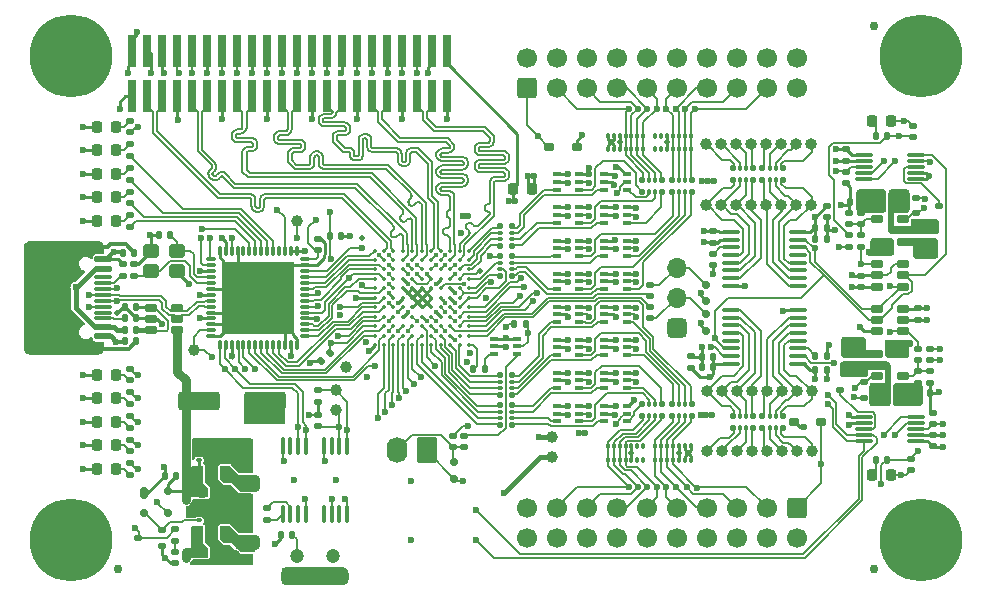
<source format=gtl>
G04 #@! TF.GenerationSoftware,KiCad,Pcbnew,7.0.7+dfsg-1*
G04 #@! TF.CreationDate,2023-10-06T03:56:52+00:00*
G04 #@! TF.ProjectId,glasgow,676c6173-676f-4772-9e6b-696361645f70,C3*
G04 #@! TF.SameCoordinates,Original*
G04 #@! TF.FileFunction,Copper,L1,Top*
G04 #@! TF.FilePolarity,Positive*
%FSLAX46Y46*%
G04 Gerber Fmt 4.6, Leading zero omitted, Abs format (unit mm)*
G04 Created by KiCad (PCBNEW 7.0.7+dfsg-1) date 2023-10-06 03:56:52*
%MOMM*%
%LPD*%
G01*
G04 APERTURE LIST*
G04 Aperture macros list*
%AMRoundRect*
0 Rectangle with rounded corners*
0 $1 Rounding radius*
0 $2 $3 $4 $5 $6 $7 $8 $9 X,Y pos of 4 corners*
0 Add a 4 corners polygon primitive as box body*
4,1,4,$2,$3,$4,$5,$6,$7,$8,$9,$2,$3,0*
0 Add four circle primitives for the rounded corners*
1,1,$1+$1,$2,$3*
1,1,$1+$1,$4,$5*
1,1,$1+$1,$6,$7*
1,1,$1+$1,$8,$9*
0 Add four rect primitives between the rounded corners*
20,1,$1+$1,$2,$3,$4,$5,0*
20,1,$1+$1,$4,$5,$6,$7,0*
20,1,$1+$1,$6,$7,$8,$9,0*
20,1,$1+$1,$8,$9,$2,$3,0*%
G04 Aperture macros list end*
G04 #@! TA.AperFunction,SMDPad,CuDef*
%ADD10C,1.000000*%
G04 #@! TD*
G04 #@! TA.AperFunction,SMDPad,CuDef*
%ADD11C,0.750000*%
G04 #@! TD*
G04 #@! TA.AperFunction,SMDPad,CuDef*
%ADD12RoundRect,0.147500X0.172500X-0.147500X0.172500X0.147500X-0.172500X0.147500X-0.172500X-0.147500X0*%
G04 #@! TD*
G04 #@! TA.AperFunction,SMDPad,CuDef*
%ADD13RoundRect,0.147500X-0.172500X0.147500X-0.172500X-0.147500X0.172500X-0.147500X0.172500X0.147500X0*%
G04 #@! TD*
G04 #@! TA.AperFunction,SMDPad,CuDef*
%ADD14RoundRect,0.147500X0.017678X-0.226274X0.226274X-0.017678X-0.017678X0.226274X-0.226274X0.017678X0*%
G04 #@! TD*
G04 #@! TA.AperFunction,SMDPad,CuDef*
%ADD15O,1.000000X0.280000*%
G04 #@! TD*
G04 #@! TA.AperFunction,SMDPad,CuDef*
%ADD16O,0.280000X1.000000*%
G04 #@! TD*
G04 #@! TA.AperFunction,ComponentPad*
%ADD17C,0.600000*%
G04 #@! TD*
G04 #@! TA.AperFunction,SMDPad,CuDef*
%ADD18R,6.220000X6.220000*%
G04 #@! TD*
G04 #@! TA.AperFunction,SMDPad,CuDef*
%ADD19RoundRect,0.218750X-0.218750X-0.256250X0.218750X-0.256250X0.218750X0.256250X-0.218750X0.256250X0*%
G04 #@! TD*
G04 #@! TA.AperFunction,SMDPad,CuDef*
%ADD20RoundRect,0.100000X-0.225000X-0.100000X0.225000X-0.100000X0.225000X0.100000X-0.225000X0.100000X0*%
G04 #@! TD*
G04 #@! TA.AperFunction,SMDPad,CuDef*
%ADD21RoundRect,0.147500X0.147500X0.172500X-0.147500X0.172500X-0.147500X-0.172500X0.147500X-0.172500X0*%
G04 #@! TD*
G04 #@! TA.AperFunction,ComponentPad*
%ADD22C,1.000000*%
G04 #@! TD*
G04 #@! TA.AperFunction,ComponentPad*
%ADD23O,1.000000X1.000000*%
G04 #@! TD*
G04 #@! TA.AperFunction,SMDPad,CuDef*
%ADD24RoundRect,0.218750X0.256250X-0.218750X0.256250X0.218750X-0.256250X0.218750X-0.256250X-0.218750X0*%
G04 #@! TD*
G04 #@! TA.AperFunction,SMDPad,CuDef*
%ADD25RoundRect,0.218750X-0.256250X0.218750X-0.256250X-0.218750X0.256250X-0.218750X0.256250X0.218750X0*%
G04 #@! TD*
G04 #@! TA.AperFunction,SMDPad,CuDef*
%ADD26RoundRect,0.218750X0.218750X0.256250X-0.218750X0.256250X-0.218750X-0.256250X0.218750X-0.256250X0*%
G04 #@! TD*
G04 #@! TA.AperFunction,SMDPad,CuDef*
%ADD27C,0.500000*%
G04 #@! TD*
G04 #@! TA.AperFunction,SMDPad,CuDef*
%ADD28RoundRect,0.147500X-0.147500X-0.172500X0.147500X-0.172500X0.147500X0.172500X-0.147500X0.172500X0*%
G04 #@! TD*
G04 #@! TA.AperFunction,SMDPad,CuDef*
%ADD29RoundRect,0.300000X-0.400000X-0.300000X0.400000X-0.300000X0.400000X0.300000X-0.400000X0.300000X0*%
G04 #@! TD*
G04 #@! TA.AperFunction,SMDPad,CuDef*
%ADD30C,0.350000*%
G04 #@! TD*
G04 #@! TA.AperFunction,SMDPad,CuDef*
%ADD31RoundRect,0.162500X-0.367500X-0.162500X0.367500X-0.162500X0.367500X0.162500X-0.367500X0.162500X0*%
G04 #@! TD*
G04 #@! TA.AperFunction,SMDPad,CuDef*
%ADD32RoundRect,0.100000X-0.637500X-0.100000X0.637500X-0.100000X0.637500X0.100000X-0.637500X0.100000X0*%
G04 #@! TD*
G04 #@! TA.AperFunction,SMDPad,CuDef*
%ADD33RoundRect,0.100000X0.637500X0.100000X-0.637500X0.100000X-0.637500X-0.100000X0.637500X-0.100000X0*%
G04 #@! TD*
G04 #@! TA.AperFunction,SMDPad,CuDef*
%ADD34RoundRect,0.150000X0.200000X-0.150000X0.200000X0.150000X-0.200000X0.150000X-0.200000X-0.150000X0*%
G04 #@! TD*
G04 #@! TA.AperFunction,ComponentPad*
%ADD35RoundRect,0.425000X0.425000X0.425000X-0.425000X0.425000X-0.425000X-0.425000X0.425000X-0.425000X0*%
G04 #@! TD*
G04 #@! TA.AperFunction,ComponentPad*
%ADD36O,1.700000X1.700000*%
G04 #@! TD*
G04 #@! TA.AperFunction,ComponentPad*
%ADD37C,0.800000*%
G04 #@! TD*
G04 #@! TA.AperFunction,ComponentPad*
%ADD38C,7.000000*%
G04 #@! TD*
G04 #@! TA.AperFunction,ComponentPad*
%ADD39RoundRect,0.250000X0.600000X-0.600000X0.600000X0.600000X-0.600000X0.600000X-0.600000X-0.600000X0*%
G04 #@! TD*
G04 #@! TA.AperFunction,ComponentPad*
%ADD40C,1.700000*%
G04 #@! TD*
G04 #@! TA.AperFunction,SMDPad,CuDef*
%ADD41RoundRect,0.162500X0.367500X0.162500X-0.367500X0.162500X-0.367500X-0.162500X0.367500X-0.162500X0*%
G04 #@! TD*
G04 #@! TA.AperFunction,SMDPad,CuDef*
%ADD42RoundRect,0.122500X-0.122500X0.127500X-0.122500X-0.127500X0.122500X-0.127500X0.122500X0.127500X0*%
G04 #@! TD*
G04 #@! TA.AperFunction,SMDPad,CuDef*
%ADD43RoundRect,0.070000X-0.070000X0.180000X-0.070000X-0.180000X0.070000X-0.180000X0.070000X0.180000X0*%
G04 #@! TD*
G04 #@! TA.AperFunction,SMDPad,CuDef*
%ADD44RoundRect,0.122500X0.122500X-0.127500X0.122500X0.127500X-0.122500X0.127500X-0.122500X-0.127500X0*%
G04 #@! TD*
G04 #@! TA.AperFunction,SMDPad,CuDef*
%ADD45RoundRect,0.070000X0.070000X-0.180000X0.070000X0.180000X-0.070000X0.180000X-0.070000X-0.180000X0*%
G04 #@! TD*
G04 #@! TA.AperFunction,SMDPad,CuDef*
%ADD46RoundRect,0.122500X-0.127500X-0.122500X0.127500X-0.122500X0.127500X0.122500X-0.127500X0.122500X0*%
G04 #@! TD*
G04 #@! TA.AperFunction,SMDPad,CuDef*
%ADD47RoundRect,0.070000X-0.180000X-0.070000X0.180000X-0.070000X0.180000X0.070000X-0.180000X0.070000X0*%
G04 #@! TD*
G04 #@! TA.AperFunction,SMDPad,CuDef*
%ADD48RoundRect,0.147500X-0.577500X0.147500X-0.577500X-0.147500X0.577500X-0.147500X0.577500X0.147500X0*%
G04 #@! TD*
G04 #@! TA.AperFunction,SMDPad,CuDef*
%ADD49RoundRect,0.070000X-0.655000X0.070000X-0.655000X-0.070000X0.655000X-0.070000X0.655000X0.070000X0*%
G04 #@! TD*
G04 #@! TA.AperFunction,ComponentPad*
%ADD50O,2.100000X1.000000*%
G04 #@! TD*
G04 #@! TA.AperFunction,ComponentPad*
%ADD51O,1.600000X1.000000*%
G04 #@! TD*
G04 #@! TA.AperFunction,SMDPad,CuDef*
%ADD52RoundRect,0.150000X0.300000X0.150000X-0.300000X0.150000X-0.300000X-0.150000X0.300000X-0.150000X0*%
G04 #@! TD*
G04 #@! TA.AperFunction,SMDPad,CuDef*
%ADD53RoundRect,0.150000X-0.300000X-0.150000X0.300000X-0.150000X0.300000X0.150000X-0.300000X0.150000X0*%
G04 #@! TD*
G04 #@! TA.AperFunction,SMDPad,CuDef*
%ADD54RoundRect,0.112500X0.237500X-0.112500X0.237500X0.112500X-0.237500X0.112500X-0.237500X-0.112500X0*%
G04 #@! TD*
G04 #@! TA.AperFunction,SMDPad,CuDef*
%ADD55RoundRect,0.112500X-0.237500X0.112500X-0.237500X-0.112500X0.237500X-0.112500X0.237500X0.112500X0*%
G04 #@! TD*
G04 #@! TA.AperFunction,SMDPad,CuDef*
%ADD56RoundRect,0.070000X-0.655000X-0.070000X0.655000X-0.070000X0.655000X0.070000X-0.655000X0.070000X0*%
G04 #@! TD*
G04 #@! TA.AperFunction,SMDPad,CuDef*
%ADD57RoundRect,0.190000X0.190000X-1.185000X0.190000X1.185000X-0.190000X1.185000X-0.190000X-1.185000X0*%
G04 #@! TD*
G04 #@! TA.AperFunction,SMDPad,CuDef*
%ADD58RoundRect,0.250000X-1.500000X-0.550000X1.500000X-0.550000X1.500000X0.550000X-1.500000X0.550000X0*%
G04 #@! TD*
G04 #@! TA.AperFunction,SMDPad,CuDef*
%ADD59RoundRect,0.100000X0.100000X-0.637500X0.100000X0.637500X-0.100000X0.637500X-0.100000X-0.637500X0*%
G04 #@! TD*
G04 #@! TA.AperFunction,ComponentPad*
%ADD60RoundRect,0.249999X0.620001X0.850001X-0.620001X0.850001X-0.620001X-0.850001X0.620001X-0.850001X0*%
G04 #@! TD*
G04 #@! TA.AperFunction,ComponentPad*
%ADD61O,1.740000X2.200000*%
G04 #@! TD*
G04 #@! TA.AperFunction,SMDPad,CuDef*
%ADD62RoundRect,0.042900X0.182100X0.107100X-0.182100X0.107100X-0.182100X-0.107100X0.182100X-0.107100X0*%
G04 #@! TD*
G04 #@! TA.AperFunction,ComponentPad*
%ADD63C,0.500000*%
G04 #@! TD*
G04 #@! TA.AperFunction,SMDPad,CuDef*
%ADD64RoundRect,0.050000X0.450000X0.750000X-0.450000X0.750000X-0.450000X-0.750000X0.450000X-0.750000X0*%
G04 #@! TD*
G04 #@! TA.AperFunction,ComponentPad*
%ADD65RoundRect,0.250000X-0.600000X0.600000X-0.600000X-0.600000X0.600000X-0.600000X0.600000X0.600000X0*%
G04 #@! TD*
G04 #@! TA.AperFunction,SMDPad,CuDef*
%ADD66RoundRect,0.175000X-0.175000X-0.325000X0.175000X-0.325000X0.175000X0.325000X-0.175000X0.325000X0*%
G04 #@! TD*
G04 #@! TA.AperFunction,SMDPad,CuDef*
%ADD67RoundRect,0.150000X-0.200000X-0.150000X0.200000X-0.150000X0.200000X0.150000X-0.200000X0.150000X0*%
G04 #@! TD*
G04 #@! TA.AperFunction,SMDPad,CuDef*
%ADD68RoundRect,0.070000X0.655000X0.070000X-0.655000X0.070000X-0.655000X-0.070000X0.655000X-0.070000X0*%
G04 #@! TD*
G04 #@! TA.AperFunction,SMDPad,CuDef*
%ADD69RoundRect,0.140000X-0.170000X0.140000X-0.170000X-0.140000X0.170000X-0.140000X0.170000X0.140000X0*%
G04 #@! TD*
G04 #@! TA.AperFunction,SMDPad,CuDef*
%ADD70RoundRect,0.140000X0.170000X-0.140000X0.170000X0.140000X-0.170000X0.140000X-0.170000X-0.140000X0*%
G04 #@! TD*
G04 #@! TA.AperFunction,ComponentPad*
%ADD71C,1.200000*%
G04 #@! TD*
G04 #@! TA.AperFunction,SMDPad,CuDef*
%ADD72RoundRect,0.225000X-0.225000X-0.250000X0.225000X-0.250000X0.225000X0.250000X-0.225000X0.250000X0*%
G04 #@! TD*
G04 #@! TA.AperFunction,ViaPad*
%ADD73C,0.600000*%
G04 #@! TD*
G04 #@! TA.AperFunction,ViaPad*
%ADD74C,0.400000*%
G04 #@! TD*
G04 #@! TA.AperFunction,ViaPad*
%ADD75C,0.500000*%
G04 #@! TD*
G04 #@! TA.AperFunction,Conductor*
%ADD76C,0.150000*%
G04 #@! TD*
G04 #@! TA.AperFunction,Conductor*
%ADD77C,0.250000*%
G04 #@! TD*
G04 #@! TA.AperFunction,Conductor*
%ADD78C,0.350000*%
G04 #@! TD*
G04 #@! TA.AperFunction,Conductor*
%ADD79C,0.750000*%
G04 #@! TD*
G04 #@! TA.AperFunction,Conductor*
%ADD80C,0.450000*%
G04 #@! TD*
G04 #@! TA.AperFunction,Conductor*
%ADD81C,0.190000*%
G04 #@! TD*
G04 #@! TA.AperFunction,Conductor*
%ADD82C,0.650000*%
G04 #@! TD*
G04 APERTURE END LIST*
D10*
X76400000Y-105000000D03*
X76400000Y-103300000D03*
D11*
X58000000Y-118500000D03*
X122000000Y-72500000D03*
D12*
X127000000Y-108085000D03*
X127000000Y-107115000D03*
D13*
X59000000Y-107515000D03*
X59000000Y-108485000D03*
X59000000Y-109515000D03*
X59000000Y-110485000D03*
D10*
X73100000Y-89000000D03*
D14*
X75207053Y-100842947D03*
X75892947Y-100157053D03*
D15*
X65850000Y-92250000D03*
X65850000Y-92750000D03*
X65850000Y-93250000D03*
X65850000Y-93750000D03*
X65850000Y-94250000D03*
X65850000Y-94750000D03*
X65850000Y-95250000D03*
X65850000Y-95750000D03*
X65850000Y-96250000D03*
X65850000Y-96750000D03*
X65850000Y-97250000D03*
X65850000Y-97750000D03*
X65850000Y-98250000D03*
X65850000Y-98750000D03*
D16*
X66600000Y-99500000D03*
X67100000Y-99500000D03*
X67600000Y-99500000D03*
X68100000Y-99500000D03*
X68600000Y-99500000D03*
X69100000Y-99500000D03*
X69600000Y-99500000D03*
X70100000Y-99500000D03*
X70600000Y-99500000D03*
X71100000Y-99500000D03*
X71600000Y-99500000D03*
X72100000Y-99500000D03*
X72600000Y-99500000D03*
X73100000Y-99500000D03*
D15*
X73850000Y-98750000D03*
X73850000Y-98250000D03*
X73850000Y-97750000D03*
X73850000Y-97250000D03*
X73850000Y-96750000D03*
X73850000Y-96250000D03*
X73850000Y-95750000D03*
X73850000Y-95250000D03*
X73850000Y-94750000D03*
X73850000Y-94250000D03*
X73850000Y-93750000D03*
X73850000Y-93250000D03*
X73850000Y-92750000D03*
X73850000Y-92250000D03*
D16*
X73100000Y-91500000D03*
X72600000Y-91500000D03*
X72100000Y-91500000D03*
X71600000Y-91500000D03*
X71100000Y-91500000D03*
X70600000Y-91500000D03*
X70100000Y-91500000D03*
X69600000Y-91500000D03*
X69100000Y-91500000D03*
X68600000Y-91500000D03*
X68100000Y-91500000D03*
X67600000Y-91500000D03*
X67100000Y-91500000D03*
X66600000Y-91500000D03*
D17*
X67310000Y-92960000D03*
X67310000Y-94230000D03*
X67310000Y-95500000D03*
X67310000Y-96770000D03*
X67310000Y-98040000D03*
X68580000Y-92960000D03*
X68580000Y-94230000D03*
X68580000Y-95500000D03*
X68580000Y-96770000D03*
X68580000Y-98040000D03*
X69850000Y-92960000D03*
X69850000Y-94230000D03*
X69850000Y-95500000D03*
D18*
X69850000Y-95500000D03*
D17*
X69850000Y-96770000D03*
X69850000Y-98040000D03*
X71120000Y-92960000D03*
X71120000Y-94230000D03*
X71120000Y-95500000D03*
X71120000Y-96770000D03*
X71120000Y-98040000D03*
X72390000Y-92960000D03*
X72390000Y-94230000D03*
X72390000Y-95500000D03*
X72390000Y-96770000D03*
X72390000Y-98040000D03*
D12*
X120900000Y-91185000D03*
X120900000Y-90215000D03*
D19*
X56212500Y-102000000D03*
X57787500Y-102000000D03*
X56212500Y-106000000D03*
X57787500Y-106000000D03*
X56212500Y-89000000D03*
X57787500Y-89000000D03*
X56212500Y-87000000D03*
X57787500Y-87000000D03*
X56212500Y-85000000D03*
X57787500Y-85000000D03*
X56212500Y-83000000D03*
X57787500Y-83000000D03*
D12*
X59000000Y-85485000D03*
X59000000Y-84515000D03*
X59000000Y-87485000D03*
X59000000Y-86515000D03*
D13*
X59000000Y-103515000D03*
X59000000Y-104485000D03*
D20*
X99150000Y-99050000D03*
X99150000Y-99700000D03*
X99150000Y-100350000D03*
X101050000Y-100350000D03*
X101050000Y-99700000D03*
X101050000Y-99050000D03*
X99150000Y-96250000D03*
X99150000Y-96900000D03*
X99150000Y-97550000D03*
X101050000Y-97550000D03*
X101050000Y-96900000D03*
X101050000Y-96250000D03*
X99150000Y-90650000D03*
X99150000Y-91300000D03*
X99150000Y-91950000D03*
X101050000Y-91950000D03*
X101050000Y-91300000D03*
X101050000Y-90650000D03*
X95150000Y-93450000D03*
X95150000Y-94100000D03*
X95150000Y-94750000D03*
X97050000Y-94750000D03*
X97050000Y-94100000D03*
X97050000Y-93450000D03*
X95150000Y-90650000D03*
X95150000Y-91300000D03*
X95150000Y-91950000D03*
X97050000Y-91950000D03*
X97050000Y-91300000D03*
X97050000Y-90650000D03*
X95150000Y-87850000D03*
X95150000Y-88500000D03*
X95150000Y-89150000D03*
X97050000Y-89150000D03*
X97050000Y-88500000D03*
X97050000Y-87850000D03*
X95150000Y-96250000D03*
X95150000Y-96900000D03*
X95150000Y-97550000D03*
X97050000Y-97550000D03*
X97050000Y-96900000D03*
X97050000Y-96250000D03*
X95150000Y-101850000D03*
X95150000Y-102500000D03*
X95150000Y-103150000D03*
X97050000Y-103150000D03*
X97050000Y-102500000D03*
X97050000Y-101850000D03*
X95150000Y-104650000D03*
X95150000Y-105300000D03*
X95150000Y-105950000D03*
X97050000Y-105950000D03*
X97050000Y-105300000D03*
X97050000Y-104650000D03*
D21*
X120885000Y-87400000D03*
X119915000Y-87400000D03*
D19*
X56212500Y-81000000D03*
X57787500Y-81000000D03*
D22*
X107800000Y-87600000D03*
D23*
X109070000Y-87600000D03*
X110340000Y-87600000D03*
X111610000Y-87600000D03*
X112880000Y-87600000D03*
X114150000Y-87600000D03*
X115420000Y-87600000D03*
X116690000Y-87600000D03*
D22*
X116700000Y-108500000D03*
D23*
X115430000Y-108500000D03*
X114160000Y-108500000D03*
X112890000Y-108500000D03*
X111620000Y-108500000D03*
X110350000Y-108500000D03*
X109080000Y-108500000D03*
X107810000Y-108500000D03*
D24*
X126900000Y-91087500D03*
X126900000Y-89512500D03*
D25*
X119700000Y-99912500D03*
X119700000Y-101487500D03*
D26*
X124087500Y-103700000D03*
X122512500Y-103700000D03*
D13*
X125700000Y-101715000D03*
X125700000Y-102685000D03*
X125700000Y-99815000D03*
X125700000Y-100785000D03*
D11*
X122000000Y-118500000D03*
D27*
X78600000Y-90400000D03*
D12*
X125700000Y-90785000D03*
X125700000Y-89815000D03*
X120900000Y-89285000D03*
X120900000Y-88315000D03*
X59350000Y-93635000D03*
X59350000Y-92665000D03*
X59000000Y-89485000D03*
X59000000Y-88515000D03*
D28*
X75915000Y-90300000D03*
X76885000Y-90300000D03*
D12*
X59000000Y-81485000D03*
X59000000Y-80515000D03*
X59000000Y-83485000D03*
X59000000Y-82515000D03*
D29*
X60800000Y-93250000D03*
X63000000Y-93250000D03*
X63000000Y-91550000D03*
X60800000Y-91550000D03*
D30*
X87700000Y-91500000D03*
X87700000Y-92300000D03*
X87700000Y-93100000D03*
X87700000Y-93900000D03*
X87700000Y-94700000D03*
X87700000Y-95500000D03*
X87700000Y-96300000D03*
X87700000Y-97100000D03*
X87700000Y-97900000D03*
X87700000Y-98700000D03*
X87700000Y-99500000D03*
X86900000Y-91500000D03*
X86900000Y-92300000D03*
X86900000Y-93100000D03*
X86900000Y-93900000D03*
X86900000Y-94700000D03*
X86900000Y-95500000D03*
X86900000Y-96300000D03*
X86900000Y-97100000D03*
X86900000Y-97900000D03*
X86900000Y-98700000D03*
X86900000Y-99500000D03*
X86100000Y-91500000D03*
X86100000Y-92300000D03*
X86100000Y-93100000D03*
X86100000Y-93900000D03*
X86100000Y-94700000D03*
X86100000Y-95500000D03*
X86100000Y-96300000D03*
X86100000Y-97100000D03*
X86100000Y-97900000D03*
X86100000Y-98700000D03*
X86100000Y-99500000D03*
X85300000Y-91500000D03*
X85300000Y-92300000D03*
X85300000Y-93100000D03*
X85300000Y-93900000D03*
X85300000Y-94700000D03*
X85300000Y-95500000D03*
X85300000Y-96300000D03*
X85300000Y-97100000D03*
X85300000Y-97900000D03*
X85300000Y-98700000D03*
X85300000Y-99500000D03*
X84500000Y-91500000D03*
X84500000Y-92300000D03*
X84500000Y-93100000D03*
X84500000Y-93900000D03*
X84500000Y-94700000D03*
X84500000Y-95500000D03*
X84500000Y-96300000D03*
X84500000Y-97100000D03*
X84500000Y-97900000D03*
X84500000Y-98700000D03*
X84500000Y-99500000D03*
X83700000Y-91500000D03*
X83700000Y-92300000D03*
X83700000Y-93100000D03*
X83700000Y-93900000D03*
X83700000Y-94700000D03*
X83700000Y-95500000D03*
X83700000Y-96300000D03*
X83700000Y-97100000D03*
X83700000Y-97900000D03*
X83700000Y-98700000D03*
X83700000Y-99500000D03*
X82900000Y-91500000D03*
X82900000Y-92300000D03*
X82900000Y-93100000D03*
X82900000Y-93900000D03*
X82900000Y-94700000D03*
X82900000Y-95500000D03*
X82900000Y-96300000D03*
X82900000Y-97100000D03*
X82900000Y-97900000D03*
X82900000Y-98700000D03*
X82900000Y-99500000D03*
X82100000Y-91500000D03*
X82100000Y-92300000D03*
X82100000Y-93100000D03*
X82100000Y-93900000D03*
X82100000Y-94700000D03*
X82100000Y-95500000D03*
X82100000Y-96300000D03*
X82100000Y-97100000D03*
X82100000Y-97900000D03*
X82100000Y-98700000D03*
X82100000Y-99500000D03*
X81300000Y-91500000D03*
X81300000Y-92300000D03*
X81300000Y-93100000D03*
X81300000Y-93900000D03*
X81300000Y-94700000D03*
X81300000Y-95500000D03*
X81300000Y-96300000D03*
X81300000Y-97100000D03*
X81300000Y-97900000D03*
X81300000Y-98700000D03*
X81300000Y-99500000D03*
X80500000Y-91500000D03*
X80500000Y-92300000D03*
X80500000Y-93100000D03*
X80500000Y-93900000D03*
X80500000Y-94700000D03*
X80500000Y-95500000D03*
X80500000Y-96300000D03*
X80500000Y-97100000D03*
X80500000Y-97900000D03*
X80500000Y-98700000D03*
X80500000Y-99500000D03*
X79700000Y-91500000D03*
X79700000Y-92300000D03*
X79700000Y-93100000D03*
X79700000Y-93900000D03*
X79700000Y-94700000D03*
X79700000Y-95500000D03*
X79700000Y-96300000D03*
X79700000Y-97100000D03*
X79700000Y-97900000D03*
X79700000Y-98700000D03*
X79700000Y-99500000D03*
D21*
X59335000Y-91700000D03*
X58365000Y-91700000D03*
D20*
X99150000Y-87850000D03*
X99150000Y-88500000D03*
X99150000Y-89150000D03*
X101050000Y-89150000D03*
X101050000Y-88500000D03*
X101050000Y-87850000D03*
X99150000Y-85050000D03*
X99150000Y-85700000D03*
X99150000Y-86350000D03*
X101050000Y-86350000D03*
X101050000Y-85700000D03*
X101050000Y-85050000D03*
D13*
X59000000Y-105515000D03*
X59000000Y-106485000D03*
D19*
X56212500Y-108000000D03*
X57787500Y-108000000D03*
D13*
X59000000Y-101515000D03*
X59000000Y-102485000D03*
D19*
X56212500Y-104000000D03*
X57787500Y-104000000D03*
X56212500Y-110000000D03*
X57787500Y-110000000D03*
D12*
X125300000Y-81885000D03*
X125300000Y-80915000D03*
D22*
X116700000Y-103420000D03*
D23*
X115430000Y-103420000D03*
X114160000Y-103420000D03*
X112890000Y-103420000D03*
X111620000Y-103420000D03*
X110350000Y-103420000D03*
X109080000Y-103420000D03*
X107810000Y-103420000D03*
D31*
X122200000Y-100250000D03*
X122200000Y-101200000D03*
X122200000Y-102150000D03*
X124400000Y-102150000D03*
X124400000Y-100250000D03*
D21*
X108385000Y-101400000D03*
X107415000Y-101400000D03*
D28*
X125715000Y-103600000D03*
X126685000Y-103600000D03*
D13*
X125100000Y-109115000D03*
X125100000Y-110085000D03*
D20*
X99150000Y-93450000D03*
X99150000Y-94100000D03*
X99150000Y-94750000D03*
X101050000Y-94750000D03*
X101050000Y-94100000D03*
X101050000Y-93450000D03*
D13*
X70600000Y-113315000D03*
X70600000Y-114285000D03*
D32*
X109837500Y-89925000D03*
X109837500Y-90575000D03*
X109837500Y-91225000D03*
X109837500Y-91875000D03*
X109837500Y-92525000D03*
X109837500Y-93175000D03*
X109837500Y-93825000D03*
X109837500Y-94475000D03*
X115562500Y-94475000D03*
X115562500Y-93825000D03*
X115562500Y-93175000D03*
X115562500Y-92525000D03*
X115562500Y-91875000D03*
X115562500Y-91225000D03*
X115562500Y-90575000D03*
X115562500Y-89925000D03*
D12*
X103000000Y-97235000D03*
X103000000Y-96265000D03*
D13*
X103000000Y-94415000D03*
X103000000Y-95385000D03*
D20*
X99150000Y-101850000D03*
X99150000Y-102500000D03*
X99150000Y-103150000D03*
X101050000Y-103150000D03*
X101050000Y-102500000D03*
X101050000Y-101850000D03*
X95150000Y-99050000D03*
X95150000Y-99700000D03*
X95150000Y-100350000D03*
X97050000Y-100350000D03*
X97050000Y-99700000D03*
X97050000Y-99050000D03*
D28*
X117030000Y-101600000D03*
X118000000Y-101600000D03*
D12*
X86350000Y-108135000D03*
X86350000Y-107165000D03*
D28*
X117015000Y-100400000D03*
X117985000Y-100400000D03*
X107415000Y-100500000D03*
X108385000Y-100500000D03*
D13*
X108350000Y-89865000D03*
X108350000Y-90835000D03*
X120900000Y-100215000D03*
X120900000Y-101185000D03*
D33*
X115562500Y-101075000D03*
X115562500Y-100425000D03*
X115562500Y-99775000D03*
X115562500Y-99125000D03*
X115562500Y-98475000D03*
X115562500Y-97825000D03*
X115562500Y-97175000D03*
X115562500Y-96525000D03*
X109837500Y-96525000D03*
X109837500Y-97175000D03*
X109837500Y-97825000D03*
X109837500Y-98475000D03*
X109837500Y-99125000D03*
X109837500Y-99775000D03*
X109837500Y-100425000D03*
X109837500Y-101075000D03*
D21*
X117985000Y-90500000D03*
X117015000Y-90500000D03*
D13*
X119900000Y-88315000D03*
X119900000Y-89285000D03*
D12*
X126700000Y-102685000D03*
X126700000Y-101715000D03*
D21*
X92485000Y-97700000D03*
X91515000Y-97700000D03*
D10*
X94700000Y-107300000D03*
X94700000Y-109000000D03*
D12*
X74900000Y-106385000D03*
X74900000Y-105415000D03*
D34*
X107800000Y-96900000D03*
X107800000Y-98300000D03*
D21*
X89035000Y-101500000D03*
X88065000Y-101500000D03*
D35*
X105270000Y-98040000D03*
D36*
X105270000Y-95500000D03*
X105270000Y-92960000D03*
D37*
X51375000Y-116000000D03*
X52143845Y-114143845D03*
X52143845Y-117856155D03*
X54000000Y-113375000D03*
D38*
X54000000Y-116000000D03*
D37*
X54000000Y-118625000D03*
X55856155Y-114143845D03*
X55856155Y-117856155D03*
X56625000Y-116000000D03*
X51375000Y-75000000D03*
X52143845Y-73143845D03*
X52143845Y-76856155D03*
X54000000Y-72375000D03*
D38*
X54000000Y-75000000D03*
D37*
X54000000Y-77625000D03*
X55856155Y-73143845D03*
X55856155Y-76856155D03*
X56625000Y-75000000D03*
X123375000Y-116000000D03*
X124143845Y-114143845D03*
X124143845Y-117856155D03*
X126000000Y-113375000D03*
D38*
X126000000Y-116000000D03*
D37*
X126000000Y-118625000D03*
X127856155Y-114143845D03*
X127856155Y-117856155D03*
X128625000Y-116000000D03*
D19*
X122512500Y-87300000D03*
X124087500Y-87300000D03*
D37*
X123375000Y-75000000D03*
X124143845Y-73143845D03*
X124143845Y-76856155D03*
X126000000Y-72375000D03*
D38*
X126000000Y-75000000D03*
D37*
X126000000Y-77625000D03*
X127856155Y-73143845D03*
X127856155Y-76856155D03*
X128625000Y-75000000D03*
D22*
X107800000Y-82500000D03*
D23*
X109070000Y-82500000D03*
X110340000Y-82500000D03*
X111610000Y-82500000D03*
X112880000Y-82500000D03*
X114150000Y-82500000D03*
X115420000Y-82500000D03*
X116690000Y-82500000D03*
D26*
X123387500Y-80500000D03*
X121812500Y-80500000D03*
D13*
X119600000Y-82915000D03*
X119600000Y-83885000D03*
D39*
X92570000Y-77720000D03*
D40*
X92570000Y-75180000D03*
X95110000Y-77720000D03*
X95110000Y-75180000D03*
X97650000Y-77720000D03*
X97650000Y-75180000D03*
X100190000Y-77720000D03*
X100190000Y-75180000D03*
X102730000Y-77720000D03*
X102730000Y-75180000D03*
X105270000Y-77720000D03*
X105270000Y-75180000D03*
X107810000Y-77720000D03*
X107810000Y-75180000D03*
X110350000Y-77720000D03*
X110350000Y-75180000D03*
X112890000Y-77720000D03*
X112890000Y-75180000D03*
X115430000Y-77720000D03*
X115430000Y-75180000D03*
D21*
X123085000Y-109200000D03*
X122115000Y-109200000D03*
X123085000Y-81800000D03*
X122115000Y-81800000D03*
D10*
X77300000Y-101400000D03*
D26*
X123387500Y-110500000D03*
X121812500Y-110500000D03*
D41*
X124400000Y-90750000D03*
X124400000Y-89800000D03*
X124400000Y-88850000D03*
X122200000Y-88850000D03*
X122200000Y-90750000D03*
D34*
X86400000Y-109400000D03*
X86400000Y-110800000D03*
D13*
X74900000Y-103315000D03*
X74900000Y-104285000D03*
D42*
X106555000Y-104500000D03*
D43*
X105950000Y-104500000D03*
X105450000Y-104500000D03*
D42*
X104845000Y-104500000D03*
X104845000Y-105500000D03*
D43*
X105450000Y-105500000D03*
X105950000Y-105500000D03*
D42*
X106555000Y-105500000D03*
X104055000Y-104500000D03*
D43*
X103450000Y-104500000D03*
X102950000Y-104500000D03*
D42*
X102345000Y-104500000D03*
X102345000Y-105500000D03*
D43*
X102950000Y-105500000D03*
X103450000Y-105500000D03*
D42*
X104055000Y-105500000D03*
D44*
X112545000Y-106500000D03*
D45*
X113150000Y-106500000D03*
X113650000Y-106500000D03*
D44*
X114255000Y-106500000D03*
X114255000Y-105500000D03*
D45*
X113650000Y-105500000D03*
X113150000Y-105500000D03*
D44*
X112545000Y-105500000D03*
X110045000Y-106500000D03*
D45*
X110650000Y-106500000D03*
X111150000Y-106500000D03*
D44*
X111755000Y-106500000D03*
X111755000Y-105500000D03*
D45*
X111150000Y-105500000D03*
X110650000Y-105500000D03*
D44*
X110045000Y-105500000D03*
D46*
X90300000Y-89445000D03*
D47*
X90300000Y-90050000D03*
X90300000Y-90550000D03*
D46*
X90300000Y-91155000D03*
X91300000Y-91155000D03*
D47*
X91300000Y-90550000D03*
X91300000Y-90050000D03*
D46*
X91300000Y-89445000D03*
X90300000Y-91945000D03*
D47*
X90300000Y-92550000D03*
X90300000Y-93050000D03*
D46*
X90300000Y-93655000D03*
X91300000Y-93655000D03*
D47*
X91300000Y-93050000D03*
X91300000Y-92550000D03*
D46*
X91300000Y-91945000D03*
D44*
X104845000Y-86500000D03*
D45*
X105450000Y-86500000D03*
X105950000Y-86500000D03*
D44*
X106555000Y-86500000D03*
X106555000Y-85500000D03*
D45*
X105950000Y-85500000D03*
X105450000Y-85500000D03*
D44*
X104845000Y-85500000D03*
D42*
X111755000Y-84500000D03*
D43*
X111150000Y-84500000D03*
X110650000Y-84500000D03*
D42*
X110045000Y-84500000D03*
X110045000Y-85500000D03*
D43*
X110650000Y-85500000D03*
X111150000Y-85500000D03*
D42*
X111755000Y-85500000D03*
X114255000Y-84500000D03*
D43*
X113650000Y-84500000D03*
X113150000Y-84500000D03*
D42*
X112545000Y-84500000D03*
X112545000Y-85500000D03*
D43*
X113150000Y-85500000D03*
X113650000Y-85500000D03*
D42*
X114255000Y-85500000D03*
D20*
X95150000Y-85050000D03*
X95150000Y-85700000D03*
X95150000Y-86350000D03*
X97050000Y-86350000D03*
X97050000Y-85700000D03*
X97050000Y-85050000D03*
X89850000Y-98950000D03*
X89850000Y-99600000D03*
X89850000Y-100250000D03*
X91750000Y-100250000D03*
X91750000Y-99600000D03*
X91750000Y-98950000D03*
X99150000Y-104650000D03*
X99150000Y-105300000D03*
X99150000Y-105950000D03*
X101050000Y-105950000D03*
X101050000Y-105300000D03*
X101050000Y-104650000D03*
D34*
X107800000Y-94400000D03*
X107800000Y-95800000D03*
D46*
X90300000Y-104545000D03*
D47*
X90300000Y-105150000D03*
X90300000Y-105650000D03*
D46*
X90300000Y-106255000D03*
X91300000Y-106255000D03*
D47*
X91300000Y-105650000D03*
X91300000Y-105150000D03*
D46*
X91300000Y-104545000D03*
X90300000Y-102045000D03*
D47*
X90300000Y-102650000D03*
X90300000Y-103150000D03*
D46*
X90300000Y-103755000D03*
X91300000Y-103755000D03*
D47*
X91300000Y-103150000D03*
X91300000Y-102650000D03*
D46*
X91300000Y-102045000D03*
D13*
X108350000Y-91765000D03*
X108350000Y-92735000D03*
D48*
X56695000Y-92245000D03*
X56695000Y-93055000D03*
D49*
X56695000Y-94250000D03*
X56695000Y-95250000D03*
X56695000Y-95750000D03*
X56695000Y-96750000D03*
D48*
X56695000Y-97945000D03*
X56695000Y-98755000D03*
X56695000Y-98755000D03*
X56695000Y-97945000D03*
D49*
X56695000Y-97250000D03*
X56695000Y-96250000D03*
X56695000Y-94750000D03*
X56695000Y-93750000D03*
D48*
X56695000Y-93055000D03*
X56695000Y-92245000D03*
D50*
X55780000Y-91180000D03*
D51*
X51600000Y-91180000D03*
D50*
X55780000Y-99820000D03*
D51*
X51600000Y-99820000D03*
D21*
X62385000Y-90200000D03*
X61415000Y-90200000D03*
D13*
X58400000Y-92665000D03*
X58400000Y-93635000D03*
D21*
X59535000Y-96300000D03*
X58565000Y-96300000D03*
D28*
X58565000Y-98200000D03*
X59535000Y-98200000D03*
D31*
X60800000Y-96350000D03*
X60800000Y-97300000D03*
X60800000Y-98250000D03*
X63000000Y-98250000D03*
X63000000Y-97300000D03*
X63000000Y-96350000D03*
D21*
X59535000Y-97250000D03*
X58565000Y-97250000D03*
D52*
X117500000Y-106000000D03*
X115200000Y-106000000D03*
D53*
X94500000Y-82700000D03*
X96800000Y-82700000D03*
D54*
X121100000Y-103950000D03*
X121100000Y-102650000D03*
X119100000Y-103300000D03*
D55*
X125500000Y-87050000D03*
X125500000Y-88350000D03*
X127500000Y-87700000D03*
D13*
X126700000Y-99815000D03*
X126700000Y-100785000D03*
D56*
X121100000Y-105600000D03*
X121100000Y-106100000D03*
X121100000Y-106600000D03*
X121100000Y-107100000D03*
X121100000Y-107600000D03*
X125500000Y-107600000D03*
X125500000Y-107100000D03*
X125500000Y-106600000D03*
X125500000Y-106100000D03*
X125500000Y-105600000D03*
D45*
X99450000Y-109225000D03*
X99950000Y-109225000D03*
X100450000Y-109225000D03*
X100950000Y-109225000D03*
X101450000Y-109225000D03*
X101950000Y-109225000D03*
X102450000Y-109225000D03*
X102450000Y-108075000D03*
X101950000Y-108075000D03*
X101450000Y-108075000D03*
X100950000Y-108075000D03*
X100450000Y-108075000D03*
X99950000Y-108075000D03*
X99450000Y-108075000D03*
D43*
X106450000Y-81775000D03*
X105950000Y-81775000D03*
X105450000Y-81775000D03*
X104950000Y-81775000D03*
X104450000Y-81775000D03*
X103950000Y-81775000D03*
X103450000Y-81775000D03*
X103450000Y-82925000D03*
X103950000Y-82925000D03*
X104450000Y-82925000D03*
X104950000Y-82925000D03*
X105450000Y-82925000D03*
X105950000Y-82925000D03*
X106450000Y-82925000D03*
D21*
X62885000Y-110600000D03*
X61915000Y-110600000D03*
D12*
X74900000Y-91470000D03*
X74900000Y-90500000D03*
D54*
X61700000Y-116500000D03*
X61700000Y-115200000D03*
X59700000Y-115850000D03*
D12*
X62800000Y-117970000D03*
X62800000Y-117000000D03*
X62800000Y-116070000D03*
X62800000Y-115100000D03*
D13*
X106500000Y-100465000D03*
X106500000Y-101435000D03*
D12*
X118000000Y-88685000D03*
X118000000Y-87715000D03*
X87300000Y-108135000D03*
X87300000Y-107165000D03*
D57*
X59165000Y-78375000D03*
X59165000Y-74625000D03*
X60435000Y-78375000D03*
X60435000Y-74625000D03*
X61705000Y-78375000D03*
X61705000Y-74625000D03*
X62975000Y-78375000D03*
X62975000Y-74625000D03*
X64245000Y-78375000D03*
X64245000Y-74625000D03*
X65515000Y-78375000D03*
X65515000Y-74625000D03*
X66785000Y-78375000D03*
X66785000Y-74625000D03*
X68055000Y-78375000D03*
X68055000Y-74625000D03*
X69325000Y-78375000D03*
X69325000Y-74625000D03*
X70595000Y-78375000D03*
X70595000Y-74625000D03*
X71865000Y-78375000D03*
X71865000Y-74625000D03*
X73135000Y-78375000D03*
X73135000Y-74625000D03*
X74405000Y-78375000D03*
X74405000Y-74625000D03*
X75675000Y-78375000D03*
X75675000Y-74625000D03*
X76945000Y-78375000D03*
X76945000Y-74625000D03*
X78215000Y-78375000D03*
X78215000Y-74625000D03*
X79485000Y-78375000D03*
X79485000Y-74625000D03*
X80755000Y-78375000D03*
X80755000Y-74625000D03*
X82025000Y-78375000D03*
X82025000Y-74625000D03*
X83295000Y-78375000D03*
X83295000Y-74625000D03*
X84565000Y-78375000D03*
X84565000Y-74625000D03*
X85835000Y-78375000D03*
X85835000Y-74625000D03*
D21*
X59535000Y-99150000D03*
X58565000Y-99150000D03*
D10*
X64400000Y-99900000D03*
D58*
X64800000Y-104200000D03*
X70400000Y-104200000D03*
D59*
X75425000Y-113762500D03*
X76075000Y-113762500D03*
X76725000Y-113762500D03*
X77375000Y-113762500D03*
X77375000Y-108037500D03*
X76725000Y-108037500D03*
X76075000Y-108037500D03*
X75425000Y-108037500D03*
X71925000Y-113762500D03*
X72575000Y-113762500D03*
X73225000Y-113762500D03*
X73875000Y-113762500D03*
X73875000Y-108037500D03*
X73225000Y-108037500D03*
X72575000Y-108037500D03*
X71925000Y-108037500D03*
D60*
X84100000Y-108400000D03*
D61*
X81560000Y-108400000D03*
D62*
X66950000Y-115650000D03*
X66950000Y-115000000D03*
X66950000Y-114350000D03*
X64850000Y-114350000D03*
X64850000Y-115000000D03*
X64850000Y-115650000D03*
D63*
X65900000Y-115550000D03*
D64*
X65900000Y-115000000D03*
D63*
X65900000Y-114450000D03*
D62*
X66950000Y-110550000D03*
X66950000Y-109900000D03*
X66950000Y-109250000D03*
X64850000Y-109250000D03*
X64850000Y-109900000D03*
X64850000Y-110550000D03*
D63*
X65900000Y-110450000D03*
D64*
X65900000Y-109900000D03*
D63*
X65900000Y-109350000D03*
D26*
X66687500Y-111900000D03*
X65112500Y-111900000D03*
X66687500Y-117000000D03*
X65112500Y-117000000D03*
D24*
X68500000Y-111087500D03*
X68500000Y-109512500D03*
X68500000Y-116187500D03*
X68500000Y-114612500D03*
D65*
X115430000Y-113280000D03*
D40*
X115430000Y-115820000D03*
X112890000Y-113280000D03*
X112890000Y-115820000D03*
X110350000Y-113280000D03*
X110350000Y-115820000D03*
X107810000Y-113280000D03*
X107810000Y-115820000D03*
X105270000Y-113280000D03*
X105270000Y-115820000D03*
X102730000Y-113280000D03*
X102730000Y-115820000D03*
X100190000Y-113280000D03*
X100190000Y-115820000D03*
X97650000Y-113280000D03*
X97650000Y-115820000D03*
X95110000Y-113280000D03*
X95110000Y-115820000D03*
X92570000Y-113280000D03*
X92570000Y-115820000D03*
D66*
X60200000Y-112050000D03*
D67*
X60200000Y-113750000D03*
X62200000Y-113750000D03*
X62200000Y-111850000D03*
D45*
X103450000Y-109225000D03*
X103950000Y-109225000D03*
X104450000Y-109225000D03*
X104950000Y-109225000D03*
X105450000Y-109225000D03*
X105950000Y-109225000D03*
X106450000Y-109225000D03*
X106450000Y-108075000D03*
X105950000Y-108075000D03*
X105450000Y-108075000D03*
X104950000Y-108075000D03*
X104450000Y-108075000D03*
X103950000Y-108075000D03*
X103450000Y-108075000D03*
D44*
X102345000Y-86500000D03*
D45*
X102950000Y-86500000D03*
X103450000Y-86500000D03*
D44*
X104055000Y-86500000D03*
X104055000Y-85500000D03*
D45*
X103450000Y-85500000D03*
X102950000Y-85500000D03*
D44*
X102345000Y-85500000D03*
D68*
X125500000Y-85400000D03*
X125500000Y-84900000D03*
X125500000Y-84400000D03*
X125500000Y-83900000D03*
X125500000Y-83400000D03*
X121100000Y-83400000D03*
X121100000Y-83900000D03*
X121100000Y-84400000D03*
X121100000Y-84900000D03*
X121100000Y-85400000D03*
D21*
X72735000Y-115550000D03*
X71765000Y-115550000D03*
D69*
X127000000Y-105220000D03*
X127000000Y-106180000D03*
D70*
X119600000Y-85780000D03*
X119600000Y-84820000D03*
D43*
X102450000Y-81775000D03*
X101950000Y-81775000D03*
X101450000Y-81775000D03*
X100950000Y-81775000D03*
X100450000Y-81775000D03*
X99950000Y-81775000D03*
X99450000Y-81775000D03*
X99450000Y-82925000D03*
X99950000Y-82925000D03*
X100450000Y-82925000D03*
X100950000Y-82925000D03*
X101450000Y-82925000D03*
X101950000Y-82925000D03*
X102450000Y-82925000D03*
D13*
X120900000Y-93615000D03*
X120900000Y-94585000D03*
D31*
X122200000Y-92650000D03*
X122200000Y-93600000D03*
X122200000Y-94550000D03*
X124400000Y-94550000D03*
X124400000Y-93600000D03*
X124400000Y-92650000D03*
D12*
X119900000Y-91185000D03*
X119900000Y-90215000D03*
D41*
X124400000Y-98350000D03*
X124400000Y-97400000D03*
X124400000Y-96450000D03*
X122200000Y-96450000D03*
X122200000Y-97400000D03*
X122200000Y-98350000D03*
D12*
X125700000Y-97370000D03*
X125700000Y-96400000D03*
D71*
X76150000Y-117380000D03*
X73150000Y-117380000D03*
X74650000Y-119230000D03*
D28*
X117015000Y-89600000D03*
X117985000Y-89600000D03*
D72*
X91450000Y-86250000D03*
X93000000Y-86250000D03*
D73*
X77400000Y-106700098D03*
X88300000Y-116000000D03*
X126700000Y-84000000D03*
X67899998Y-101500000D03*
X73900000Y-106700000D03*
X118100000Y-103700000D03*
X108200006Y-99700000D03*
X123300000Y-94500000D03*
D74*
X80900000Y-97500000D03*
D73*
X117000000Y-91300000D03*
D74*
X84100000Y-97500000D03*
D73*
X67600000Y-100450000D03*
X64900000Y-93250000D03*
X72600000Y-100450000D03*
X64900000Y-97250000D03*
X66800000Y-90450000D03*
X73800000Y-91550000D03*
X64900000Y-95250000D03*
X96100000Y-93450000D03*
X69550000Y-115950000D03*
X126500000Y-97400000D03*
X93599998Y-107300000D03*
X100100000Y-99050000D03*
D74*
X81700000Y-95900000D03*
D73*
X59600000Y-73000000D03*
X118800000Y-82900000D03*
X75500000Y-109300000D03*
X108350000Y-93500000D03*
X118200000Y-99500000D03*
X96100000Y-90650000D03*
D74*
X86500000Y-99100000D03*
D73*
X96100000Y-101850000D03*
X87650000Y-106350000D03*
X100100153Y-104640629D03*
X116975090Y-102400000D03*
X127800000Y-108100000D03*
X100100000Y-87850000D03*
X77600000Y-90300000D03*
X100100000Y-101850000D03*
X59700000Y-81000000D03*
X74150000Y-105400000D03*
X100100000Y-93450000D03*
X120100000Y-93600000D03*
X96100000Y-96350000D03*
X61989606Y-117508796D03*
X70600000Y-114285000D03*
X100100000Y-96350000D03*
X96100000Y-104650000D03*
X96100000Y-99050000D03*
X96100000Y-87850000D03*
D74*
X85700000Y-95900000D03*
D73*
X58800006Y-76500000D03*
X82800000Y-111000000D03*
X100093878Y-85173212D03*
X90800000Y-98900000D03*
X100093477Y-90643477D03*
X74800000Y-97300000D03*
X76100000Y-112500000D03*
X69543821Y-116450189D03*
X72000000Y-109300000D03*
X96100000Y-85050000D03*
X79200010Y-100000000D03*
X119900000Y-106300000D03*
X107550000Y-89850000D03*
X67200000Y-108400000D03*
X67200000Y-107800000D03*
X64600000Y-108400000D03*
X64600000Y-107800000D03*
X70000000Y-105800000D03*
X69200000Y-105800000D03*
X70800000Y-105800000D03*
X71600000Y-105800000D03*
X107300000Y-95100000D03*
X58150000Y-79550000D03*
X64600000Y-112900000D03*
X68500000Y-113450000D03*
X67200000Y-112900000D03*
X67850000Y-112250000D03*
X67200000Y-113500000D03*
X64600000Y-113500000D03*
D75*
X104450000Y-82350000D03*
D73*
X124700000Y-88000000D03*
X126500000Y-96400000D03*
X123500000Y-86600000D03*
X123500000Y-88000000D03*
X120600000Y-101900000D03*
X55050010Y-106000000D03*
X100100000Y-102600000D03*
X100100000Y-97100000D03*
X111100000Y-94500000D03*
X55049976Y-87000000D03*
X100100000Y-91400000D03*
X90800000Y-99650000D03*
X69299996Y-76500000D03*
X76400000Y-110900000D03*
D74*
X83300000Y-95900000D03*
D73*
X87200010Y-111000000D03*
X79100000Y-102200000D03*
X100087874Y-105390440D03*
X73100006Y-76500000D03*
X57800000Y-99199994D03*
X64000000Y-94350000D03*
X61900000Y-76500002D03*
X125400000Y-89100000D03*
X78200000Y-80400000D03*
D74*
X82500000Y-95100000D03*
D73*
X96100000Y-94200000D03*
X55050000Y-104000000D03*
X124700000Y-86600000D03*
X55050004Y-110000000D03*
X96100000Y-85800000D03*
D75*
X100450000Y-82350000D03*
D73*
X96100000Y-97100000D03*
X57600000Y-91600000D03*
X68500000Y-108350000D03*
X73800000Y-112500000D03*
X120800000Y-98000000D03*
X123100000Y-104400000D03*
D74*
X84100000Y-95100000D03*
D73*
X55050000Y-89000000D03*
X55050002Y-85000000D03*
X65500000Y-76500000D03*
X121900000Y-103000000D03*
X55050000Y-83000000D03*
X60799901Y-76500000D03*
X100013397Y-85918792D03*
D75*
X57900000Y-96800000D03*
D73*
X55050000Y-108000000D03*
X107300000Y-97600000D03*
X85800000Y-80400000D03*
X97300000Y-81700000D03*
X100100000Y-88600000D03*
X61720180Y-97749991D03*
X90800000Y-98000000D03*
X123100000Y-103000000D03*
X77200000Y-112500000D03*
X74250000Y-101050000D03*
X118800000Y-83900000D03*
X96100000Y-99800000D03*
X114300000Y-96600000D03*
X127500000Y-103500000D03*
X96100000Y-88600000D03*
X87799998Y-100168111D03*
X80800012Y-76500000D03*
X124500000Y-80500000D03*
X116100000Y-106400000D03*
X93200000Y-85200000D03*
X121900000Y-104400000D03*
D74*
X83300000Y-95100000D03*
D73*
X96100000Y-105400000D03*
X71280000Y-116310000D03*
X60650000Y-90200000D03*
X70600000Y-80400000D03*
X92700000Y-85200000D03*
X61900000Y-109800000D03*
X124300000Y-110500000D03*
X72900000Y-110900000D03*
X55050000Y-81000000D03*
X76899998Y-76500000D03*
X67850000Y-117225090D03*
X107400000Y-99700000D03*
X82000000Y-80400000D03*
X118700000Y-89800000D03*
X74400000Y-80400000D03*
D75*
X105450000Y-108650000D03*
X101450000Y-108650000D03*
D73*
X79000000Y-99269642D03*
X100100000Y-99800000D03*
X119200000Y-87600000D03*
X126650000Y-85150000D03*
X121200000Y-101900000D03*
X55050000Y-102000000D03*
X63024910Y-80408938D03*
X100100000Y-94200000D03*
X120100000Y-94600000D03*
X107550000Y-90800000D03*
X66800000Y-80400000D03*
X96100000Y-91400000D03*
X127800000Y-107100000D03*
X84200075Y-76500006D03*
X126000000Y-89100000D03*
D74*
X84100000Y-95900000D03*
D73*
X118024910Y-102400000D03*
X96100000Y-102600000D03*
X119900000Y-105400000D03*
X67000000Y-101500000D03*
X118100000Y-104500000D03*
X73200000Y-106400000D03*
D74*
X81700000Y-98300000D03*
D73*
X88300000Y-113500000D03*
X108500000Y-98900000D03*
X76700000Y-106400000D03*
X63700000Y-112050000D03*
X63700000Y-116999962D03*
X63700000Y-112600000D03*
X90700000Y-112000000D03*
X126600000Y-91900000D03*
X127100000Y-91900000D03*
X63700000Y-117550180D03*
X126100000Y-91900000D03*
X121000000Y-99100000D03*
X125600000Y-91900000D03*
X63700000Y-110950000D03*
X119500000Y-99100000D03*
X82800000Y-116000000D03*
X63700000Y-111500000D03*
X120500000Y-99100000D03*
X120000000Y-99100000D03*
X74700000Y-88900000D03*
X59400014Y-115000000D03*
X55500000Y-95250000D03*
X55500000Y-96300000D03*
X57900000Y-94700000D03*
X57900000Y-95794900D03*
D74*
X81700000Y-96700000D03*
D73*
X68750000Y-101500000D03*
X69599999Y-101500000D03*
D74*
X80900000Y-95900000D03*
D73*
X79700000Y-101300000D03*
D74*
X80900000Y-98300000D03*
D73*
X76600000Y-98700000D03*
X74899996Y-95125010D03*
X76000000Y-99300000D03*
X74902957Y-96185184D03*
X69550000Y-111550000D03*
X69550000Y-110850000D03*
X77300000Y-101400000D03*
D74*
X84900000Y-94300000D03*
X82500000Y-94300000D03*
X84900000Y-96700000D03*
D73*
X89100000Y-95500000D03*
D74*
X82500000Y-96700000D03*
D73*
X76803211Y-96984235D03*
X76737231Y-96237231D03*
X65900000Y-100499978D03*
D74*
X80900000Y-92700000D03*
D73*
X78600000Y-91300000D03*
X126300000Y-87100000D03*
X77541925Y-93841925D03*
X75900000Y-88199998D03*
X75973150Y-92194958D03*
X120299992Y-103900000D03*
X67600000Y-90450000D03*
D74*
X87300000Y-94300000D03*
D73*
X73100000Y-90450000D03*
X78600000Y-94400000D03*
X125700000Y-108500000D03*
X65050002Y-89650000D03*
X127600000Y-100800000D03*
X122600000Y-111300000D03*
X124100000Y-81800000D03*
X71450008Y-88050000D03*
D74*
X80900000Y-93500000D03*
D73*
X65042375Y-90456053D03*
X65800010Y-90450000D03*
D74*
X80900000Y-94300000D03*
X86500000Y-95900000D03*
X80900000Y-95100000D03*
X86500000Y-95100000D03*
D73*
X78100000Y-95500000D03*
X106962190Y-111575090D03*
X101200000Y-111500000D03*
X106147478Y-111552522D03*
X105200000Y-111537128D03*
X104400000Y-111500000D03*
X102800000Y-111500000D03*
X103600000Y-111500000D03*
X102000000Y-111500000D03*
X101200000Y-79500000D03*
X106800000Y-79500000D03*
X102000000Y-79500000D03*
X102800000Y-79500000D03*
X103600000Y-79500000D03*
X105200000Y-79500000D03*
X104400000Y-79500000D03*
X105981323Y-79476341D03*
X89600000Y-94150000D03*
X89500000Y-92000000D03*
D74*
X82500000Y-98300000D03*
D73*
X59700000Y-102000000D03*
X93500000Y-81800000D03*
X125000000Y-103000000D03*
X125000000Y-104400000D03*
X125000000Y-103700000D03*
X97050000Y-106950000D03*
X101850000Y-99050000D03*
X97850000Y-104650000D03*
X101850000Y-101850000D03*
X97850000Y-101850000D03*
X108250000Y-105400000D03*
X101700000Y-104124400D03*
X101850000Y-96350000D03*
X107750000Y-105400000D03*
X108100000Y-102200000D03*
X97500000Y-106950000D03*
X97850000Y-96350000D03*
X106200000Y-108650000D03*
X118600012Y-101000000D03*
X107300000Y-105400000D03*
X97850000Y-99050000D03*
X99700000Y-82350000D03*
X121600000Y-86600000D03*
X117000000Y-88700000D03*
X101828832Y-87871168D03*
X97850000Y-85050000D03*
X107900000Y-85600000D03*
X97850000Y-84550000D03*
X97850000Y-93450000D03*
X107400000Y-85600000D03*
X121600000Y-87300000D03*
X101850000Y-90650000D03*
X97850000Y-87850000D03*
X97850000Y-90650000D03*
X101850000Y-93450000D03*
X100134260Y-84424388D03*
X121600000Y-88000000D03*
X108400000Y-85600000D03*
D74*
X83300000Y-97500000D03*
D73*
X59700000Y-104000000D03*
X117500000Y-109600000D03*
X59700000Y-110000000D03*
D74*
X84900000Y-97500000D03*
D73*
X87499986Y-100900000D03*
X59700000Y-108000000D03*
D74*
X85700000Y-98300000D03*
X84900000Y-98300000D03*
D73*
X59700000Y-106000000D03*
X78200000Y-76500000D03*
D74*
X85700000Y-91900000D03*
X84900000Y-91900000D03*
D73*
X75700000Y-76500000D03*
D74*
X80900000Y-91900000D03*
D73*
X64250000Y-76500000D03*
X63114727Y-76505325D03*
D74*
X80100000Y-91900000D03*
X86500000Y-92700000D03*
D73*
X82000000Y-76500000D03*
X79500000Y-76500000D03*
D74*
X85700000Y-92700000D03*
D73*
X74400000Y-76500000D03*
D74*
X84900000Y-92700000D03*
X83300000Y-92700000D03*
D73*
X70600000Y-76500000D03*
X68050000Y-76500000D03*
D74*
X82500000Y-92700000D03*
X82500000Y-93500000D03*
D73*
X66785000Y-76485000D03*
D74*
X86500000Y-93500000D03*
D73*
X83295000Y-76495000D03*
X87050000Y-90000000D03*
X91050000Y-87300000D03*
X91550000Y-87300000D03*
X87150000Y-88600000D03*
D74*
X84100000Y-93500000D03*
D73*
X87650000Y-88600000D03*
D74*
X83300000Y-93500000D03*
D73*
X71850000Y-76500000D03*
D74*
X86500000Y-96700000D03*
D73*
X97850000Y-85800000D03*
X97850000Y-91400000D03*
X92350000Y-94600000D03*
X97850000Y-94200000D03*
X93450000Y-95100000D03*
D74*
X86500000Y-97500000D03*
D73*
X100208259Y-86644581D03*
X92100000Y-93849928D03*
X101850603Y-88620764D03*
X92045340Y-95350000D03*
X101850000Y-91400000D03*
X93150000Y-95800000D03*
X101850000Y-94200000D03*
X84799998Y-101249812D03*
X97850000Y-97100000D03*
X81800000Y-104000000D03*
X97850000Y-102600000D03*
X97850000Y-105400000D03*
X80600000Y-105200000D03*
X83600000Y-102200000D03*
X101850000Y-97100000D03*
X82400000Y-103400000D03*
X101850000Y-99800000D03*
X81200000Y-104600000D03*
X101850000Y-102600000D03*
X100100000Y-106150000D03*
X80000000Y-105650278D03*
X97850000Y-88600000D03*
D74*
X85700000Y-96700000D03*
D73*
X83000000Y-102800000D03*
X97850000Y-99800000D03*
X70607500Y-113307500D03*
X92650000Y-98500000D03*
D75*
X88600000Y-93200000D03*
D73*
X54400000Y-94600000D03*
X122800000Y-107100000D03*
X123800000Y-107100000D03*
X123800000Y-83900000D03*
X122800000Y-83900000D03*
X127600000Y-99800000D03*
X120400000Y-103100000D03*
X126200000Y-87900000D03*
X119000000Y-91200000D03*
X123200000Y-99950000D03*
X123200000Y-99350000D03*
X125000000Y-99350000D03*
X123400000Y-91650000D03*
X121600000Y-91650000D03*
X123400000Y-91050000D03*
X72150000Y-118650000D03*
X77150000Y-118650000D03*
X72150000Y-119450000D03*
X77150000Y-119450000D03*
X127800000Y-106200000D03*
X118800000Y-84800000D03*
X61300000Y-112800000D03*
X123300000Y-98400000D03*
X120900000Y-92600000D03*
D76*
X73875000Y-106725000D02*
X73900000Y-106700000D01*
X121005786Y-96450000D02*
X122200000Y-96450000D01*
X117000000Y-92444214D02*
X121005786Y-96450000D01*
X109225000Y-100425000D02*
X108500000Y-99700000D01*
X125500000Y-83900000D02*
X126600000Y-83900000D01*
X77375000Y-106725098D02*
X77400000Y-106700098D01*
X117000000Y-91300000D02*
X117000000Y-92444214D01*
X77375000Y-108037500D02*
X77375000Y-106725098D01*
X76400000Y-103300000D02*
X77400000Y-104300000D01*
X81300000Y-97100000D02*
X80900000Y-97500000D01*
X73875000Y-108037500D02*
X73875000Y-106725000D01*
X108500000Y-99700000D02*
X108200006Y-99700000D01*
X116900000Y-91300000D02*
X116175000Y-90575000D01*
X126600000Y-83900000D02*
X126700000Y-84000000D01*
X67100000Y-99500000D02*
X67000000Y-99600000D01*
X73900000Y-106325099D02*
X73900000Y-106700000D01*
X121000000Y-112624136D02*
X121000000Y-109012068D01*
X122200000Y-107400000D02*
X121900000Y-107100000D01*
X88300000Y-116000000D02*
X89799909Y-117499909D01*
X122350000Y-96450000D02*
X124250000Y-94550000D01*
X117000000Y-91300000D02*
X116900000Y-91300000D01*
X115650000Y-90575000D02*
X116125000Y-90575000D01*
X73600000Y-103450000D02*
X73600000Y-106025099D01*
X77400000Y-106323146D02*
X77400000Y-106700098D01*
X89799909Y-117499909D02*
X116124227Y-117499909D01*
X69174957Y-102774959D02*
X72924959Y-102774959D01*
X77400000Y-104300000D02*
X77400000Y-106323146D01*
X74915000Y-103300000D02*
X74900000Y-103315000D01*
X122200000Y-107812068D02*
X122200000Y-107400000D01*
X123350000Y-94550000D02*
X123300000Y-94500000D01*
X122200000Y-96450000D02*
X122350000Y-96450000D01*
X67899998Y-101500000D02*
X69174957Y-102774959D01*
X124250000Y-94550000D02*
X124400000Y-94550000D01*
X73600000Y-106025099D02*
X73900000Y-106325099D01*
X121100000Y-107100000D02*
X119700000Y-107100000D01*
X67000000Y-100600002D02*
X67899998Y-101500000D01*
X72924959Y-102774959D02*
X73600000Y-103450000D01*
X124400000Y-94550000D02*
X123350000Y-94550000D01*
X118800000Y-104400000D02*
X118100000Y-103700000D01*
X118800000Y-106200000D02*
X118800000Y-104400000D01*
X121900000Y-107100000D02*
X121100000Y-107100000D01*
X116175000Y-90575000D02*
X115562500Y-90575000D01*
X121000000Y-109012068D02*
X122200000Y-107812068D01*
X67000000Y-99600000D02*
X67000000Y-100600002D01*
X109837500Y-100425000D02*
X109225000Y-100425000D01*
X116124227Y-117499909D02*
X121000000Y-112624136D01*
X76400000Y-103300000D02*
X74915000Y-103300000D01*
X119700000Y-107100000D02*
X118800000Y-106200000D01*
D77*
X67100000Y-90750000D02*
X66800000Y-90450000D01*
X65850000Y-93250000D02*
X64900000Y-93250000D01*
X67100000Y-91500000D02*
X67100000Y-90750000D01*
X65850000Y-95250000D02*
X64900000Y-95250000D01*
X73800000Y-91550000D02*
X73540000Y-91550000D01*
X72600000Y-99500000D02*
X72600000Y-100450000D01*
X73490000Y-91500000D02*
X73800000Y-91550000D01*
X73100000Y-91500000D02*
X73490000Y-91500000D01*
X65850000Y-97250000D02*
X64900000Y-97250000D01*
D78*
X66950000Y-115650000D02*
X67875000Y-115650000D01*
X67875000Y-115650000D02*
X68500000Y-116275000D01*
X66950000Y-115650000D02*
X66950000Y-115000000D01*
D77*
X95150000Y-101850000D02*
X96100000Y-101850000D01*
D76*
X74150000Y-105400000D02*
X74885000Y-105400000D01*
D77*
X73850000Y-97250000D02*
X74750000Y-97250000D01*
X67600000Y-99500000D02*
X67600000Y-100600000D01*
X79700000Y-99500000D02*
X79200010Y-99999990D01*
X99150000Y-90650000D02*
X100086954Y-90650000D01*
X117030000Y-101600000D02*
X117030000Y-102345090D01*
X99150000Y-99050000D02*
X100100000Y-99050000D01*
X74900000Y-104285000D02*
X74900000Y-105415000D01*
X108350000Y-89865000D02*
X108865000Y-89865000D01*
X79200010Y-99999990D02*
X79200010Y-100000000D01*
X58800000Y-75900000D02*
X58800000Y-76499994D01*
X117030000Y-102345090D02*
X116975090Y-102400000D01*
D79*
X68500000Y-116187500D02*
X69312500Y-116187500D01*
D77*
X99150000Y-93450000D02*
X100100000Y-93450000D01*
X120100000Y-106100000D02*
X119900000Y-106300000D01*
X89850000Y-98950000D02*
X90750000Y-98950000D01*
X127800000Y-108100000D02*
X127015000Y-108100000D01*
X95150000Y-99050000D02*
X96100000Y-99050000D01*
X108350000Y-92750000D02*
X108350000Y-93500000D01*
D76*
X71925000Y-108037500D02*
X71925000Y-109225000D01*
D79*
X69312500Y-116187500D02*
X69550000Y-115950000D01*
D77*
X108865000Y-89865000D02*
X108900000Y-89900000D01*
D76*
X71402500Y-114285000D02*
X71925000Y-113762500D01*
X75425000Y-109225000D02*
X75500000Y-109300000D01*
D77*
X72600000Y-91500000D02*
X73100000Y-91500000D01*
D76*
X75425000Y-108037500D02*
X75425000Y-109225000D01*
X123750000Y-92650000D02*
X124400000Y-92650000D01*
D79*
X69281132Y-116187500D02*
X69543821Y-116450189D01*
D77*
X85300000Y-95500000D02*
X85700000Y-95900000D01*
X116600000Y-101600000D02*
X117030000Y-101600000D01*
X59165000Y-75535000D02*
X58800000Y-75900000D01*
X115562500Y-101075000D02*
X116075000Y-101075000D01*
X59165000Y-74525000D02*
X59165000Y-73585000D01*
X95150000Y-104650000D02*
X96100000Y-104650000D01*
X82100000Y-95500000D02*
X81700000Y-95900000D01*
X125500000Y-107600000D02*
X126515000Y-107600000D01*
X120900000Y-93615000D02*
X120115000Y-93615000D01*
X59165000Y-74550000D02*
X59165000Y-75535000D01*
D76*
X76075000Y-112525000D02*
X76100000Y-112500000D01*
D77*
X120085000Y-83400000D02*
X119600000Y-82915000D01*
X86500000Y-99100000D02*
X86100000Y-98700000D01*
D76*
X86350000Y-107165000D02*
X87165000Y-106350000D01*
D77*
X124400000Y-97400000D02*
X124430000Y-97370000D01*
X127015000Y-108100000D02*
X127000000Y-108085000D01*
D76*
X70600000Y-114285000D02*
X71402500Y-114285000D01*
D77*
X119585000Y-82900000D02*
X119600000Y-82915000D01*
X61700000Y-117219190D02*
X61989606Y-117508796D01*
X95150000Y-96250000D02*
X96000000Y-96250000D01*
X126470000Y-97370000D02*
X126500000Y-97400000D01*
X109837500Y-89925000D02*
X108925000Y-89925000D01*
X121100000Y-83400000D02*
X120085000Y-83400000D01*
X59165000Y-73585000D02*
X59600000Y-73150000D01*
X90750000Y-98950000D02*
X90800000Y-98900000D01*
X99150000Y-101850000D02*
X100100000Y-101850000D01*
X117985000Y-99715000D02*
X118200000Y-99500000D01*
X90850000Y-98950000D02*
X90800000Y-98900000D01*
D76*
X122200000Y-93600000D02*
X123100000Y-93600000D01*
D77*
X125700000Y-97370000D02*
X126470000Y-97370000D01*
X120115000Y-93615000D02*
X120100000Y-93600000D01*
X85474999Y-95674999D02*
X85700000Y-95900000D01*
X100090782Y-104650000D02*
X100100153Y-104640629D01*
X95150000Y-90650000D02*
X96100000Y-90650000D01*
X95150000Y-93450000D02*
X96100000Y-93450000D01*
X120915000Y-93600000D02*
X120900000Y-93615000D01*
X76885000Y-90300000D02*
X77600000Y-90300000D01*
X83700000Y-97100000D02*
X84100000Y-97500000D01*
X61700000Y-116500000D02*
X61700000Y-117219190D01*
X96000000Y-96250000D02*
X96100000Y-96350000D01*
X74750000Y-97250000D02*
X74800000Y-97300000D01*
X117985000Y-100400000D02*
X117985000Y-99715000D01*
X107550000Y-89850000D02*
X108350000Y-89850000D01*
D76*
X123100000Y-93600000D02*
X123400000Y-93300000D01*
D79*
X69550000Y-116444010D02*
X69543821Y-116450189D01*
D77*
X108925000Y-89925000D02*
X108900000Y-89900000D01*
X100086954Y-90650000D02*
X100093477Y-90643477D01*
X96100000Y-87850000D02*
X95150000Y-87850000D01*
X121100000Y-106100000D02*
X120100000Y-106100000D01*
D76*
X87165000Y-106350000D02*
X87650000Y-106350000D01*
X71925000Y-109225000D02*
X72000000Y-109300000D01*
D77*
X118800000Y-82900000D02*
X119585000Y-82900000D01*
X99150000Y-104650000D02*
X100090782Y-104650000D01*
X74885000Y-105400000D02*
X74900000Y-105415000D01*
X124430000Y-97370000D02*
X125700000Y-97370000D01*
X99970666Y-85050000D02*
X100093878Y-85173212D01*
X122200000Y-93600000D02*
X120915000Y-93600000D01*
D76*
X76075000Y-113762500D02*
X76075000Y-112525000D01*
D77*
X126515000Y-107600000D02*
X127000000Y-108085000D01*
D79*
X68500000Y-116187500D02*
X69281132Y-116187500D01*
D77*
X99150000Y-85050000D02*
X99970666Y-85050000D01*
X116075000Y-101075000D02*
X116600000Y-101600000D01*
X99150000Y-87850000D02*
X100100000Y-87850000D01*
X91750000Y-98950000D02*
X90850000Y-98950000D01*
D80*
X94700000Y-107300000D02*
X93599998Y-107300000D01*
D77*
X58800000Y-76499994D02*
X58800006Y-76500000D01*
D76*
X123400000Y-93300000D02*
X123400000Y-93000000D01*
D77*
X99150000Y-96250000D02*
X100000000Y-96250000D01*
X62450810Y-117970000D02*
X61989606Y-117508796D01*
X62800000Y-117970000D02*
X62450810Y-117970000D01*
D79*
X69550000Y-115950000D02*
X69550000Y-116444010D01*
D77*
X100000000Y-96250000D02*
X100100000Y-96350000D01*
D76*
X59485000Y-81000000D02*
X59700000Y-81000000D01*
D77*
X96100000Y-85050000D02*
X95150000Y-85050000D01*
D76*
X59000000Y-81485000D02*
X59485000Y-81000000D01*
X123400000Y-93000000D02*
X123750000Y-92650000D01*
D77*
X84100000Y-95100000D02*
X84500000Y-94700000D01*
X84100000Y-95900000D02*
X83700000Y-96300000D01*
X83300000Y-95900000D02*
X84100000Y-95100000D01*
X83300000Y-95100000D02*
X83700000Y-94700000D01*
X66625010Y-92075010D02*
X66900000Y-92350000D01*
X73850000Y-92750000D02*
X72600000Y-92750000D01*
X72100000Y-98330000D02*
X72390000Y-98040000D01*
X72800000Y-98450000D02*
X72390000Y-98040000D01*
X66625010Y-91525010D02*
X66625010Y-92075010D01*
X65875010Y-98724990D02*
X66625010Y-98724990D01*
X66625010Y-98724990D02*
X67010001Y-98339999D01*
X72600000Y-92750000D02*
X72390000Y-92960000D01*
X72100000Y-99500000D02*
X72100000Y-98330000D01*
X66900000Y-92550000D02*
X67310000Y-92960000D01*
X65850000Y-96750000D02*
X67290000Y-96750000D01*
X68100000Y-91500000D02*
X68100000Y-92480000D01*
X66790000Y-94750000D02*
X67310000Y-94230000D01*
X73100000Y-99500000D02*
X73100000Y-98946912D01*
X65850000Y-98750000D02*
X65875010Y-98724990D01*
X68100000Y-92480000D02*
X68580000Y-92960000D01*
X67010001Y-98339999D02*
X67310000Y-98040000D01*
X67290000Y-96750000D02*
X67310000Y-96770000D01*
X67020000Y-97750000D02*
X67310000Y-98040000D01*
X65850000Y-94750000D02*
X66790000Y-94750000D01*
X73100000Y-98946912D02*
X73096912Y-98946912D01*
X66600000Y-91500000D02*
X66625010Y-91525010D01*
X66900000Y-92350000D02*
X66900000Y-92550000D01*
X73096912Y-98946912D02*
X72800000Y-98650000D01*
X72800000Y-98650000D02*
X72800000Y-98450000D01*
X65850000Y-97750000D02*
X67020000Y-97750000D01*
D79*
X68500000Y-114525000D02*
X68500000Y-113450000D01*
D78*
X66950000Y-114350000D02*
X66000000Y-114350000D01*
X66950000Y-109250000D02*
X68325000Y-109250000D01*
X66950000Y-114350000D02*
X68325000Y-114350000D01*
X66000000Y-114350000D02*
X65900000Y-114450000D01*
X66000000Y-109250000D02*
X65900000Y-109350000D01*
X68325000Y-114350000D02*
X68500000Y-114525000D01*
X68325000Y-109250000D02*
X68500000Y-109425000D01*
X66950000Y-109250000D02*
X66000000Y-109250000D01*
D77*
X104450000Y-82350000D02*
X104450000Y-81775000D01*
X104450000Y-82350000D02*
X104450000Y-82925000D01*
X119615000Y-83900000D02*
X119600000Y-83885000D01*
X61415000Y-90200000D02*
X60650000Y-90200000D01*
X126685000Y-103600000D02*
X126685000Y-102700000D01*
X96100000Y-97100000D02*
X95900000Y-96900000D01*
X117985000Y-89600000D02*
X117985000Y-88700000D01*
X62975000Y-78450000D02*
X62975000Y-80359028D01*
X62975000Y-80359028D02*
X63024910Y-80408938D01*
X61705000Y-76305002D02*
X61900000Y-76500002D01*
X121100000Y-105600000D02*
X120100000Y-105600000D01*
X109837500Y-94475000D02*
X111075000Y-94475000D01*
X121100000Y-83900000D02*
X119615000Y-83900000D01*
X78215000Y-78450000D02*
X78215000Y-80385000D01*
X100450000Y-82350000D02*
X100450000Y-82925000D01*
X119900000Y-87415000D02*
X119915000Y-87400000D01*
X95150000Y-105300000D02*
X96000000Y-105300000D01*
D76*
X86600000Y-111000000D02*
X87200010Y-111000000D01*
X73875000Y-112575000D02*
X73800000Y-112500000D01*
X77375000Y-113762500D02*
X77375000Y-112675000D01*
D77*
X96000000Y-91300000D02*
X96100000Y-91400000D01*
X101450000Y-108075000D02*
X101450000Y-108650000D01*
D76*
X84100000Y-108400000D02*
X84100000Y-108500000D01*
D77*
X99150000Y-99700000D02*
X100000000Y-99700000D01*
X73850000Y-92750000D02*
X74800000Y-92750000D01*
X126400000Y-85400000D02*
X126650000Y-85150000D01*
X111075000Y-94475000D02*
X111100000Y-94500000D01*
X107300000Y-97800000D02*
X107800000Y-98300000D01*
X70595000Y-80395000D02*
X70600000Y-80400000D01*
X95150000Y-91300000D02*
X96000000Y-91300000D01*
X119915000Y-87400000D02*
X119915000Y-86100000D01*
X127800000Y-107100000D02*
X127015000Y-107100000D01*
X127015000Y-107100000D02*
X127000000Y-107115000D01*
D80*
X57350006Y-98750000D02*
X57800000Y-99199994D01*
D77*
X93200000Y-85200000D02*
X93200000Y-86050000D01*
X80755000Y-74450000D02*
X80755000Y-76454988D01*
X125700000Y-96400000D02*
X126500000Y-96400000D01*
X75207053Y-100842947D02*
X74457053Y-100842947D01*
X125500000Y-85400000D02*
X126400000Y-85400000D01*
X65515000Y-74450000D02*
X65515000Y-76485000D01*
X96000000Y-105300000D02*
X96100000Y-105400000D01*
X92700000Y-85200000D02*
X93200000Y-85200000D01*
X56212500Y-106000000D02*
X55050010Y-106000000D01*
X93200000Y-86050000D02*
X93000000Y-86250000D01*
X83700000Y-96300000D02*
X82500000Y-95100000D01*
X63000000Y-93250000D02*
X63000000Y-93350000D01*
X61705000Y-74550000D02*
X61705000Y-76305002D01*
X96000000Y-88500000D02*
X96100000Y-88600000D01*
X101450000Y-109225000D02*
X101450000Y-108650000D01*
D78*
X57800000Y-99199994D02*
X58515006Y-99199994D01*
D77*
X84100000Y-95900000D02*
X84500000Y-96300000D01*
D76*
X124685000Y-110500000D02*
X125100000Y-110085000D01*
D77*
X118000000Y-102375090D02*
X118024910Y-102400000D01*
X107415000Y-100500000D02*
X107415000Y-99715000D01*
X106535000Y-100500000D02*
X106500000Y-100465000D01*
X117985000Y-88700000D02*
X118000000Y-88685000D01*
X96800000Y-82200000D02*
X97300000Y-81700000D01*
X84565000Y-74450000D02*
X84565000Y-75635000D01*
X56212500Y-104000000D02*
X55050000Y-104000000D01*
X92700000Y-85200000D02*
X92700000Y-85950000D01*
X74457053Y-100842947D02*
X74250000Y-101050000D01*
D79*
X65900000Y-116125000D02*
X67000090Y-117225090D01*
D77*
X59535000Y-97250000D02*
X60750000Y-97250000D01*
X61915000Y-109815000D02*
X61900000Y-109800000D01*
X99150000Y-85700000D02*
X99794605Y-85700000D01*
X108665000Y-90835000D02*
X108850000Y-90650000D01*
X83700000Y-94700000D02*
X84500000Y-95500000D01*
X75400000Y-92150000D02*
X75400000Y-91887378D01*
X114375000Y-96525000D02*
X114300000Y-96600000D01*
X55050000Y-83000000D02*
X56212500Y-83000000D01*
X95150000Y-85700000D02*
X96000000Y-85700000D01*
X76945000Y-74450000D02*
X76945000Y-76454998D01*
X63000000Y-93350000D02*
X64000000Y-94350000D01*
D79*
X65900000Y-115400000D02*
X65900000Y-116125000D01*
D78*
X58265000Y-91600000D02*
X58365000Y-91700000D01*
D77*
X84200075Y-76000075D02*
X84200075Y-76500006D01*
X107415000Y-100500000D02*
X106535000Y-100500000D01*
X124400000Y-96450000D02*
X125650000Y-96450000D01*
X75494910Y-91792468D02*
X75494910Y-90844910D01*
X95150000Y-88500000D02*
X96000000Y-88500000D01*
X120100000Y-105600000D02*
X119900000Y-105400000D01*
X71765000Y-115550000D02*
X71765000Y-115825000D01*
X99150000Y-91300000D02*
X100000000Y-91300000D01*
X118800000Y-83900000D02*
X119585000Y-83900000D01*
X99150000Y-105300000D02*
X99997434Y-105300000D01*
X60800000Y-90350000D02*
X60650000Y-90200000D01*
X82900000Y-94700000D02*
X83300000Y-95100000D01*
D79*
X65900000Y-111025000D02*
X65900000Y-110300000D01*
X67850000Y-112250000D02*
X67500000Y-111900000D01*
D77*
X73135000Y-76465006D02*
X73100006Y-76500000D01*
X100000000Y-99700000D02*
X100100000Y-99800000D01*
X58585000Y-96300000D02*
X59535000Y-97250000D01*
X100100000Y-97100000D02*
X99900000Y-96900000D01*
X115700000Y-106400000D02*
X116100000Y-106400000D01*
X99997434Y-105300000D02*
X100087874Y-105390440D01*
X96800000Y-82700000D02*
X96800000Y-82200000D01*
X84200000Y-76000000D02*
X84200075Y-76000075D01*
X59350000Y-92665000D02*
X59685000Y-92665000D01*
X55049976Y-87000000D02*
X56212500Y-87000000D01*
X100000000Y-102500000D02*
X100100000Y-102600000D01*
X85835000Y-80435000D02*
X85835000Y-78450000D01*
X85835000Y-80365000D02*
X85800000Y-80400000D01*
X118185000Y-89800000D02*
X117985000Y-89600000D01*
D76*
X84100000Y-108500000D02*
X86400000Y-110800000D01*
D77*
X107415000Y-99715000D02*
X107400000Y-99700000D01*
X100450000Y-82350000D02*
X100450000Y-81775000D01*
X118000000Y-101600000D02*
X118000000Y-102375090D01*
X75150000Y-90500000D02*
X74900000Y-90500000D01*
X82500000Y-95100000D02*
X82900000Y-94700000D01*
X119900000Y-88315000D02*
X119900000Y-87415000D01*
X122200000Y-94550000D02*
X120935000Y-94550000D01*
D76*
X91100000Y-97700000D02*
X90800000Y-98000000D01*
D77*
X59165000Y-78450000D02*
X58600000Y-78450000D01*
X100000000Y-94100000D02*
X100100000Y-94200000D01*
D80*
X56695000Y-98750000D02*
X57350006Y-98750000D01*
D77*
X74405000Y-78450000D02*
X74405000Y-80395000D01*
X85835000Y-78450000D02*
X85835000Y-80365000D01*
X96000000Y-99700000D02*
X96100000Y-99800000D01*
D76*
X124885000Y-80500000D02*
X125300000Y-80915000D01*
D77*
X119715000Y-87600000D02*
X119915000Y-87400000D01*
X82025000Y-80375000D02*
X82000000Y-80400000D01*
X121150000Y-98350000D02*
X120800000Y-98000000D01*
X76945000Y-76454998D02*
X76899998Y-76500000D01*
X95900000Y-96900000D02*
X95150000Y-96900000D01*
X60800000Y-91550000D02*
X60800000Y-90350000D01*
X119915000Y-86100000D02*
X119600000Y-85785000D01*
X82025000Y-78450000D02*
X82025000Y-80375000D01*
X126685000Y-104900000D02*
X127000000Y-105215000D01*
X126400000Y-84900000D02*
X126650000Y-85150000D01*
D76*
X91515000Y-97700000D02*
X91100000Y-97700000D01*
D77*
X90750000Y-99600000D02*
X90800000Y-99650000D01*
D79*
X67000090Y-117225090D02*
X67850000Y-117225090D01*
D77*
X59685000Y-92665000D02*
X60800000Y-91550000D01*
X78215000Y-80385000D02*
X78200000Y-80400000D01*
X60750000Y-97250000D02*
X60800000Y-97300000D01*
D76*
X73875000Y-113762500D02*
X73875000Y-112575000D01*
D77*
X107300000Y-97600000D02*
X107300000Y-97800000D01*
X125650000Y-96450000D02*
X125700000Y-96400000D01*
X55050002Y-85000000D02*
X56212500Y-85000000D01*
X66785000Y-80385000D02*
X66800000Y-80400000D01*
X58150000Y-78900000D02*
X58150000Y-79550000D01*
X55050000Y-81000000D02*
X56212500Y-81000000D01*
D76*
X124300000Y-110500000D02*
X124685000Y-110500000D01*
D77*
X57985000Y-92250000D02*
X58400000Y-92665000D01*
X99150000Y-102500000D02*
X100000000Y-102500000D01*
X75400000Y-91887378D02*
X75494910Y-91792468D01*
X58600000Y-78450000D02*
X58150000Y-78900000D01*
D76*
X123387500Y-80500000D02*
X124500000Y-80500000D01*
D77*
X82100000Y-94700000D02*
X82500000Y-95100000D01*
X127400000Y-103600000D02*
X127500000Y-103500000D01*
X107300000Y-95300000D02*
X107800000Y-95800000D01*
X99150000Y-88500000D02*
X100000000Y-88500000D01*
X119585000Y-83900000D02*
X119600000Y-83885000D01*
X107300000Y-95100000D02*
X107300000Y-95300000D01*
X100000000Y-91300000D02*
X100100000Y-91400000D01*
X95150000Y-99700000D02*
X96000000Y-99700000D01*
X70595000Y-78450000D02*
X70595000Y-80395000D01*
X82900000Y-96300000D02*
X83300000Y-95900000D01*
X96000000Y-102500000D02*
X96100000Y-102600000D01*
X118700000Y-89800000D02*
X118185000Y-89800000D01*
X99150000Y-94100000D02*
X100000000Y-94100000D01*
X71765000Y-115825000D02*
X71280000Y-116310000D01*
X84100000Y-95900000D02*
X83300000Y-95100000D01*
X99794605Y-85700000D02*
X100013397Y-85918792D01*
X105450000Y-108650000D02*
X105450000Y-109225000D01*
X108350000Y-90835000D02*
X108665000Y-90835000D01*
X69325000Y-76474996D02*
X69299996Y-76500000D01*
X66785000Y-78450000D02*
X66785000Y-80385000D01*
X96000000Y-85700000D02*
X96100000Y-85800000D01*
X82500000Y-95100000D02*
X82900000Y-95500000D01*
D79*
X67500000Y-111900000D02*
X66775000Y-111900000D01*
D76*
X77375000Y-112675000D02*
X77200000Y-112500000D01*
D77*
X60800000Y-97300000D02*
X61270189Y-97300000D01*
X58565000Y-96300000D02*
X58585000Y-96300000D01*
D76*
X86400000Y-110800000D02*
X86600000Y-111000000D01*
D78*
X57600000Y-91600000D02*
X58265000Y-91600000D01*
D77*
X120115000Y-94585000D02*
X120100000Y-94600000D01*
X107550000Y-90800000D02*
X108350000Y-90800000D01*
X115562500Y-96525000D02*
X114375000Y-96525000D01*
X61270189Y-97300000D02*
X61720180Y-97749991D01*
X115200000Y-106000000D02*
X115300000Y-106000000D01*
X56212500Y-110000000D02*
X55050004Y-110000000D01*
X56212500Y-108000000D02*
X55050000Y-108000000D01*
X89850000Y-99600000D02*
X90750000Y-99600000D01*
X56212500Y-102000000D02*
X55050000Y-102000000D01*
X120900000Y-94585000D02*
X120115000Y-94585000D01*
X122200000Y-98350000D02*
X121150000Y-98350000D01*
D76*
X124500000Y-80500000D02*
X124885000Y-80500000D01*
D77*
X74405000Y-80395000D02*
X74400000Y-80400000D01*
X107415000Y-101400000D02*
X107415000Y-100500000D01*
X126685000Y-103600000D02*
X127400000Y-103600000D01*
X69325000Y-74450000D02*
X69325000Y-76474996D01*
X65515000Y-76485000D02*
X65500000Y-76500000D01*
X92700000Y-85950000D02*
X93000000Y-86250000D01*
X126685000Y-103600000D02*
X126685000Y-104900000D01*
X120935000Y-94550000D02*
X120900000Y-94585000D01*
X75494910Y-90844910D02*
X75150000Y-90500000D01*
D79*
X66775000Y-111900000D02*
X65900000Y-111025000D01*
D77*
X119200000Y-87600000D02*
X119715000Y-87600000D01*
X58400000Y-96300000D02*
X57900000Y-96800000D01*
X60200000Y-112050000D02*
X60465000Y-112050000D01*
X115300000Y-106000000D02*
X115700000Y-106400000D01*
X73135000Y-74450000D02*
X73135000Y-76465006D01*
X60435000Y-74450000D02*
X60799901Y-74814901D01*
X61915000Y-110600000D02*
X61915000Y-109815000D01*
X126985000Y-107100000D02*
X127000000Y-107115000D01*
D78*
X58515006Y-99199994D02*
X58565000Y-99150000D01*
D77*
X55050000Y-89000000D02*
X56212500Y-89000000D01*
X99900000Y-96900000D02*
X99150000Y-96900000D01*
X109837500Y-90575000D02*
X108925000Y-90575000D01*
X84500000Y-95500000D02*
X84100000Y-95900000D01*
X105450000Y-108650000D02*
X105450000Y-108075000D01*
X80755000Y-76454988D02*
X80800012Y-76500000D01*
X60799901Y-74814901D02*
X60799901Y-76500000D01*
X100000000Y-88500000D02*
X100100000Y-88600000D01*
X56695000Y-92250000D02*
X57985000Y-92250000D01*
X125500000Y-107100000D02*
X126985000Y-107100000D01*
X126685000Y-102700000D02*
X126700000Y-102685000D01*
X84565000Y-75635000D02*
X84200000Y-76000000D01*
X60465000Y-112050000D02*
X61915000Y-110600000D01*
X125500000Y-84900000D02*
X126400000Y-84900000D01*
X95150000Y-94100000D02*
X96000000Y-94100000D01*
X117985000Y-90500000D02*
X117985000Y-89600000D01*
D79*
X68500000Y-109425000D02*
X68500000Y-108350000D01*
D76*
X123387500Y-110500000D02*
X124300000Y-110500000D01*
D77*
X82900000Y-95500000D02*
X83300000Y-95100000D01*
X74800000Y-92750000D02*
X75400000Y-92150000D01*
D78*
X56950000Y-92250000D02*
X57600000Y-91600000D01*
X56695000Y-92250000D02*
X56950000Y-92250000D01*
D77*
X108925000Y-90575000D02*
X108850000Y-90650000D01*
X95150000Y-102500000D02*
X96000000Y-102500000D01*
X96000000Y-94100000D02*
X96100000Y-94200000D01*
X58565000Y-96300000D02*
X58400000Y-96300000D01*
D76*
X109600000Y-95500000D02*
X115800000Y-95500000D01*
X109275000Y-99775000D02*
X109837500Y-99775000D01*
X76700000Y-105300000D02*
X76400000Y-105000000D01*
X116117247Y-91225000D02*
X115562500Y-91225000D01*
X124400000Y-93600000D02*
X126300000Y-93600000D01*
X115800000Y-95500000D02*
X117715825Y-93584175D01*
X118500000Y-106400000D02*
X118500000Y-104900000D01*
X120700000Y-108887932D02*
X121100000Y-108487932D01*
X121100000Y-108487932D02*
X121100000Y-107600000D01*
X73200000Y-103550000D02*
X73200000Y-106400000D01*
X119700000Y-107600000D02*
X118500000Y-106400000D01*
X116000000Y-117200000D02*
X120700000Y-112500000D01*
X128074910Y-91825090D02*
X128074910Y-84574910D01*
X75700000Y-106400000D02*
X74915000Y-106400000D01*
X122500000Y-97400000D02*
X123500000Y-96400000D01*
X116600000Y-91707753D02*
X116117247Y-91225000D01*
X121100000Y-107600000D02*
X119700000Y-107600000D01*
X124900000Y-95200000D02*
X125200000Y-94900000D01*
X108500000Y-98900000D02*
X108500000Y-99000000D01*
X123500000Y-96400000D02*
X123500000Y-96150000D01*
X125200000Y-94900000D02*
X125200000Y-94200000D01*
X126900000Y-83400000D02*
X125500000Y-83400000D01*
X108500000Y-98900000D02*
X108500000Y-96600000D01*
X116600000Y-92468350D02*
X116600000Y-91707753D01*
X82100000Y-97900000D02*
X81700000Y-98300000D01*
X128074910Y-84574910D02*
X126900000Y-83400000D01*
X121531650Y-97400000D02*
X117715825Y-93584175D01*
X122200000Y-97400000D02*
X122500000Y-97400000D01*
X126300000Y-93600000D02*
X128074910Y-91825090D01*
X117715825Y-93584175D02*
X116600000Y-92468350D01*
X92000000Y-117200000D02*
X116000000Y-117200000D01*
X124450000Y-95200000D02*
X124900000Y-95200000D01*
X76725000Y-108037500D02*
X76725000Y-106425000D01*
X75700000Y-106400000D02*
X76700000Y-106400000D01*
X124600000Y-93600000D02*
X124400000Y-93600000D01*
X125200000Y-94200000D02*
X124600000Y-93600000D01*
X118500000Y-104900000D02*
X118100000Y-104500000D01*
X123500000Y-96150000D02*
X124450000Y-95200000D01*
X76700000Y-106400000D02*
X76700000Y-105300000D01*
X76725000Y-106425000D02*
X76700000Y-106400000D01*
X108500000Y-99000000D02*
X109275000Y-99775000D01*
X108500000Y-96600000D02*
X109600000Y-95500000D01*
X88300000Y-113500000D02*
X92000000Y-117200000D01*
X67000000Y-101500000D02*
X68600000Y-103100000D01*
X120700000Y-112500000D02*
X120700000Y-108887932D01*
X74915000Y-106400000D02*
X74900000Y-106385000D01*
X72750000Y-103100000D02*
X73200000Y-103550000D01*
X66600000Y-99500000D02*
X66600000Y-101100000D01*
X68600000Y-103100000D02*
X72750000Y-103100000D01*
X66600000Y-101100000D02*
X67000000Y-101500000D01*
X73225000Y-108037500D02*
X73225000Y-106425000D01*
X73225000Y-106425000D02*
X73200000Y-106400000D01*
X122200000Y-97400000D02*
X121531650Y-97400000D01*
D80*
X94700000Y-109000000D02*
X93700000Y-109000000D01*
D77*
X64850000Y-109250000D02*
X64850000Y-109900000D01*
D79*
X63700000Y-111900000D02*
X63700000Y-112600000D01*
D77*
X63650000Y-111850000D02*
X63700000Y-111900000D01*
D78*
X64850000Y-109900000D02*
X64850000Y-110550000D01*
X64850000Y-115000000D02*
X64850000Y-115650000D01*
X64850000Y-110550000D02*
X64850000Y-111725000D01*
X64850000Y-111725000D02*
X65025000Y-111900000D01*
D79*
X64800000Y-104200000D02*
X63700000Y-104200000D01*
D77*
X63500000Y-111850000D02*
X63700000Y-112050000D01*
D78*
X64850000Y-115650000D02*
X64850000Y-116737500D01*
D79*
X63700000Y-104200000D02*
X63700000Y-112600000D01*
X65112500Y-117000000D02*
X63700038Y-117000000D01*
X63700038Y-117000000D02*
X63700000Y-116999962D01*
D77*
X62200000Y-111850000D02*
X62200000Y-111285000D01*
D80*
X93700000Y-109000000D02*
X90700000Y-112000000D01*
D79*
X63000000Y-101800000D02*
X63700000Y-102500000D01*
D77*
X62200000Y-111285000D02*
X62300000Y-111185000D01*
D79*
X63700000Y-102500000D02*
X63700000Y-104200000D01*
D77*
X62200000Y-111850000D02*
X63500000Y-111850000D01*
D78*
X64850000Y-116737500D02*
X65112500Y-117000000D01*
D79*
X63700000Y-116999962D02*
X63700000Y-117550180D01*
D77*
X62300000Y-111185000D02*
X62885000Y-110600000D01*
D79*
X63000000Y-98250000D02*
X63000000Y-101800000D01*
X65112500Y-111900000D02*
X63700000Y-111900000D01*
D76*
X59750000Y-115800000D02*
X59750000Y-115349986D01*
X74900000Y-91470000D02*
X74670000Y-91470000D01*
X74670000Y-91470000D02*
X74100000Y-90900000D01*
X74900000Y-92050000D02*
X74900000Y-91470000D01*
X73850000Y-92250000D02*
X74700000Y-92250000D01*
X62100000Y-115800000D02*
X59750000Y-115800000D01*
X59750000Y-115800000D02*
X59700000Y-115850000D01*
X74700000Y-92250000D02*
X74900000Y-92050000D01*
X62100000Y-115800000D02*
X62800000Y-115100000D01*
X74100000Y-89500000D02*
X74700000Y-88900000D01*
X59750000Y-115349986D02*
X59400014Y-115000000D01*
X74100000Y-90900000D02*
X74100000Y-89500000D01*
D78*
X58878195Y-99824895D02*
X59535000Y-99168090D01*
X58628189Y-90975099D02*
X59335000Y-91681910D01*
D80*
X51855294Y-91274910D02*
X51600000Y-91274910D01*
D78*
X59535000Y-99168090D02*
X59535000Y-99150000D01*
D80*
X51950204Y-91180000D02*
X51855294Y-91274910D01*
D78*
X57300047Y-90975099D02*
X58628189Y-90975099D01*
X55780000Y-91180000D02*
X57095146Y-91180000D01*
X59335000Y-91681910D02*
X59335000Y-91700000D01*
X55780000Y-99820000D02*
X55784895Y-99824895D01*
X57095146Y-91180000D02*
X57300047Y-90975099D01*
X55784895Y-99824895D02*
X58878195Y-99824895D01*
D81*
X58100000Y-95250000D02*
X56695000Y-95250000D01*
X65850000Y-95750000D02*
X65350000Y-95750000D01*
X62070000Y-96279582D02*
X62070000Y-95779582D01*
X56695000Y-95250000D02*
X55500000Y-95250000D01*
X61599975Y-95309557D02*
X58159557Y-95309557D01*
X63305000Y-96655000D02*
X63000000Y-96350000D01*
X62445418Y-96655000D02*
X62070000Y-96279582D01*
X64679582Y-95830000D02*
X63854582Y-96655000D01*
X63854582Y-96655000D02*
X63305000Y-96655000D01*
X62070000Y-95779582D02*
X61599975Y-95309557D01*
X62695000Y-96655000D02*
X62445418Y-96655000D01*
X63000000Y-96350000D02*
X62695000Y-96655000D01*
X55550000Y-96250000D02*
X56695000Y-96250000D01*
X58159557Y-95309557D02*
X58100000Y-95250000D01*
X65350000Y-95750000D02*
X65270000Y-95830000D01*
X65270000Y-95830000D02*
X64679582Y-95830000D01*
D76*
X55500000Y-96300000D02*
X55550000Y-96250000D01*
X64100000Y-91550000D02*
X63000000Y-91550000D01*
X64375099Y-91825099D02*
X64100000Y-91550000D01*
X65151953Y-93774901D02*
X64624901Y-93774901D01*
X64375099Y-93525099D02*
X64375099Y-91825099D01*
X65176854Y-93750000D02*
X65151953Y-93774901D01*
X63000000Y-91550000D02*
X63000000Y-90815000D01*
X64624901Y-93774901D02*
X64375099Y-93525099D01*
X65850000Y-93750000D02*
X65176854Y-93750000D01*
X63000000Y-90815000D02*
X62385000Y-90200000D01*
X61550000Y-93250000D02*
X62374910Y-92425090D01*
X59350000Y-93635000D02*
X60415000Y-93635000D01*
X60800000Y-93250000D02*
X61550000Y-93250000D01*
X60415000Y-93635000D02*
X60800000Y-93250000D01*
X63675090Y-92425090D02*
X64050000Y-92800000D01*
X62374910Y-92425090D02*
X63675090Y-92425090D01*
X64050000Y-92800000D02*
X64050000Y-93650000D01*
X64650000Y-94250000D02*
X65850000Y-94250000D01*
X64050000Y-93650000D02*
X64650000Y-94250000D01*
D81*
X61459139Y-95649557D02*
X58045343Y-95649557D01*
X65850000Y-96250000D02*
X65350000Y-96250000D01*
X64820418Y-96170000D02*
X63995418Y-96995000D01*
X62695000Y-96995000D02*
X62304582Y-96995000D01*
X61730000Y-96420418D02*
X61730000Y-95920418D01*
X63000000Y-97300000D02*
X62695000Y-96995000D01*
X65350000Y-96250000D02*
X65270000Y-96170000D01*
X58045343Y-95649557D02*
X57900000Y-95794900D01*
X56695000Y-95750000D02*
X57855100Y-95750000D01*
X65270000Y-96170000D02*
X64820418Y-96170000D01*
X63995418Y-96995000D02*
X63305000Y-96995000D01*
X62304582Y-96995000D02*
X61730000Y-96420418D01*
X61730000Y-95920418D02*
X61459139Y-95649557D01*
X63305000Y-96995000D02*
X63000000Y-97300000D01*
X57850000Y-94750000D02*
X57900000Y-94700000D01*
X57855100Y-95750000D02*
X57900000Y-95794900D01*
X56695000Y-94750000D02*
X57850000Y-94750000D01*
D76*
X82100000Y-96300000D02*
X81700000Y-96700000D01*
X68200000Y-100950000D02*
X68750000Y-101500000D01*
X68200000Y-99600000D02*
X68200000Y-100950000D01*
X68100000Y-99500000D02*
X68200000Y-99600000D01*
X68600000Y-100500001D02*
X69599999Y-101500000D01*
X81300000Y-96300000D02*
X80900000Y-95900000D01*
X68600000Y-99500000D02*
X68600000Y-100500001D01*
X79175724Y-101300000D02*
X79700000Y-101300000D01*
X69100000Y-99500000D02*
X69100000Y-100150000D01*
X78000675Y-102475049D02*
X79175724Y-101300000D01*
X81300000Y-97900000D02*
X80900000Y-98300000D01*
X71425049Y-102475049D02*
X78000675Y-102475049D01*
X69100000Y-100150000D02*
X71425049Y-102475049D01*
X69600000Y-100150000D02*
X71625040Y-102175040D01*
X71700764Y-102175041D02*
X77847957Y-102175041D01*
X69600000Y-99500000D02*
X69600000Y-100150000D01*
X80100000Y-99922998D02*
X80100000Y-99100000D01*
X71625040Y-102175040D02*
X71700764Y-102175041D01*
X80100000Y-99100000D02*
X80500000Y-98700000D01*
X77847957Y-102175041D02*
X80100000Y-99922998D01*
X79700000Y-98700000D02*
X78800000Y-98700000D01*
X71825031Y-101875031D02*
X70100000Y-100150000D01*
X75624968Y-101875032D02*
X71825031Y-101875031D01*
X78800000Y-98700000D02*
X75624968Y-101875032D01*
X70100000Y-100150000D02*
X70100000Y-99500000D01*
X72025021Y-101575021D02*
X75500700Y-101575021D01*
X70600000Y-99500000D02*
X70600000Y-100150000D01*
X70600000Y-100150000D02*
X72025021Y-101575021D01*
X80100000Y-98300000D02*
X80500000Y-97900000D01*
X75500700Y-101575021D02*
X78775721Y-98300000D01*
X78775721Y-98300000D02*
X80100000Y-98300000D01*
X78702885Y-97100000D02*
X79700000Y-97100000D01*
X76434868Y-98108958D02*
X77693927Y-98108958D01*
X71100000Y-99500000D02*
X71100000Y-100151281D01*
X77693927Y-98108958D02*
X78702885Y-97100000D01*
X71100000Y-100151281D02*
X72223731Y-101275012D01*
X73268814Y-101275012D02*
X76434868Y-98108958D01*
X72223731Y-101275012D02*
X73268814Y-101275012D01*
X78678604Y-96700000D02*
X77569557Y-97809047D01*
X80500000Y-96300000D02*
X80100000Y-96700000D01*
X71600000Y-100227002D02*
X71600000Y-99500000D01*
X80100000Y-96700000D02*
X78678604Y-96700000D01*
X72347999Y-100975001D02*
X71600000Y-100227002D01*
X77569557Y-97809047D02*
X76310501Y-97809047D01*
X76310501Y-97809047D02*
X73144547Y-100975001D01*
X73144547Y-100975001D02*
X72347999Y-100975001D01*
X76186133Y-97509136D02*
X77445190Y-97509136D01*
X74945269Y-98750000D02*
X76186133Y-97509136D01*
X73850000Y-98750000D02*
X74945269Y-98750000D01*
X77445190Y-97509136D02*
X78654326Y-96300000D01*
X78654326Y-96300000D02*
X79700000Y-96300000D01*
X78300000Y-94900000D02*
X77332126Y-94900000D01*
X75020990Y-98250000D02*
X73850000Y-98250000D01*
X76100011Y-97170979D02*
X75020990Y-98250000D01*
X80500000Y-94700000D02*
X80100000Y-95100000D01*
X80100000Y-95100000D02*
X78500000Y-95100000D01*
X76100011Y-96132115D02*
X76100011Y-97170979D01*
X77332126Y-94900000D02*
X76100011Y-96132115D01*
X78500000Y-95100000D02*
X78300000Y-94900000D01*
X75800000Y-96007988D02*
X75800000Y-97046712D01*
X75800000Y-97046712D02*
X74946712Y-97900000D01*
X74600000Y-97900000D02*
X74450000Y-97750000D01*
X77623007Y-94599989D02*
X77207999Y-94599989D01*
X79674998Y-93874998D02*
X78347998Y-93874998D01*
X77207999Y-94599989D02*
X75800000Y-96007988D01*
X78347998Y-93874998D02*
X77623007Y-94599989D01*
X79700000Y-93900000D02*
X79674998Y-93874998D01*
X74450000Y-97750000D02*
X73850000Y-97750000D01*
X74946712Y-97900000D02*
X74600000Y-97900000D01*
X75150000Y-95650000D02*
X76900000Y-93900000D01*
X74500000Y-95750000D02*
X74600000Y-95650000D01*
X77541514Y-93100000D02*
X79700000Y-93100000D01*
X73850000Y-95750000D02*
X74500000Y-95750000D01*
X76900000Y-93900000D02*
X76900000Y-93741514D01*
X76900000Y-93741514D02*
X77541514Y-93100000D01*
X74600000Y-95650000D02*
X75150000Y-95650000D01*
X80500000Y-93100000D02*
X80100000Y-92700000D01*
X74650000Y-94600000D02*
X74500000Y-94750000D01*
X74500000Y-94750000D02*
X73850000Y-94750000D01*
X77517376Y-92700000D02*
X75617376Y-94600000D01*
X80100000Y-92700000D02*
X77517376Y-92700000D01*
X75617376Y-94600000D02*
X74650000Y-94600000D01*
X77493238Y-92300000D02*
X75543238Y-94250000D01*
X75543238Y-94250000D02*
X73850000Y-94250000D01*
X79700000Y-92300000D02*
X77493238Y-92300000D01*
X79200011Y-91999989D02*
X77369111Y-91999989D01*
X77369111Y-91999989D02*
X75619100Y-93750000D01*
X75619100Y-93750000D02*
X73850000Y-93750000D01*
X79700000Y-91500000D02*
X79200011Y-91999989D01*
X73850000Y-95250000D02*
X74775006Y-95250000D01*
X78727164Y-97500000D02*
X77527164Y-98700000D01*
X74775006Y-95250000D02*
X74899996Y-95125010D01*
X80500000Y-97100000D02*
X80100000Y-97500000D01*
X77527164Y-98700000D02*
X76600000Y-98700000D01*
X80100000Y-97500000D02*
X78727164Y-97500000D01*
X73850000Y-96250000D02*
X74838141Y-96250000D01*
X74838141Y-96250000D02*
X74902957Y-96185184D01*
X79700000Y-97900000D02*
X78751442Y-97900000D01*
X78751442Y-97900000D02*
X77351442Y-99300000D01*
X75892947Y-100157053D02*
X75892947Y-99407053D01*
X77351442Y-99300000D02*
X76000000Y-99300000D01*
X75892947Y-99407053D02*
X76000000Y-99300000D01*
D79*
X69550000Y-111550000D02*
X69550000Y-110850000D01*
D78*
X66950000Y-109900000D02*
X66950000Y-110550000D01*
X66950000Y-110550000D02*
X67875000Y-110550000D01*
X67875000Y-110550000D02*
X68500000Y-111175000D01*
D79*
X68500000Y-111087500D02*
X69312500Y-111087500D01*
D77*
X85300000Y-93900000D02*
X84900000Y-94300000D01*
D79*
X69087500Y-111087500D02*
X69550000Y-111550000D01*
X68500000Y-111087500D02*
X69087500Y-111087500D01*
D77*
X82100000Y-93900000D02*
X82500000Y-94300000D01*
X85300000Y-97100000D02*
X84900000Y-96700000D01*
D79*
X69312500Y-111087500D02*
X69550000Y-110850000D01*
D77*
X82100000Y-97100000D02*
X82500000Y-96700000D01*
D76*
X80500000Y-95500000D02*
X80100000Y-95900000D01*
X65300022Y-99900000D02*
X65900000Y-100499978D01*
X78607106Y-95900000D02*
X78269875Y-96237231D01*
X65850000Y-98250000D02*
X64950000Y-98250000D01*
X64400000Y-99900000D02*
X65300022Y-99900000D01*
X80100000Y-95900000D02*
X78607106Y-95900000D01*
X78269875Y-96237231D02*
X76737231Y-96237231D01*
X64400000Y-98800000D02*
X64400000Y-99900000D01*
X64950000Y-98250000D02*
X64400000Y-98800000D01*
X73850000Y-93250000D02*
X75694962Y-93250000D01*
X77644962Y-91300000D02*
X78600000Y-91300000D01*
X75694962Y-93250000D02*
X77644962Y-91300000D01*
X81300000Y-93100000D02*
X80900000Y-92700000D01*
X60824901Y-98274901D02*
X60800000Y-98250000D01*
D80*
X59535000Y-98200000D02*
X60750000Y-98200000D01*
D76*
X61977053Y-97225099D02*
X62245090Y-97493136D01*
X61975099Y-97225099D02*
X61977053Y-97225099D01*
X62125099Y-98274901D02*
X60824901Y-98274901D01*
D77*
X59535000Y-96300000D02*
X60750000Y-96300000D01*
D80*
X60750000Y-98200000D02*
X60800000Y-98250000D01*
D76*
X60800000Y-96350000D02*
X61100000Y-96350000D01*
X61100000Y-96350000D02*
X61975099Y-97225099D01*
X62245090Y-98154910D02*
X62125099Y-98274901D01*
X62245090Y-97493136D02*
X62245090Y-98154910D01*
D77*
X60750000Y-96300000D02*
X60800000Y-96350000D01*
D76*
X71100000Y-91500000D02*
X71100000Y-90700000D01*
X71100000Y-90700000D02*
X68350000Y-87950000D01*
X68350000Y-87950000D02*
X63465000Y-87950000D01*
X63465000Y-87950000D02*
X59000000Y-83485000D01*
X57787500Y-83000000D02*
X58515000Y-83000000D01*
X58515000Y-83000000D02*
X59000000Y-82515000D01*
X58515000Y-89000000D02*
X59000000Y-88515000D01*
X57787500Y-89000000D02*
X58515000Y-89000000D01*
X67900000Y-89000000D02*
X59485000Y-89000000D01*
X59485000Y-89000000D02*
X59000000Y-89485000D01*
X69600000Y-91500000D02*
X69600000Y-90700000D01*
X69600000Y-90700000D02*
X67900000Y-89000000D01*
X68050000Y-88650000D02*
X60165000Y-88650000D01*
X70100000Y-91500000D02*
X70100000Y-90700000D01*
X70100000Y-90700000D02*
X68050000Y-88650000D01*
X60165000Y-88650000D02*
X59000000Y-87485000D01*
X58515000Y-87000000D02*
X59000000Y-86515000D01*
X57787500Y-87000000D02*
X58515000Y-87000000D01*
X57787500Y-85000000D02*
X58515000Y-85000000D01*
X58515000Y-85000000D02*
X59000000Y-84515000D01*
X68200000Y-88300000D02*
X61815000Y-88300000D01*
X61815000Y-88300000D02*
X59000000Y-85485000D01*
X70600000Y-90700000D02*
X68200000Y-88300000D01*
X70600000Y-91500000D02*
X70600000Y-90700000D01*
X58515000Y-81000000D02*
X59000000Y-80515000D01*
X57787500Y-81000000D02*
X58515000Y-81000000D01*
X120349992Y-103950000D02*
X120299992Y-103900000D01*
X126250000Y-87050000D02*
X126300000Y-87100000D01*
X80100000Y-93500000D02*
X77883850Y-93500000D01*
X73850000Y-96750000D02*
X75250000Y-96750000D01*
X75915000Y-90300000D02*
X75915000Y-92136808D01*
X75499990Y-95883860D02*
X77541925Y-93841925D01*
X121100000Y-103950000D02*
X120349992Y-103950000D01*
X125500000Y-87050000D02*
X126250000Y-87050000D01*
X75499990Y-96500010D02*
X75499990Y-95883860D01*
X75900000Y-90285000D02*
X75900000Y-88199998D01*
X75915000Y-92136808D02*
X75973150Y-92194958D01*
X77883850Y-93500000D02*
X77541925Y-93841925D01*
X80500000Y-93900000D02*
X80100000Y-93500000D01*
X75915000Y-90300000D02*
X75900000Y-90285000D01*
X75250000Y-96750000D02*
X75499990Y-96500010D01*
X67600000Y-91500000D02*
X67600000Y-90450000D01*
X85699901Y-94300099D02*
X86499901Y-94300099D01*
X85300000Y-94700000D02*
X85699901Y-94300099D01*
X79700000Y-94700000D02*
X78899999Y-94699999D01*
X86499901Y-94300099D02*
X86500000Y-94300000D01*
X86500099Y-94299901D02*
X87299901Y-94299901D01*
X73100000Y-89000000D02*
X73100000Y-90450000D01*
X78899999Y-94699999D02*
X78600000Y-94400000D01*
X87299901Y-94299901D02*
X87300000Y-94300000D01*
X86499901Y-94300099D02*
X86500099Y-94299901D01*
X69100000Y-91500000D02*
X69100000Y-90850000D01*
X126715000Y-100800000D02*
X126700000Y-100785000D01*
X125015000Y-109200000D02*
X125100000Y-109115000D01*
X67900000Y-89650000D02*
X65050002Y-89650000D01*
X122600000Y-111300000D02*
X122600000Y-109685000D01*
X125100000Y-109115000D02*
X125100000Y-109100000D01*
X127600000Y-100800000D02*
X126715000Y-100800000D01*
X122600000Y-109685000D02*
X123085000Y-109200000D01*
X125100000Y-109100000D02*
X125700000Y-108500000D01*
X69100000Y-90850000D02*
X67900000Y-89650000D01*
X123085000Y-109200000D02*
X125015000Y-109200000D01*
X123085000Y-81800000D02*
X124100000Y-81800000D01*
X118600000Y-88915000D02*
X118600000Y-85500000D01*
X118524901Y-82375099D02*
X122509901Y-82375099D01*
X124100000Y-81800000D02*
X125215000Y-81800000D01*
X118200000Y-85100000D02*
X118200000Y-82700000D01*
X125215000Y-81800000D02*
X125300000Y-81885000D01*
X72100000Y-91500000D02*
X72100000Y-88699992D01*
X118600000Y-85500000D02*
X118200000Y-85100000D01*
X118200000Y-82700000D02*
X118524901Y-82375099D01*
X119900000Y-90215000D02*
X118600000Y-88915000D01*
X122509901Y-82375099D02*
X123085000Y-81800000D01*
X72100000Y-88699992D02*
X71450008Y-88050000D01*
X65042375Y-92592375D02*
X65042375Y-90456053D01*
X65200000Y-92750000D02*
X65042375Y-92592375D01*
X81300000Y-93900000D02*
X80900000Y-93500000D01*
X65850000Y-92750000D02*
X65200000Y-92750000D01*
X65850000Y-92250000D02*
X65800000Y-92200000D01*
X65800000Y-90450010D02*
X65800010Y-90450000D01*
X65800000Y-92200000D02*
X65800000Y-90450010D01*
X81300000Y-94700000D02*
X80900000Y-94300000D01*
D77*
X86100000Y-95500000D02*
X86500000Y-95900000D01*
X81300000Y-95500000D02*
X80900000Y-95100000D01*
X86100000Y-94700000D02*
X86500000Y-95100000D01*
X79700000Y-95500000D02*
X78100000Y-95500000D01*
D76*
X57787500Y-102000000D02*
X58515000Y-102000000D01*
X58515000Y-102000000D02*
X59000000Y-102485000D01*
X58515000Y-110000000D02*
X59000000Y-110485000D01*
X57787500Y-110000000D02*
X58515000Y-110000000D01*
X58515000Y-108000000D02*
X59000000Y-108485000D01*
X57787500Y-108000000D02*
X58515000Y-108000000D01*
X57787500Y-106000000D02*
X58515000Y-106000000D01*
X58515000Y-106000000D02*
X59000000Y-106485000D01*
X58515000Y-104000000D02*
X59000000Y-104485000D01*
X57787500Y-104000000D02*
X58515000Y-104000000D01*
X98800000Y-95800000D02*
X102050000Y-95800000D01*
X98400000Y-96200000D02*
X98800000Y-95800000D01*
X102050000Y-95800000D02*
X102400000Y-96150000D01*
X102400000Y-96150000D02*
X102400000Y-97950000D01*
X97600000Y-97650000D02*
X98050000Y-97650000D01*
X103300000Y-99850000D02*
X103300000Y-98850000D01*
X97050000Y-97550000D02*
X97500000Y-97550000D01*
X97500000Y-97550000D02*
X97600000Y-97650000D01*
X103300000Y-98850000D02*
X102400000Y-97950000D01*
X106450000Y-104500000D02*
X106450000Y-103000000D01*
X98400000Y-97300000D02*
X98400000Y-96200000D01*
X106450000Y-103000000D02*
X103300000Y-99850000D01*
X98050000Y-97650000D02*
X98400000Y-97300000D01*
X106450000Y-105500000D02*
X106450000Y-106050000D01*
X116150000Y-107300000D02*
X116700000Y-107850000D01*
X114150000Y-106500000D02*
X114150000Y-107050000D01*
X104950000Y-109578190D02*
X106946900Y-111575090D01*
X116700000Y-107850000D02*
X116700000Y-108500000D01*
X104950000Y-109225000D02*
X104950000Y-109578190D01*
X104950000Y-107550000D02*
X104950000Y-108075000D01*
X107037280Y-111500000D02*
X106962190Y-111575090D01*
X114150000Y-107050000D02*
X114400000Y-107300000D01*
X106450000Y-106050000D02*
X104950000Y-107550000D01*
X104950000Y-108075000D02*
X104950000Y-109225000D01*
X106946900Y-111575090D02*
X106962190Y-111575090D01*
X111160000Y-111500000D02*
X107037280Y-111500000D01*
X112890000Y-113230000D02*
X111160000Y-111500000D01*
X114400000Y-107300000D02*
X116150000Y-107300000D01*
X101700000Y-105450000D02*
X101700000Y-105145000D01*
X101050000Y-105950000D02*
X101200000Y-105950000D01*
X101200000Y-105950000D02*
X101700000Y-105450000D01*
X101700000Y-105145000D02*
X102345000Y-104500000D01*
X99450000Y-107750000D02*
X99450000Y-108075000D01*
X107810000Y-108500000D02*
X108910000Y-107400000D01*
X110150000Y-106950000D02*
X110150000Y-106500000D01*
X102450000Y-105500000D02*
X102450000Y-105850000D01*
X108910000Y-107400000D02*
X109700000Y-107400000D01*
X101200000Y-111500000D02*
X96840000Y-111500000D01*
X101600000Y-106700000D02*
X100500000Y-106700000D01*
X96840000Y-111500000D02*
X95110000Y-113230000D01*
X100500000Y-106700000D02*
X99450000Y-107750000D01*
X99450000Y-108075000D02*
X99450000Y-109225000D01*
X99450000Y-109225000D02*
X99450000Y-109750000D01*
X109700000Y-107400000D02*
X110150000Y-106950000D01*
X102450000Y-105850000D02*
X101600000Y-106700000D01*
X99450000Y-109750000D02*
X101200000Y-111500000D01*
X105950000Y-102924139D02*
X103000089Y-99974227D01*
X103000089Y-99974227D02*
X103000089Y-99000089D01*
X101550000Y-97550000D02*
X101050000Y-97550000D01*
X103000089Y-99000089D02*
X101550000Y-97550000D01*
X105950000Y-104500000D02*
X105950000Y-102924139D01*
X102700179Y-100098455D02*
X102700178Y-99150178D01*
X105450000Y-102848274D02*
X102700179Y-100098455D01*
X102700178Y-99150178D02*
X102050000Y-98500000D01*
X102050000Y-98500000D02*
X98900000Y-98500000D01*
X105450000Y-104500000D02*
X105450000Y-102848274D01*
X98400000Y-100000000D02*
X98050000Y-100350000D01*
X98900000Y-98500000D02*
X98400000Y-99000000D01*
X98400000Y-99000000D02*
X98400000Y-100000000D01*
X98050000Y-100350000D02*
X97050000Y-100350000D01*
X104950000Y-102772414D02*
X102527586Y-100350000D01*
X101050000Y-100350000D02*
X102527586Y-100350000D01*
X104950000Y-104500000D02*
X104950000Y-102772414D01*
X102050000Y-101250000D02*
X98950000Y-101250000D01*
X98400000Y-102800000D02*
X98050000Y-103150000D01*
X103950000Y-103150000D02*
X102050000Y-101250000D01*
X98050000Y-103150000D02*
X97050000Y-103150000D01*
X98950000Y-101250000D02*
X98400000Y-101800000D01*
X103950000Y-104500000D02*
X103950000Y-103150000D01*
X98400000Y-101800000D02*
X98400000Y-102800000D01*
X103450000Y-104150000D02*
X103450000Y-104500000D01*
X102450000Y-103150000D02*
X103450000Y-104150000D01*
X101050000Y-103150000D02*
X102450000Y-103150000D01*
X98400000Y-105650000D02*
X98400000Y-104600000D01*
X99400000Y-103600000D02*
X102400000Y-103600000D01*
X102400000Y-103600000D02*
X102950000Y-104150000D01*
X97050000Y-105950000D02*
X98100000Y-105950000D01*
X98100000Y-105950000D02*
X98400000Y-105650000D01*
X102950000Y-104150000D02*
X102950000Y-104500000D01*
X98400000Y-104600000D02*
X99400000Y-103600000D01*
X114275099Y-107775099D02*
X114705099Y-107775099D01*
X104450000Y-107550000D02*
X104450000Y-108075000D01*
X104450000Y-108075000D02*
X104450000Y-109225000D01*
X110350000Y-113280000D02*
X109170000Y-112100000D01*
X114705099Y-107775099D02*
X114930001Y-108000001D01*
X105950000Y-106050000D02*
X104450000Y-107550000D01*
X106694956Y-112100000D02*
X106147478Y-111552522D01*
X105950000Y-105500000D02*
X105950000Y-106050000D01*
X104450000Y-109855044D02*
X106147478Y-111552522D01*
X113650000Y-106500000D02*
X113650000Y-107150000D01*
X113650000Y-107150000D02*
X114275099Y-107775099D01*
X114930001Y-108000001D02*
X115430000Y-108500000D01*
X109170000Y-112100000D02*
X106694956Y-112100000D01*
X104450000Y-109225000D02*
X104450000Y-109855044D01*
X105450000Y-106050000D02*
X103950000Y-107550000D01*
X103950000Y-109225000D02*
X103950000Y-110287128D01*
X107810000Y-113230000D02*
X106892872Y-113230000D01*
X113150000Y-106500000D02*
X113150000Y-107490000D01*
X106892872Y-113230000D02*
X105200000Y-111537128D01*
X105450000Y-105500000D02*
X105450000Y-106050000D01*
X103950000Y-108075000D02*
X103950000Y-109225000D01*
X113150000Y-107490000D02*
X114160000Y-108500000D01*
X103950000Y-107550000D02*
X103950000Y-108075000D01*
X103950000Y-110287128D02*
X105200000Y-111537128D01*
X103450000Y-110550000D02*
X104400000Y-111500000D01*
X104950000Y-105500000D02*
X104950000Y-106050000D01*
X112650000Y-106500000D02*
X112650000Y-108260000D01*
X104400000Y-111500000D02*
X104400000Y-112360000D01*
X104950000Y-106050000D02*
X103450000Y-107550000D01*
X103450000Y-108075000D02*
X103450000Y-109225000D01*
X104400000Y-112360000D02*
X105270000Y-113230000D01*
X103450000Y-107550000D02*
X103450000Y-108075000D01*
X112650000Y-108260000D02*
X112890000Y-108500000D01*
X103450000Y-109225000D02*
X103450000Y-110550000D01*
X100450000Y-108075000D02*
X100450000Y-109225000D01*
X100900000Y-107300000D02*
X102000000Y-107300000D01*
X100900000Y-110100000D02*
X101400000Y-110100000D01*
X100450000Y-107750000D02*
X100900000Y-107300000D01*
X111150000Y-107700000D02*
X110350000Y-108500000D01*
X100450000Y-109650000D02*
X100900000Y-110100000D01*
X100450000Y-108075000D02*
X100450000Y-107750000D01*
X101070000Y-113230000D02*
X100190000Y-113230000D01*
X103450000Y-105850000D02*
X103450000Y-105500000D01*
X101400000Y-110100000D02*
X102800000Y-111500000D01*
X111150000Y-106500000D02*
X111150000Y-107700000D01*
X102800000Y-111500000D02*
X101070000Y-113230000D01*
X100450000Y-109225000D02*
X100450000Y-109650000D01*
X102000000Y-107300000D02*
X103450000Y-105850000D01*
X103600000Y-112360000D02*
X102730000Y-113230000D01*
X100950000Y-109650000D02*
X101100000Y-109800000D01*
X103600000Y-111500000D02*
X103600000Y-112360000D01*
X100950000Y-108075000D02*
X100950000Y-109225000D01*
X102174569Y-107600090D02*
X103950000Y-105824659D01*
X101100000Y-109800000D02*
X101900000Y-109800000D01*
X100950000Y-108075000D02*
X100950000Y-107750000D01*
X103950000Y-105824659D02*
X103950000Y-105500000D01*
X111650000Y-106500000D02*
X111650000Y-108470000D01*
X101900000Y-109800000D02*
X103600000Y-111500000D01*
X111650000Y-108470000D02*
X111620000Y-108500000D01*
X100950000Y-107750000D02*
X101099910Y-107600090D01*
X100950000Y-109225000D02*
X100950000Y-109650000D01*
X101099910Y-107600090D02*
X102174569Y-107600090D01*
X100900000Y-110400000D02*
X102000000Y-111500000D01*
X98780000Y-112100000D02*
X97650000Y-113230000D01*
X110650000Y-106930000D02*
X109579999Y-108000001D01*
X102950000Y-105850000D02*
X102950000Y-105500000D01*
X99950000Y-107750000D02*
X100700000Y-107000000D01*
X99950000Y-108075000D02*
X99950000Y-107750000D01*
X99950000Y-109650000D02*
X100700000Y-110400000D01*
X101400000Y-112100000D02*
X98780000Y-112100000D01*
X100700000Y-110400000D02*
X100900000Y-110400000D01*
X99950000Y-108075000D02*
X99950000Y-109225000D01*
X109579999Y-108000001D02*
X109080000Y-108500000D01*
X102000000Y-111500000D02*
X101400000Y-112100000D01*
X99950000Y-109225000D02*
X99950000Y-109650000D01*
X100700000Y-107000000D02*
X101800000Y-107000000D01*
X101800000Y-107000000D02*
X102950000Y-105850000D01*
X110650000Y-106500000D02*
X110650000Y-106930000D01*
X99881792Y-83900000D02*
X99882306Y-83899486D01*
X101800000Y-85955000D02*
X102345000Y-86500000D01*
X98374901Y-86051953D02*
X98374901Y-84525099D01*
X100799486Y-83899486D02*
X101800000Y-84900000D01*
X97050000Y-86350000D02*
X98076854Y-86350000D01*
X101800000Y-84900000D02*
X101800000Y-85955000D01*
X98374901Y-84525099D02*
X99000000Y-83900000D01*
X99000000Y-83900000D02*
X99881792Y-83900000D01*
X99882306Y-83899486D02*
X100799486Y-83899486D01*
X98076854Y-86350000D02*
X98374901Y-86051953D01*
X101200000Y-79500000D02*
X96840000Y-79500000D01*
X96840000Y-79500000D02*
X95110000Y-77770000D01*
X100950000Y-83450000D02*
X100950000Y-82925000D01*
X100950000Y-81775000D02*
X100950000Y-79750000D01*
X102450000Y-84950000D02*
X100950000Y-83450000D01*
X100950000Y-81775000D02*
X100950000Y-82925000D01*
X100950000Y-79750000D02*
X101200000Y-79500000D01*
X109110000Y-83800000D02*
X109800000Y-83800000D01*
X107810000Y-82500000D02*
X109110000Y-83800000D01*
X110150000Y-84150000D02*
X110150000Y-84500000D01*
X102450000Y-85500000D02*
X102450000Y-84950000D01*
X109800000Y-83800000D02*
X110150000Y-84150000D01*
X106450000Y-88450000D02*
X106450000Y-86500000D01*
X102400000Y-94400000D02*
X102400000Y-92500000D01*
X102400000Y-92500000D02*
X106450000Y-88450000D01*
X102050000Y-94750000D02*
X102400000Y-94400000D01*
X101050000Y-94750000D02*
X102050000Y-94750000D01*
X111160000Y-79500000D02*
X112890000Y-77770000D01*
X106800000Y-79500000D02*
X111160000Y-79500000D01*
X114150000Y-84150000D02*
X114400000Y-83900000D01*
X106450000Y-81775000D02*
X106450000Y-79850000D01*
X116700000Y-83150000D02*
X116700000Y-82500000D01*
X106450000Y-85500000D02*
X106450000Y-82925000D01*
X114400000Y-83900000D02*
X115950000Y-83900000D01*
X106450000Y-82925000D02*
X106450000Y-81775000D01*
X106450000Y-79850000D02*
X106800000Y-79500000D01*
X115950000Y-83900000D02*
X116700000Y-83150000D01*
X114150000Y-84500000D02*
X114150000Y-84150000D01*
X101050000Y-86350000D02*
X101150000Y-86350000D01*
X101150000Y-86350000D02*
X101800090Y-87000090D01*
X102699910Y-87000090D02*
X102950000Y-86750000D01*
X101800090Y-87000090D02*
X102699910Y-87000090D01*
X102950000Y-86750000D02*
X102950000Y-86500000D01*
X103450000Y-87050000D02*
X103450000Y-86500000D01*
X98400000Y-87800000D02*
X98900000Y-87300000D01*
X98050000Y-89150000D02*
X98400000Y-88800000D01*
X97050000Y-89150000D02*
X98050000Y-89150000D01*
X103200000Y-87300000D02*
X103450000Y-87050000D01*
X98900000Y-87300000D02*
X103200000Y-87300000D01*
X98400000Y-88800000D02*
X98400000Y-87800000D01*
X103950000Y-87850000D02*
X103950000Y-86500000D01*
X101050000Y-89150000D02*
X102650000Y-89150000D01*
X102650000Y-89150000D02*
X103950000Y-87850000D01*
X98050000Y-91950000D02*
X98400000Y-91600000D01*
X103450000Y-90100000D02*
X104950000Y-88600000D01*
X97050000Y-91950000D02*
X98050000Y-91950000D01*
X98900000Y-90100000D02*
X103450000Y-90100000D01*
X98400000Y-90600000D02*
X98900000Y-90100000D01*
X98400000Y-91600000D02*
X98400000Y-90600000D01*
X104950000Y-88600000D02*
X104950000Y-86500000D01*
X102050000Y-91950000D02*
X101050000Y-91950000D01*
X105450000Y-88550000D02*
X105450000Y-86500000D01*
X105450000Y-88550000D02*
X102050000Y-91950000D01*
X101550000Y-92900000D02*
X105950000Y-88500000D01*
X105950000Y-88500000D02*
X105950000Y-86500000D01*
X98400000Y-93400000D02*
X98900000Y-92900000D01*
X98900000Y-92900000D02*
X101550000Y-92900000D01*
X98400000Y-94400000D02*
X98400000Y-93400000D01*
X98050000Y-94750000D02*
X98400000Y-94400000D01*
X97050000Y-94750000D02*
X98050000Y-94750000D01*
X101400000Y-78900000D02*
X98780000Y-78900000D01*
X102000000Y-79500000D02*
X101400000Y-78900000D01*
X98780000Y-78900000D02*
X97650000Y-77770000D01*
X101450000Y-81775000D02*
X101450000Y-82925000D01*
X102950000Y-85500000D02*
X102950000Y-84950000D01*
X102950000Y-84950000D02*
X101450000Y-83450000D01*
X101450000Y-80050000D02*
X102000000Y-79500000D01*
X110650000Y-84070000D02*
X109080000Y-82500000D01*
X101450000Y-81775000D02*
X101450000Y-80050000D01*
X110650000Y-84500000D02*
X110650000Y-84070000D01*
X101450000Y-83450000D02*
X101450000Y-82925000D01*
X102800000Y-79500000D02*
X101070000Y-77770000D01*
X101070000Y-77770000D02*
X100190000Y-77770000D01*
X101950000Y-81775000D02*
X101950000Y-80350000D01*
X111150000Y-83250000D02*
X110400000Y-82500000D01*
X101950000Y-80350000D02*
X102800000Y-79500000D01*
X103450000Y-85500000D02*
X103450000Y-84950000D01*
X101950000Y-81775000D02*
X101950000Y-82925000D01*
X110400000Y-82500000D02*
X110350000Y-82500000D01*
X111150000Y-84500000D02*
X111150000Y-83250000D01*
X101950000Y-83450000D02*
X101950000Y-82925000D01*
X103450000Y-84950000D02*
X101950000Y-83450000D01*
X103600000Y-79500000D02*
X103600000Y-78640000D01*
X103600000Y-78640000D02*
X102730000Y-77770000D01*
X102450000Y-83450000D02*
X102450000Y-82925000D01*
X102450000Y-80650000D02*
X103600000Y-79500000D01*
X111650000Y-82530000D02*
X111620000Y-82500000D01*
X103950000Y-85500000D02*
X103950000Y-84950000D01*
X102450000Y-81775000D02*
X102450000Y-82925000D01*
X103950000Y-84950000D02*
X102450000Y-83450000D01*
X111650000Y-84500000D02*
X111650000Y-82530000D01*
X102450000Y-81775000D02*
X102450000Y-80650000D01*
X106930000Y-77770000D02*
X107810000Y-77770000D01*
X105200000Y-79500000D02*
X106930000Y-77770000D01*
X114000000Y-82500000D02*
X114160000Y-82500000D01*
X113150000Y-83350000D02*
X114000000Y-82500000D01*
X105450000Y-82925000D02*
X105450000Y-81775000D01*
X113150000Y-84500000D02*
X113150000Y-83350000D01*
X105450000Y-81775000D02*
X105450000Y-79750000D01*
X105450000Y-79750000D02*
X105200000Y-79500000D01*
X105450000Y-85500000D02*
X105450000Y-82925000D01*
X104400000Y-79500000D02*
X104400000Y-78640000D01*
X104400000Y-78640000D02*
X105270000Y-77770000D01*
X112650000Y-82740000D02*
X112890000Y-82500000D01*
X104950000Y-85500000D02*
X104950000Y-82925000D01*
X112650000Y-84500000D02*
X112650000Y-82740000D01*
X104950000Y-81775000D02*
X104950000Y-80050000D01*
X104950000Y-82925000D02*
X104950000Y-81775000D01*
X104950000Y-80050000D02*
X104400000Y-79500000D01*
X105950000Y-85500000D02*
X105950000Y-82925000D01*
X110350000Y-77770000D02*
X109220000Y-78900000D01*
X113650000Y-84500000D02*
X113650000Y-84050000D01*
X114930001Y-82999999D02*
X115430000Y-82500000D01*
X109220000Y-78900000D02*
X106557664Y-78900000D01*
X105950000Y-82925000D02*
X105950000Y-81775000D01*
X105950000Y-81775000D02*
X105950000Y-79507664D01*
X114700001Y-82999999D02*
X114930001Y-82999999D01*
X105950000Y-79507664D02*
X105981323Y-79476341D01*
X106557664Y-78900000D02*
X105981323Y-79476341D01*
X113650000Y-84050000D02*
X114700001Y-82999999D01*
X83700000Y-99500000D02*
X83700000Y-100900000D01*
X88450000Y-105650000D02*
X90300000Y-105650000D01*
X83700000Y-100900000D02*
X88450000Y-105650000D01*
X84500000Y-100047974D02*
X85375547Y-100923521D01*
X84500000Y-99500000D02*
X84500000Y-100047974D01*
X88474138Y-105150000D02*
X90300000Y-105150000D01*
X85375547Y-100923521D02*
X85375547Y-102051409D01*
X85375547Y-102051409D02*
X88474138Y-105150000D01*
X88398276Y-104650000D02*
X90300000Y-104650000D01*
X85675458Y-101927182D02*
X88398276Y-104650000D01*
X84500000Y-98700000D02*
X84900000Y-99100000D01*
X85675458Y-100575458D02*
X85675458Y-101927182D01*
X84900000Y-99100000D02*
X84900000Y-99800000D01*
X84900000Y-99800000D02*
X85675458Y-100575458D01*
X85975369Y-101802955D02*
X85975369Y-100451231D01*
X87822414Y-103650000D02*
X90300000Y-103650000D01*
X85975369Y-100451231D02*
X85300000Y-99775862D01*
X87822414Y-103650000D02*
X85975369Y-101802955D01*
X85300000Y-99775862D02*
X85300000Y-99500000D01*
X85700000Y-99100000D02*
X85700000Y-99700000D01*
X86275279Y-100275279D02*
X86275279Y-101625279D01*
X85700000Y-99700000D02*
X86275279Y-100275279D01*
X87800000Y-103150000D02*
X90300000Y-103150000D01*
X86275279Y-101625279D02*
X87800000Y-103150000D01*
X85300000Y-98700000D02*
X85700000Y-99100000D01*
X86575189Y-101425189D02*
X87800000Y-102650000D01*
X86575189Y-99975189D02*
X86575189Y-101425189D01*
X86100000Y-99500000D02*
X86575189Y-99975189D01*
X87800000Y-102650000D02*
X90300000Y-102650000D01*
X88350000Y-106150000D02*
X90300000Y-106150000D01*
X83300099Y-101100099D02*
X88350000Y-106150000D01*
X83300099Y-99099901D02*
X83300099Y-101100099D01*
X83700000Y-98700000D02*
X83300099Y-99099901D01*
X87800000Y-102150000D02*
X90300000Y-102150000D01*
X86875097Y-101225097D02*
X87800000Y-102150000D01*
X86900000Y-99500000D02*
X86875097Y-99524903D01*
X86875097Y-99524903D02*
X86875097Y-101225097D01*
X89650000Y-89550000D02*
X90300000Y-89550000D01*
X87700000Y-91500000D02*
X89650000Y-89550000D01*
X90300000Y-93550000D02*
X89400000Y-93550000D01*
X88250000Y-94700000D02*
X87700000Y-94700000D01*
X89400000Y-93550000D02*
X88250000Y-94700000D01*
X87700000Y-92300000D02*
X88099901Y-91900099D01*
X88099901Y-91550099D02*
X89600000Y-90050000D01*
X88099901Y-91900099D02*
X88099901Y-91550099D01*
X89600000Y-90050000D02*
X90300000Y-90050000D01*
X88400000Y-91750000D02*
X89600000Y-90550000D01*
X86900000Y-93100000D02*
X87300099Y-92699901D01*
X88400000Y-92191854D02*
X88400000Y-91750000D01*
X89600000Y-90550000D02*
X90300000Y-90550000D01*
X87891953Y-92699901D02*
X88400000Y-92191854D01*
X87300099Y-92699901D02*
X87891953Y-92699901D01*
X88704812Y-91945188D02*
X89600000Y-91050000D01*
X87700000Y-93100000D02*
X87950000Y-93100000D01*
X89600000Y-91050000D02*
X90300000Y-91050000D01*
X87950000Y-93100000D02*
X88704812Y-92345188D01*
X88704812Y-92345188D02*
X88704812Y-91945188D01*
X89600000Y-94150000D02*
X89250000Y-94150000D01*
X89250000Y-94150000D02*
X88300000Y-95100000D01*
X87300000Y-95100000D02*
X86900000Y-95500000D01*
X88300000Y-95100000D02*
X87300000Y-95100000D01*
X86900000Y-94700000D02*
X87300000Y-95100000D01*
X90300000Y-92050000D02*
X89550000Y-92050000D01*
X89550000Y-92050000D02*
X89500000Y-92000000D01*
X88600000Y-93900000D02*
X89950000Y-92550000D01*
X89950000Y-92550000D02*
X90300000Y-92550000D01*
X87700000Y-93900000D02*
X88600000Y-93900000D01*
X90550000Y-93050000D02*
X90300000Y-93050000D01*
X90800000Y-94100000D02*
X90800000Y-93300000D01*
X87700000Y-95500000D02*
X86900000Y-96300000D01*
X90800000Y-93300000D02*
X90550000Y-93050000D01*
X89150000Y-94700000D02*
X90200000Y-94700000D01*
X90200000Y-94700000D02*
X90800000Y-94100000D01*
X88350000Y-95500000D02*
X89150000Y-94700000D01*
X87700000Y-95500000D02*
X88350000Y-95500000D01*
X59700000Y-102000000D02*
X59485000Y-102000000D01*
X59485000Y-102000000D02*
X59000000Y-101515000D01*
X82900000Y-97900000D02*
X82500000Y-98300000D01*
X93500000Y-81800000D02*
X92570000Y-80870000D01*
X94400000Y-82700000D02*
X94500000Y-82700000D01*
X92570000Y-80870000D02*
X92570000Y-77720000D01*
X93500000Y-81800000D02*
X94400000Y-82700000D01*
D77*
X107265000Y-102200000D02*
X108100000Y-102200000D01*
X109837500Y-101075000D02*
X108395000Y-101075000D01*
X105950000Y-108075000D02*
X105950000Y-108400000D01*
D76*
X116109494Y-100425000D02*
X116684494Y-101000000D01*
D77*
X97050000Y-101850000D02*
X97850000Y-101850000D01*
X106450000Y-108400000D02*
X106200000Y-108650000D01*
X97750000Y-96250000D02*
X97850000Y-96350000D01*
X101700000Y-104124400D02*
X101174400Y-104650000D01*
X108385000Y-101400000D02*
X108385000Y-101085000D01*
X106450000Y-108900000D02*
X106200000Y-108650000D01*
X101050000Y-101850000D02*
X101850000Y-101850000D01*
D76*
X116684494Y-101000000D02*
X118600012Y-101000000D01*
D77*
X106450000Y-109225000D02*
X106450000Y-108900000D01*
X108395000Y-101075000D02*
X108385000Y-101085000D01*
X125700000Y-102685000D02*
X125700000Y-103585000D01*
D76*
X115562500Y-100425000D02*
X116109494Y-100425000D01*
D77*
X101174400Y-104650000D02*
X101050000Y-104650000D01*
X106450000Y-108075000D02*
X106450000Y-108400000D01*
X97050000Y-99050000D02*
X97850000Y-99050000D01*
X101750000Y-96250000D02*
X101850000Y-96350000D01*
X101050000Y-99050000D02*
X101850000Y-99050000D01*
X106500000Y-101435000D02*
X107265000Y-102200000D01*
X105950000Y-108900000D02*
X106200000Y-108650000D01*
X101050000Y-96250000D02*
X101750000Y-96250000D01*
X108385000Y-101915000D02*
X108100000Y-102200000D01*
X105950000Y-109225000D02*
X105950000Y-108900000D01*
X108385000Y-101400000D02*
X108385000Y-101915000D01*
X105950000Y-108400000D02*
X106200000Y-108650000D01*
X125700000Y-103585000D02*
X125715000Y-103600000D01*
X97050000Y-96250000D02*
X97750000Y-96250000D01*
X97050000Y-104650000D02*
X97850000Y-104650000D01*
X108385000Y-101085000D02*
X108385000Y-100500000D01*
X99950000Y-82925000D02*
X99950000Y-82600000D01*
X97850000Y-87850000D02*
X97050000Y-87850000D01*
X116575000Y-89925000D02*
X116900000Y-89600000D01*
X101050000Y-93450000D02*
X101850000Y-93450000D01*
X97050000Y-85050000D02*
X97850000Y-85050000D01*
X101050000Y-90650000D02*
X101850000Y-90650000D01*
X117015000Y-89600000D02*
X117015000Y-88715000D01*
X120900000Y-87415000D02*
X120885000Y-87400000D01*
X99450000Y-81775000D02*
X99450000Y-82100000D01*
X101807664Y-87850000D02*
X101828832Y-87871168D01*
X101050000Y-87850000D02*
X101807664Y-87850000D01*
X117985000Y-87715000D02*
X117000000Y-88700000D01*
X97050000Y-93450000D02*
X97850000Y-93450000D01*
X115562500Y-89925000D02*
X116575000Y-89925000D01*
X99450000Y-82600000D02*
X99700000Y-82350000D01*
X101050000Y-85050000D02*
X100950000Y-85050000D01*
X99950000Y-82100000D02*
X99700000Y-82350000D01*
X99950000Y-81775000D02*
X99950000Y-82100000D01*
X99450000Y-82100000D02*
X99700000Y-82350000D01*
X116900000Y-89600000D02*
X117015000Y-89600000D01*
X100950000Y-85050000D02*
X100324388Y-84424388D01*
X117015000Y-89600000D02*
X117015000Y-90500000D01*
X120900000Y-88315000D02*
X120900000Y-87415000D01*
X99450000Y-82925000D02*
X99450000Y-82600000D01*
X97050000Y-90650000D02*
X97850000Y-90650000D01*
X99950000Y-82600000D02*
X99700000Y-82350000D01*
X118000000Y-87715000D02*
X117985000Y-87715000D01*
X100324388Y-84424388D02*
X100134260Y-84424388D01*
D76*
X59485000Y-104000000D02*
X59000000Y-103515000D01*
X82900000Y-97100000D02*
X83300000Y-97500000D01*
X59700000Y-104000000D02*
X59485000Y-104000000D01*
X117500000Y-109600000D02*
X117500000Y-106000000D01*
X115430000Y-113280000D02*
X117500000Y-111210000D01*
X117500000Y-111210000D02*
X117500000Y-109600000D01*
X59700000Y-110000000D02*
X59485000Y-110000000D01*
X59485000Y-110000000D02*
X59000000Y-109515000D01*
X84500000Y-97100000D02*
X84900000Y-97500000D01*
X85300000Y-97900000D02*
X85700000Y-98300000D01*
X59700000Y-108000000D02*
X59485000Y-108000000D01*
X59485000Y-108000000D02*
X59000000Y-107515000D01*
X59700000Y-106000000D02*
X59485000Y-106000000D01*
X84500000Y-97900000D02*
X84900000Y-98300000D01*
X59485000Y-106000000D02*
X59000000Y-105515000D01*
X86900000Y-91500000D02*
X86900000Y-90982211D01*
D81*
X90658270Y-83448815D02*
X90618111Y-83434763D01*
X90761069Y-83662278D02*
X90765832Y-83620000D01*
X88453459Y-89416885D02*
X88505982Y-89375000D01*
X89102677Y-88141316D02*
X89067183Y-88105822D01*
X89395063Y-82328547D02*
X89425147Y-82298463D01*
X90575832Y-83810000D02*
X90618111Y-83805236D01*
X88179888Y-84481746D02*
X88167368Y-84370625D01*
X88555621Y-83417479D02*
X88450072Y-83380546D01*
X90724380Y-85178463D02*
X90747017Y-85142437D01*
X87699337Y-89851785D02*
X87657452Y-89799263D01*
X90765832Y-83620000D02*
X90761069Y-83577721D01*
X88276315Y-84681980D02*
X88216821Y-84587295D01*
X90747017Y-85142437D02*
X90761069Y-85102278D01*
X90694296Y-85208547D02*
X90724380Y-85178463D01*
X89417696Y-88274619D02*
X89382202Y-88239125D01*
X89145180Y-87612419D02*
X89192559Y-87595841D01*
X89040477Y-87717122D02*
X89067183Y-87674619D01*
X90724380Y-84941536D02*
X90694296Y-84911452D01*
X88355387Y-84761052D02*
X88276315Y-84681980D01*
X87657453Y-90223528D02*
X87699337Y-90171005D01*
X89359037Y-82351184D02*
X89395063Y-82328547D01*
X89023899Y-87764501D02*
X89040477Y-87717122D01*
X89444402Y-88317122D02*
X89417696Y-88274619D01*
X88276315Y-83241980D02*
X88216821Y-83147295D01*
X90618111Y-85245236D02*
X90658270Y-85231184D01*
X89466600Y-87366060D02*
X89466600Y-85749374D01*
X90765832Y-85060000D02*
X90761069Y-85017721D01*
X88167368Y-84370625D02*
X88167368Y-84309374D01*
X90658270Y-85231184D02*
X90694296Y-85208547D01*
X88355387Y-83918947D02*
X88450072Y-83859453D01*
X87444998Y-89346626D02*
X87474145Y-89286100D01*
X90658270Y-83791184D02*
X90694296Y-83768547D01*
X89102677Y-87639125D02*
X89145180Y-87612419D01*
X88216821Y-84587295D02*
X88179888Y-84481746D01*
X88355387Y-83321052D02*
X88276315Y-83241980D01*
X88167368Y-82869374D02*
X88179888Y-82758253D01*
X87827247Y-89162545D02*
X87887773Y-89191693D01*
X89425147Y-82298463D02*
X89447784Y-82262437D01*
X89460980Y-88364501D02*
X89444402Y-88317122D01*
X83295000Y-79280000D02*
X83295000Y-78450000D01*
X89023899Y-88015940D02*
X89018278Y-87966060D01*
X89447784Y-82262437D02*
X89461836Y-82222278D01*
X89318878Y-82365236D02*
X89359037Y-82351184D01*
X89040477Y-88063319D02*
X89023899Y-88015940D01*
X88906582Y-81400000D02*
X84740982Y-81400000D01*
X88355387Y-82478947D02*
X88450072Y-82419453D01*
X89292320Y-87584600D02*
X89339699Y-87568022D01*
X90747017Y-84977562D02*
X90724380Y-84941536D01*
X89965975Y-85250000D02*
X90575832Y-85250000D01*
X90618111Y-83805236D02*
X90658270Y-83791184D01*
X90618111Y-84874763D02*
X90575832Y-84870000D01*
X88179888Y-82758253D02*
X88216821Y-82652704D01*
X90694296Y-84911452D02*
X90658270Y-84888815D01*
X87657452Y-89799263D02*
X87516031Y-89657842D01*
X87761752Y-89147597D02*
X87827247Y-89162545D01*
X88450072Y-84820546D02*
X88355387Y-84761052D01*
X87728485Y-89912311D02*
X87699337Y-89851785D01*
X90747017Y-83702437D02*
X90761069Y-83662278D01*
X87940295Y-89233578D02*
X88081717Y-89375000D01*
X90761069Y-85102278D02*
X90765832Y-85060000D01*
X90575832Y-84870000D02*
X88666742Y-84870000D01*
X88276315Y-83998019D02*
X88355387Y-83918947D01*
X88179888Y-83041746D02*
X88167368Y-82930625D01*
X88666742Y-82370000D02*
X89276600Y-82370000D01*
X88666742Y-83810000D02*
X90575832Y-83810000D01*
X88450072Y-83859453D02*
X88555621Y-83822520D01*
X88450072Y-82419453D02*
X88555621Y-82382520D01*
X89466600Y-81960018D02*
X88906582Y-81400000D01*
X89018278Y-87966060D02*
X89018278Y-87814382D01*
X88260260Y-89460981D02*
X88327439Y-89460981D01*
X88081717Y-89375000D02*
X88134240Y-89416885D01*
X88392933Y-89446032D02*
X88453459Y-89416885D01*
X90724380Y-83738463D02*
X90747017Y-83702437D01*
X90618111Y-83434763D02*
X90575832Y-83430000D01*
X90761069Y-85017721D02*
X90747017Y-84977562D01*
X88555621Y-82382520D02*
X88666742Y-82370000D01*
X88167368Y-82930625D02*
X88167368Y-82869374D01*
X90694296Y-83471452D02*
X90658270Y-83448815D01*
X89466600Y-85749374D02*
X89479121Y-85638253D01*
X88179888Y-84198253D02*
X88216821Y-84092704D01*
X89382202Y-88239125D02*
X89339699Y-88212419D01*
X87568553Y-89191693D02*
X87629079Y-89162545D01*
X88505982Y-89375000D02*
X89466600Y-88414382D01*
X88216821Y-82652704D02*
X88276315Y-82558019D01*
X87887773Y-89191693D02*
X87940295Y-89233578D01*
X88555621Y-84857479D02*
X88450072Y-84820546D01*
X89466600Y-82180000D02*
X89466600Y-81960018D01*
X89749305Y-85299453D02*
X89854854Y-85262520D01*
X87444998Y-89544793D02*
X87430049Y-89479299D01*
X89654620Y-85358947D02*
X89749305Y-85299453D01*
X89192559Y-88184600D02*
X89145180Y-88168022D01*
X89339699Y-88212419D02*
X89292320Y-88195841D01*
X89516054Y-85532704D02*
X89575548Y-85438019D01*
X88666742Y-84870000D02*
X88555621Y-84857479D01*
X89479121Y-85638253D02*
X89516054Y-85532704D01*
X89417696Y-87505822D02*
X89444402Y-87463319D01*
X87629079Y-89162545D02*
X87694574Y-89147597D01*
X86900000Y-90980982D02*
X87657453Y-90223528D01*
X84740982Y-81400000D02*
X83760000Y-80419018D01*
X87430049Y-89412120D02*
X87444998Y-89346626D01*
X89854854Y-85262520D02*
X89965975Y-85250000D01*
X89018278Y-87814382D02*
X89023899Y-87764501D01*
X87474145Y-89286100D02*
X87516031Y-89233578D01*
X87694574Y-89147597D02*
X87761752Y-89147597D01*
X88555621Y-83822520D02*
X88666742Y-83810000D01*
X87516031Y-89233578D02*
X87568553Y-89191693D01*
X89460980Y-87415940D02*
X89466600Y-87366060D01*
X89276600Y-82370000D02*
X89318878Y-82365236D01*
X88327439Y-89460981D02*
X88392933Y-89446032D01*
X89461836Y-82222278D02*
X89466600Y-82180000D01*
X88167368Y-84309374D02*
X88179888Y-84198253D01*
X89192559Y-87595841D02*
X89292320Y-87584600D01*
X89575548Y-85438019D02*
X89654620Y-85358947D01*
X90761069Y-83577721D02*
X90747017Y-83537562D01*
X87516031Y-89657842D02*
X87474145Y-89605319D01*
X90724380Y-83501536D02*
X90694296Y-83471452D01*
X88216821Y-83147295D02*
X88179888Y-83041746D01*
X89145180Y-88168022D02*
X89102677Y-88141316D01*
X89292320Y-88195841D02*
X89192559Y-88184600D01*
X88666742Y-83430000D02*
X88555621Y-83417479D01*
X90658270Y-84888815D02*
X90618111Y-84874763D01*
X87728485Y-90110479D02*
X87743433Y-90044984D01*
X89444402Y-87463319D02*
X89460980Y-87415940D01*
X83760000Y-79745000D02*
X83295000Y-79280000D01*
X88216821Y-84092704D02*
X88276315Y-83998019D01*
X88450072Y-83380546D02*
X88355387Y-83321052D01*
X90575832Y-85250000D02*
X90618111Y-85245236D01*
X88134240Y-89416885D02*
X88194766Y-89446032D01*
X89382202Y-87541316D02*
X89417696Y-87505822D01*
X87743433Y-90044984D02*
X87743433Y-89977806D01*
X89339699Y-87568022D02*
X89382202Y-87541316D01*
X83760000Y-80419018D02*
X83760000Y-79745000D01*
X90747017Y-83537562D02*
X90724380Y-83501536D01*
X87474145Y-89605319D02*
X87444998Y-89544793D01*
X88276315Y-82558019D02*
X88355387Y-82478947D01*
X89067183Y-87674619D02*
X89102677Y-87639125D01*
X89466600Y-88414382D02*
X89460980Y-88364501D01*
X90575832Y-83430000D02*
X88666742Y-83430000D01*
X87743433Y-89977806D02*
X87728485Y-89912311D01*
X87430049Y-89479299D02*
X87430049Y-89412120D01*
X87699337Y-90171005D02*
X87728485Y-90110479D01*
X90694296Y-83768547D02*
X90724380Y-83738463D01*
X89067183Y-88105822D02*
X89040477Y-88063319D01*
X88194766Y-89446032D02*
X88260260Y-89460981D01*
X87076184Y-85357184D02*
X85425558Y-85357184D01*
X85035131Y-83045203D02*
X85114203Y-82966131D01*
X84975637Y-83634479D02*
X84938704Y-83528930D01*
X87076184Y-85737184D02*
X87118463Y-85732420D01*
X86024647Y-82815731D02*
X86054731Y-82785647D01*
X85208888Y-86747730D02*
X85114203Y-86688236D01*
X84938704Y-83245437D02*
X84975637Y-83139888D01*
X84938704Y-86125437D02*
X84975637Y-86019888D01*
X85314437Y-85749704D02*
X85425558Y-85737184D01*
X87224732Y-83988720D02*
X87194648Y-83958636D01*
X85909371Y-88102617D02*
X85936908Y-88092981D01*
X85425558Y-85737184D02*
X87076184Y-85737184D01*
X84926184Y-86236558D02*
X84938704Y-86125437D01*
X85656019Y-90170290D02*
X85599138Y-90134549D01*
X85786184Y-90200000D02*
X85719428Y-90192478D01*
X85425558Y-83917184D02*
X85314437Y-83904663D01*
X87247369Y-85629621D02*
X87261421Y-85589462D01*
X86088663Y-89366756D02*
X86096184Y-89300000D01*
X86096184Y-89300000D02*
X86096184Y-88820000D01*
X85838881Y-88588421D02*
X85835614Y-88559430D01*
X85208888Y-82906637D02*
X85314437Y-82869704D01*
X84926184Y-83417809D02*
X84926184Y-83356558D01*
X84926184Y-84796558D02*
X84938704Y-84685437D01*
X86067760Y-88040661D02*
X86083282Y-88015958D01*
X86024647Y-86838636D02*
X85988621Y-86815999D01*
D76*
X86100000Y-90979626D02*
X86096184Y-90975810D01*
D81*
X85114203Y-85248236D02*
X85035131Y-85169164D01*
X86096184Y-90500000D02*
X86088663Y-90433243D01*
X86047131Y-88061290D02*
X86067760Y-88040661D01*
X85114203Y-84406131D02*
X85208888Y-84346637D01*
X85486184Y-89900000D02*
X85493706Y-89833243D01*
X87261421Y-84064905D02*
X87247369Y-84024746D01*
X79950000Y-80610000D02*
X79950000Y-79745000D01*
X85906184Y-82857184D02*
X85948462Y-82852420D01*
X84938704Y-83528930D02*
X84926184Y-83417809D01*
X87247369Y-85464746D02*
X87224732Y-85428720D01*
X87247369Y-84189621D02*
X87261421Y-84149462D01*
X79950000Y-79745000D02*
X79485000Y-79280000D01*
D76*
X86100000Y-91500000D02*
X86100000Y-90979626D01*
D81*
X85948462Y-86801947D02*
X85906184Y-86797184D01*
X85314437Y-83904663D02*
X85208888Y-83867730D01*
X86096184Y-86987184D02*
X86091420Y-86944905D01*
X85425558Y-85357184D02*
X85314437Y-85344663D01*
X86030734Y-89487046D02*
X86066475Y-89430165D01*
X84975637Y-84579888D02*
X85035131Y-84485203D01*
X87118463Y-85732420D02*
X87158622Y-85718368D01*
X87076184Y-83917184D02*
X85425558Y-83917184D01*
X85848517Y-88163471D02*
X85864039Y-88138768D01*
X87224732Y-84225647D02*
X87247369Y-84189621D01*
X85314437Y-85344663D02*
X85208888Y-85307730D01*
X87118463Y-84292420D02*
X87158622Y-84278368D01*
X84975637Y-85074479D02*
X84938704Y-84968930D01*
X87158622Y-84278368D02*
X87194648Y-84255731D01*
X86083282Y-88763471D02*
X86067760Y-88738768D01*
X86054731Y-86868720D02*
X86024647Y-86838636D01*
X86022428Y-88702617D02*
X85994891Y-88692981D01*
X84975637Y-86019888D02*
X85035131Y-85925203D01*
X85848517Y-88615958D02*
X85838881Y-88588421D01*
X85864039Y-88138768D02*
X85884668Y-88118139D01*
X86030734Y-90312953D02*
X85983231Y-90265450D01*
X85909371Y-88676812D02*
X85884668Y-88661290D01*
X87118463Y-83921947D02*
X87076184Y-83917184D01*
X85786184Y-89600000D02*
X85796184Y-89600000D01*
X87224732Y-85428720D02*
X87194648Y-85398636D01*
X85425558Y-86797184D02*
X85314437Y-86784663D01*
X85035131Y-85925203D02*
X85114203Y-85846131D01*
X86091420Y-82709462D02*
X86096184Y-82667184D01*
X87194648Y-84255731D02*
X87224732Y-84225647D01*
X85988621Y-82838368D02*
X86024647Y-82815731D01*
X85796184Y-89600000D02*
X85862941Y-89592478D01*
X86096184Y-82667184D02*
X85750400Y-82321400D01*
X84975637Y-83139888D02*
X85035131Y-83045203D01*
X81661400Y-82321400D02*
X79950000Y-80610000D01*
X84926184Y-84857809D02*
X84926184Y-84796558D01*
X85114203Y-86688236D02*
X85035131Y-86609164D01*
X85208888Y-83867730D02*
X85114203Y-83808236D01*
X85862941Y-90207521D02*
X85796184Y-90200000D01*
X85948462Y-82852420D02*
X85988621Y-82838368D01*
X85114203Y-82966131D02*
X85208888Y-82906637D01*
X86077368Y-86904746D02*
X86054731Y-86868720D01*
X85884668Y-88118139D02*
X85909371Y-88102617D01*
X85656019Y-89629709D02*
X85719428Y-89607521D01*
X86066475Y-90369834D02*
X86030734Y-90312953D01*
X85936908Y-88092981D02*
X85994891Y-88086448D01*
X86067760Y-88738768D02*
X86047131Y-88718139D01*
X85983231Y-89534549D02*
X86030734Y-89487046D01*
X85884668Y-88661290D02*
X85864039Y-88640661D01*
X87158622Y-83935999D02*
X87118463Y-83921947D01*
X85208888Y-85307730D02*
X85114203Y-85248236D01*
X87118463Y-85361947D02*
X87076184Y-85357184D01*
X86022428Y-88076812D02*
X86047131Y-88061290D01*
X86077368Y-82749621D02*
X86091420Y-82709462D01*
X79485000Y-79280000D02*
X79485000Y-78450000D01*
X85515894Y-90030165D02*
X85493706Y-89966756D01*
X85314437Y-84309704D02*
X85425558Y-84297184D01*
X85425558Y-82857184D02*
X85906184Y-82857184D01*
X84938704Y-86408930D02*
X84926184Y-86297809D01*
X85515894Y-89769834D02*
X85551635Y-89712953D01*
X85988621Y-86815999D02*
X85948462Y-86801947D01*
X86096184Y-88820000D02*
X86092918Y-88791008D01*
X84938704Y-84968930D02*
X84926184Y-84857809D01*
X86047131Y-88718139D02*
X86022428Y-88702617D01*
X85493706Y-89966756D02*
X85486184Y-89900000D01*
X85750400Y-82321400D02*
X81661400Y-82321400D01*
X85599138Y-90134549D02*
X85551635Y-90087046D01*
X87247369Y-84024746D02*
X87224732Y-83988720D01*
X85906184Y-86797184D02*
X85425558Y-86797184D01*
X85035131Y-86609164D02*
X84975637Y-86514479D01*
X87261421Y-85504905D02*
X87247369Y-85464746D01*
X85493706Y-89833243D02*
X85515894Y-89769834D01*
X86083282Y-88015958D02*
X86092918Y-87988421D01*
X85599138Y-89665450D02*
X85656019Y-89629709D01*
X84938704Y-84685437D02*
X84975637Y-84579888D01*
X87076184Y-84297184D02*
X87118463Y-84292420D01*
X87194648Y-83958636D02*
X87158622Y-83935999D01*
X85835614Y-88559430D02*
X85835614Y-88220000D01*
X87261421Y-84149462D02*
X87266184Y-84107184D01*
X86091420Y-86944905D02*
X86077368Y-86904746D01*
X87194648Y-85398636D02*
X87158622Y-85375999D01*
X85926350Y-89570290D02*
X85983231Y-89534549D01*
X85994891Y-88086448D02*
X86022428Y-88076812D01*
X85994891Y-88692981D02*
X85936908Y-88686448D01*
X85835614Y-88220000D02*
X85838881Y-88191008D01*
X84926184Y-86297809D02*
X84926184Y-86236558D01*
X84926184Y-83356558D02*
X84938704Y-83245437D01*
X87224732Y-85665647D02*
X87247369Y-85629621D01*
X85551635Y-89712953D02*
X85599138Y-89665450D01*
X87158622Y-85375999D02*
X87118463Y-85361947D01*
X85035131Y-84485203D02*
X85114203Y-84406131D01*
X86092918Y-88791008D02*
X86083282Y-88763471D01*
X86092918Y-87988421D02*
X86096184Y-87959430D01*
X86088663Y-90433243D02*
X86066475Y-90369834D01*
X86096184Y-87959430D02*
X86096184Y-86987184D01*
X85035131Y-85169164D02*
X84975637Y-85074479D01*
X86066475Y-89430165D02*
X86088663Y-89366756D01*
X87158622Y-85718368D02*
X87194648Y-85695731D01*
X86054731Y-82785647D02*
X86077368Y-82749621D01*
X85035131Y-83729164D02*
X84975637Y-83634479D01*
X87266184Y-84107184D02*
X87261421Y-84064905D01*
X87266184Y-85547184D02*
X87261421Y-85504905D01*
X85983231Y-90265450D02*
X85926350Y-90229709D01*
X85208888Y-85786637D02*
X85314437Y-85749704D01*
X87194648Y-85695731D02*
X87224732Y-85665647D01*
X85314437Y-82869704D02*
X85425558Y-82857184D01*
X86096184Y-90975810D02*
X86096184Y-90500000D01*
X85926350Y-90229709D02*
X85862941Y-90207521D01*
X85719428Y-89607521D02*
X85786184Y-89600000D01*
X85796184Y-90200000D02*
X85786184Y-90200000D01*
X87261421Y-85589462D02*
X87266184Y-85547184D01*
X85425558Y-84297184D02*
X87076184Y-84297184D01*
X85719428Y-90192478D02*
X85656019Y-90170290D01*
X85114203Y-85846131D02*
X85208888Y-85786637D01*
X85936908Y-88686448D02*
X85909371Y-88676812D01*
X85864039Y-88640661D02*
X85848517Y-88615958D01*
X85114203Y-83808236D02*
X85035131Y-83729164D01*
X85208888Y-84346637D02*
X85314437Y-84309704D01*
X85551635Y-90087046D02*
X85515894Y-90030165D01*
X85314437Y-86784663D02*
X85208888Y-86747730D01*
X84975637Y-86514479D02*
X84938704Y-86408930D01*
X85862941Y-89592478D02*
X85926350Y-89570290D01*
X85838881Y-88191008D02*
X85848517Y-88163471D01*
X77600547Y-80937704D02*
X77637480Y-81043253D01*
X78345800Y-83426800D02*
X78345800Y-82141175D01*
X82417253Y-83094504D02*
X82476747Y-82999819D01*
X82756053Y-82824320D02*
X82867174Y-82811800D01*
X78322892Y-83492266D02*
X78335401Y-83472357D01*
X79447252Y-82740264D02*
X79477336Y-82770348D01*
X77976198Y-83472357D02*
X77988707Y-83492266D01*
X82177800Y-83981800D02*
X82220078Y-83977036D01*
X79393279Y-82030054D02*
X79405800Y-82141175D01*
X76670000Y-81715000D02*
X76627722Y-81719763D01*
X76551537Y-81756452D02*
X76521453Y-81786536D01*
X78005333Y-83508892D02*
X78025242Y-83521401D01*
X82095362Y-83962984D02*
X82135521Y-83977036D01*
X77600547Y-81432295D02*
X77541053Y-81526980D01*
X82296263Y-83940347D02*
X82326347Y-83910263D01*
X75500000Y-80275000D02*
X75457721Y-80279763D01*
X82220078Y-83977036D02*
X82260237Y-83962984D01*
X77637480Y-81043253D02*
X77650000Y-81154374D01*
X75351452Y-80583463D02*
X75381536Y-80613547D01*
X81799780Y-82920747D02*
X81878852Y-82999819D01*
X77150626Y-80655000D02*
X77261747Y-80667520D01*
X82135521Y-83977036D02*
X82177800Y-83981800D01*
X76945000Y-79280000D02*
X76480000Y-79745000D01*
X77461981Y-80763947D02*
X77541053Y-80843019D01*
X82555819Y-82920747D02*
X82650504Y-82861253D01*
X77150626Y-81715000D02*
X76670000Y-81715000D01*
X76480000Y-79745000D02*
X76480000Y-79775625D01*
X77261747Y-80667520D02*
X77367296Y-80704453D01*
X77367296Y-80704453D02*
X77461981Y-80763947D01*
X78358320Y-82030054D02*
X78395253Y-81924505D01*
X77541053Y-81526980D02*
X77461981Y-81606052D01*
X81975279Y-83200053D02*
X81987800Y-83311174D01*
X76627722Y-81719763D02*
X76587563Y-81733815D01*
X79477336Y-82770348D02*
X79513362Y-82792985D01*
X76587563Y-81733815D02*
X76551537Y-81756452D01*
X79017546Y-81654321D02*
X79123095Y-81691254D01*
X75417562Y-80293815D02*
X75381536Y-80316452D01*
X79553521Y-82807037D02*
X79595800Y-82811800D01*
X82348984Y-83874237D02*
X82363036Y-83834078D01*
X82363036Y-83834078D02*
X82367800Y-83791800D01*
X76480000Y-82130000D02*
X77161800Y-82811800D01*
X76498816Y-81822562D02*
X76484764Y-81862721D01*
X79410563Y-82664079D02*
X79424615Y-82704238D01*
X79405800Y-82621800D02*
X79410563Y-82664079D01*
X75381536Y-80613547D02*
X75417562Y-80636184D01*
X75314763Y-80507278D02*
X75328815Y-80547437D01*
X84548800Y-83988800D02*
X84548800Y-86885600D01*
X76371052Y-80086980D02*
X76291980Y-80166052D01*
X77637480Y-81326746D02*
X77600547Y-81432295D01*
X81938346Y-83094504D02*
X81975279Y-83200053D01*
X77461981Y-81606052D02*
X77367296Y-81665546D01*
X78047435Y-83529167D02*
X78070800Y-83531800D01*
X75500000Y-80655000D02*
X77150626Y-80655000D01*
X82367800Y-83791800D02*
X82367800Y-83311174D01*
X75381536Y-80316452D02*
X75351452Y-80346536D01*
X77161800Y-82811800D02*
X77546513Y-82811800D01*
X78335401Y-83472357D02*
X78343167Y-83450164D01*
X81705095Y-82861253D02*
X81799780Y-82920747D01*
X75351452Y-80346536D02*
X75328815Y-80382562D01*
X81878852Y-82999819D02*
X81938346Y-83094504D01*
X76945000Y-78450000D02*
X76945000Y-79280000D01*
X78395253Y-81924505D02*
X78454747Y-81829820D01*
X75980625Y-80275000D02*
X75500000Y-80275000D01*
X82650504Y-82861253D02*
X82756053Y-82824320D01*
X79405800Y-82141175D02*
X79405800Y-82621800D01*
X77924277Y-83049164D02*
X77955287Y-83137786D01*
X81599546Y-82824320D02*
X81705095Y-82861253D01*
X77650000Y-81215625D02*
X77637480Y-81326746D01*
X75417562Y-80636184D02*
X75457721Y-80650236D01*
X75314763Y-80422721D02*
X75310000Y-80465000D01*
X82006615Y-83874237D02*
X82029252Y-83910263D01*
X77650000Y-81154374D02*
X77650000Y-81215625D01*
X78025242Y-83521401D02*
X78047435Y-83529167D01*
X82476747Y-82999819D02*
X82555819Y-82920747D01*
X78286357Y-83521401D02*
X78306266Y-83508892D01*
X78264164Y-83529167D02*
X78286357Y-83521401D01*
X81987800Y-83311174D02*
X81987800Y-83791800D01*
X78845174Y-81641800D02*
X78906425Y-81641800D01*
X76091746Y-80262479D02*
X75980625Y-80275000D01*
X85070000Y-87406800D02*
X85070000Y-91270000D01*
X85070000Y-91270000D02*
X85300000Y-91500000D01*
X75457721Y-80650236D02*
X75500000Y-80655000D01*
X77546513Y-82811800D02*
X77639813Y-82822312D01*
X75310000Y-80465000D02*
X75314763Y-80507278D01*
X82867174Y-82811800D02*
X83371800Y-82811800D01*
X79356346Y-81924505D02*
X79393279Y-82030054D01*
X77965800Y-83231086D02*
X77965800Y-83426800D01*
X78306266Y-83508892D02*
X78322892Y-83492266D01*
X78454747Y-81829820D02*
X78533819Y-81750748D01*
X77639813Y-82822312D02*
X77728435Y-82853322D01*
X81987800Y-83791800D02*
X81992563Y-83834078D01*
X79123095Y-81691254D02*
X79217780Y-81750748D01*
X77968432Y-83450164D02*
X77976198Y-83472357D01*
X78906425Y-81641800D02*
X79017546Y-81654321D01*
X76291980Y-80166052D02*
X76197295Y-80225546D01*
X78734053Y-81654321D02*
X78845174Y-81641800D01*
X76197295Y-80225546D02*
X76091746Y-80262479D01*
X78070800Y-83531800D02*
X78240800Y-83531800D01*
X82326347Y-83910263D02*
X82348984Y-83874237D01*
X77261747Y-81702479D02*
X77150626Y-81715000D01*
X84548800Y-86885600D02*
X85070000Y-87406800D01*
X77988707Y-83492266D02*
X78005333Y-83508892D01*
X82367800Y-83311174D02*
X82380320Y-83200053D01*
X77728435Y-82853322D02*
X77807934Y-82903275D01*
X77955287Y-83137786D02*
X77965800Y-83231086D01*
X77807934Y-82903275D02*
X77874324Y-82969665D01*
X76467479Y-79886746D02*
X76430546Y-79992295D01*
X75328815Y-80547437D02*
X75351452Y-80583463D01*
X82380320Y-83200053D02*
X82417253Y-83094504D01*
X75328815Y-80382562D02*
X75314763Y-80422721D01*
X81992563Y-83834078D02*
X82006615Y-83874237D01*
X82260237Y-83962984D02*
X82296263Y-83940347D01*
X79296852Y-81829820D02*
X79356346Y-81924505D01*
X78628504Y-81691254D02*
X78734053Y-81654321D01*
X77541053Y-80843019D02*
X77600547Y-80937704D01*
X82029252Y-83910263D02*
X82059336Y-83940347D01*
X83371800Y-82811800D02*
X84548800Y-83988800D01*
X78240800Y-83531800D02*
X78264164Y-83529167D01*
X79513362Y-82792985D02*
X79553521Y-82807037D01*
X76480000Y-81905000D02*
X76480000Y-82130000D01*
X79217780Y-81750748D02*
X79296852Y-81829820D01*
X76521453Y-81786536D02*
X76498816Y-81822562D01*
X81488425Y-82811800D02*
X81599546Y-82824320D01*
X78533819Y-81750748D02*
X78628504Y-81691254D01*
X77965800Y-83426800D02*
X77968432Y-83450164D01*
X78343167Y-83450164D02*
X78345800Y-83426800D01*
X76430546Y-79992295D02*
X76371052Y-80086980D01*
X79595800Y-82811800D02*
X81488425Y-82811800D01*
X79424615Y-82704238D02*
X79447252Y-82740264D01*
X75457721Y-80279763D02*
X75417562Y-80293815D01*
X78345800Y-82141175D02*
X78358320Y-82030054D01*
X76484764Y-81862721D02*
X76480000Y-81905000D01*
X77874324Y-82969665D02*
X77924277Y-83049164D01*
X77367296Y-81665546D02*
X77261747Y-81702479D01*
X82059336Y-83940347D02*
X82095362Y-83962984D01*
X76480000Y-79775625D02*
X76467479Y-79886746D01*
X77268548Y-81303463D02*
X77291185Y-81267437D01*
X77310000Y-81185000D02*
X77305237Y-81142721D01*
X81606347Y-83223336D02*
X81576263Y-83193252D01*
X79078320Y-82763547D02*
X79065800Y-82652426D01*
X78675287Y-83545813D02*
X78644277Y-83634435D01*
X78644277Y-83634435D02*
X78594324Y-83713934D01*
X77783665Y-83780324D02*
X77717275Y-83713934D01*
X78958237Y-82000616D02*
X78918078Y-81986564D01*
X78793362Y-82000616D02*
X78757336Y-82023253D01*
X75358253Y-79947520D02*
X75469374Y-79935000D01*
X77238464Y-81333547D02*
X77268548Y-81303463D01*
X78448435Y-83830277D02*
X78359813Y-83861287D01*
X76528254Y-81387520D02*
X76639375Y-81375000D01*
X78994263Y-82023253D02*
X78958237Y-82000616D01*
X78727252Y-82053337D02*
X78704615Y-82089363D01*
X78690563Y-82129522D02*
X78685800Y-82171800D01*
X76248948Y-81563019D02*
X76328020Y-81483947D01*
X81660320Y-83933546D02*
X81647800Y-83822425D01*
X75019453Y-80712295D02*
X74982520Y-80606746D01*
X78359813Y-83861287D02*
X78266513Y-83871800D01*
X79065800Y-82652426D02*
X79065800Y-82171800D01*
X79065800Y-82171800D02*
X79061036Y-82129522D01*
X76068463Y-79893547D02*
X76098547Y-79863463D01*
X81930504Y-84272346D02*
X81835819Y-84212852D01*
X76422705Y-81424453D02*
X76528254Y-81387520D01*
X78875800Y-81981800D02*
X78833521Y-81986564D01*
X82519780Y-84212852D02*
X82425095Y-84272346D01*
X77268548Y-81066536D02*
X77238464Y-81036452D01*
X81697253Y-84039095D02*
X81660320Y-83933546D01*
X78685800Y-83452513D02*
X78675287Y-83545813D01*
X76135236Y-79787278D02*
X76140000Y-79745000D01*
X79174747Y-82963781D02*
X79115253Y-82869096D01*
X77623167Y-83233435D02*
X77615401Y-83211242D01*
X78527934Y-83780324D02*
X78448435Y-83830277D01*
X77951786Y-83861287D02*
X77863164Y-83830277D01*
X77120000Y-80995000D02*
X75469374Y-80995000D01*
X78045086Y-83871800D02*
X77951786Y-83861287D01*
X82658346Y-84039095D02*
X82598852Y-84133780D01*
X78757336Y-82023253D02*
X78727252Y-82053337D01*
X77202438Y-81013815D02*
X77162279Y-80999763D01*
X78685800Y-82171800D02*
X78685800Y-83452513D01*
X76152521Y-81763253D02*
X76189454Y-81657704D01*
X74982520Y-80323253D02*
X75019453Y-80217704D01*
X82036053Y-84309279D02*
X81930504Y-84272346D01*
X82712563Y-83299521D02*
X82707800Y-83341800D01*
X77305237Y-81142721D02*
X77291185Y-81102562D01*
X82707800Y-83822425D02*
X82695279Y-83933546D01*
X79046984Y-82089363D02*
X79024347Y-82053337D01*
X82855521Y-83156563D02*
X82815362Y-83170615D01*
X78833521Y-81986564D02*
X78793362Y-82000616D01*
X83211800Y-83151800D02*
X82897800Y-83151800D01*
X79565174Y-83151800D02*
X79454053Y-83139280D01*
X74970000Y-80434374D02*
X74982520Y-80323253D01*
X84500000Y-91500000D02*
X84730000Y-91270000D01*
X75158019Y-80886052D02*
X75078947Y-80806980D01*
X79024347Y-82053337D02*
X78994263Y-82023253D01*
X81457800Y-83151800D02*
X79565174Y-83151800D01*
X76140000Y-82290000D02*
X76140000Y-81874374D01*
X75358253Y-80982479D02*
X75252704Y-80945546D01*
X77520800Y-83151800D02*
X77001800Y-83151800D01*
X82147174Y-84321800D02*
X82036053Y-84309279D01*
X77615401Y-83211242D02*
X77602892Y-83191333D01*
X82779336Y-83193252D02*
X82749252Y-83223336D01*
X77202438Y-81356184D02*
X77238464Y-81333547D01*
X77717275Y-83713934D02*
X77667322Y-83634435D01*
X76032437Y-79916184D02*
X76068463Y-79893547D01*
X77238464Y-81036452D02*
X77202438Y-81013815D01*
X81628984Y-83259362D02*
X81606347Y-83223336D01*
X77162279Y-80999763D02*
X77120000Y-80995000D01*
X77544164Y-83154432D02*
X77520800Y-83151800D01*
X79061036Y-82129522D02*
X79046984Y-82089363D01*
X82208425Y-84321800D02*
X82147174Y-84321800D01*
X77291185Y-81102562D02*
X77268548Y-81066536D01*
X81540237Y-83170615D02*
X81500078Y-83156563D01*
X81500078Y-83156563D02*
X81457800Y-83151800D01*
X77566357Y-83162198D02*
X77544164Y-83154432D01*
X82598852Y-84133780D02*
X82519780Y-84212852D01*
X79348504Y-83102347D02*
X79253819Y-83042853D01*
X77863164Y-83830277D02*
X77783665Y-83780324D01*
X84208800Y-84148800D02*
X83211800Y-83151800D01*
X79115253Y-82869096D02*
X79078320Y-82763547D01*
X77305237Y-81227278D02*
X77310000Y-81185000D01*
X76140000Y-79745000D02*
X75675000Y-79280000D01*
X82726615Y-83259362D02*
X82712563Y-83299521D01*
X76140000Y-81874374D02*
X76152521Y-81763253D01*
X76098547Y-79863463D02*
X76121184Y-79827437D01*
X84730000Y-91270000D02*
X84730000Y-87549400D01*
X76121184Y-79827437D02*
X76135236Y-79787278D01*
X75252704Y-80945546D02*
X75158019Y-80886052D01*
X79454053Y-83139280D02*
X79348504Y-83102347D01*
X77625800Y-83452513D02*
X77625800Y-83256800D01*
X77667322Y-83634435D02*
X77636312Y-83545813D01*
X75675000Y-79280000D02*
X75675000Y-78450000D01*
X77625800Y-83256800D02*
X77623167Y-83233435D01*
X81643036Y-83299521D02*
X81628984Y-83259362D01*
X81835819Y-84212852D02*
X81756747Y-84133780D01*
X78704615Y-82089363D02*
X78690563Y-82129522D01*
X77602892Y-83191333D02*
X77586266Y-83174707D01*
X77586266Y-83174707D02*
X77566357Y-83162198D01*
X81647800Y-83341800D02*
X81643036Y-83299521D01*
X75078947Y-80806980D02*
X75019453Y-80712295D01*
X75469374Y-79935000D02*
X75950000Y-79935000D01*
X82707800Y-83341800D02*
X82707800Y-83822425D01*
X81576263Y-83193252D02*
X81540237Y-83170615D01*
X82319546Y-84309279D02*
X82208425Y-84321800D01*
X82897800Y-83151800D02*
X82855521Y-83156563D01*
X77162279Y-81370236D02*
X77202438Y-81356184D01*
X74982520Y-80606746D02*
X74970000Y-80495625D01*
X82695279Y-83933546D02*
X82658346Y-84039095D01*
X82815362Y-83170615D02*
X82779336Y-83193252D01*
X77291185Y-81267437D02*
X77305237Y-81227278D01*
X77001800Y-83151800D02*
X76140000Y-82290000D01*
X76328020Y-81483947D02*
X76422705Y-81424453D01*
X75992278Y-79930236D02*
X76032437Y-79916184D01*
X75950000Y-79935000D02*
X75992278Y-79930236D01*
X82425095Y-84272346D02*
X82319546Y-84309279D01*
X84730000Y-87549400D02*
X84208800Y-87028200D01*
X81756747Y-84133780D02*
X81697253Y-84039095D01*
X76639375Y-81375000D02*
X77120000Y-81375000D01*
X78594324Y-83713934D02*
X78527934Y-83780324D01*
X76189454Y-81657704D02*
X76248948Y-81563019D01*
X81647800Y-83822425D02*
X81647800Y-83341800D01*
X75158019Y-80043947D02*
X75252704Y-79984453D01*
X82749252Y-83223336D02*
X82726615Y-83259362D01*
X77120000Y-81375000D02*
X77162279Y-81370236D01*
X79253819Y-83042853D02*
X79174747Y-82963781D01*
X84208800Y-87028200D02*
X84208800Y-84148800D01*
X75078947Y-80123019D02*
X75158019Y-80043947D01*
X75019453Y-80217704D02*
X75078947Y-80123019D01*
X74970000Y-80495625D02*
X74970000Y-80434374D01*
X75469374Y-80995000D02*
X75358253Y-80982479D01*
X77636312Y-83545813D02*
X77625800Y-83452513D01*
X75252704Y-79984453D02*
X75358253Y-79947520D01*
X78918078Y-81986564D02*
X78875800Y-81981800D01*
X78266513Y-83871800D02*
X78045086Y-83871800D01*
X74487452Y-84411581D02*
X74408380Y-84490653D01*
X82891127Y-87690066D02*
X82823947Y-87690065D01*
X75364653Y-84587080D02*
X75259104Y-84550147D01*
X82758454Y-87675117D02*
X82697927Y-87645969D01*
X82574371Y-87491035D02*
X82559423Y-87425542D01*
X71172520Y-81788253D02*
X71209453Y-81682704D01*
X73495237Y-82607721D02*
X73481185Y-82567562D01*
X73310000Y-82460000D02*
X71659374Y-82460000D01*
X71548253Y-82447479D02*
X71442704Y-82410546D01*
X72330000Y-79797600D02*
X71865000Y-79332600D01*
X72612705Y-82889453D02*
X72718254Y-82852520D01*
D76*
X83700000Y-90982211D02*
X83703894Y-90978317D01*
D81*
X74408380Y-84490653D02*
X74313695Y-84550147D01*
X83228258Y-87456132D02*
X83175736Y-87498019D01*
X82822503Y-86762538D02*
X82793355Y-86702011D01*
X72258463Y-81358547D02*
X72288547Y-81328463D01*
X74601163Y-83577322D02*
X74596400Y-83619600D01*
X82603519Y-87551562D02*
X82574371Y-87491035D01*
X82697927Y-87645969D02*
X82645404Y-87604084D01*
X74976400Y-83619600D02*
X74971636Y-83577322D01*
X71348019Y-81508947D02*
X71442704Y-81449453D01*
X73352279Y-82835236D02*
X73392438Y-82821184D01*
X71160000Y-81899374D02*
X71172520Y-81788253D01*
X74868837Y-83448416D02*
X74828678Y-83434364D01*
X83421458Y-87412037D02*
X83354278Y-87412036D01*
X73428464Y-82798547D02*
X73458548Y-82768463D01*
X73481185Y-82567562D02*
X73458548Y-82531536D01*
X71268947Y-81588019D02*
X71348019Y-81508947D01*
X72829375Y-82840000D02*
X73310000Y-82840000D01*
X71659374Y-82460000D02*
X71548253Y-82447479D01*
X83486951Y-87426985D02*
X83421458Y-87412037D01*
X82751471Y-86649489D02*
X80701582Y-84599600D01*
X74637852Y-83501137D02*
X74615215Y-83537163D01*
X72941882Y-84599600D02*
X72330000Y-83987718D01*
X71209453Y-81682704D02*
X71268947Y-81588019D01*
X80701582Y-84599600D02*
X75475774Y-84599600D01*
X74097025Y-84599600D02*
X72941882Y-84599600D01*
X82645405Y-87179820D02*
X82751470Y-87073752D01*
X82645404Y-87604084D02*
X82603519Y-87551562D01*
X74208146Y-84587080D02*
X74097025Y-84599600D01*
X82751470Y-87073752D02*
X82793356Y-87021231D01*
X74615215Y-83537163D02*
X74601163Y-83577322D01*
X73495237Y-82692278D02*
X73500000Y-82650000D01*
X82956620Y-87675116D02*
X82891127Y-87690066D01*
X72330000Y-81210000D02*
X72330000Y-79797600D01*
X82837452Y-86895211D02*
X82837451Y-86828031D01*
X74703962Y-83448416D02*
X74667936Y-83471053D01*
X72718254Y-82852520D02*
X72829375Y-82840000D01*
X73352279Y-82464763D02*
X73310000Y-82460000D01*
X74546946Y-84316896D02*
X74487452Y-84411581D01*
X75164419Y-84490653D02*
X75085347Y-84411581D01*
X83600000Y-87498018D02*
X83547478Y-87456133D01*
X82822502Y-86960704D02*
X82837452Y-86895211D01*
X73392438Y-82478815D02*
X73352279Y-82464763D01*
X73481185Y-82732437D02*
X73495237Y-82692278D01*
X83547478Y-87456133D02*
X83486951Y-87426985D01*
X71442704Y-82410546D02*
X71348019Y-82351052D01*
X74596400Y-83619600D02*
X74596400Y-84100226D01*
X74313695Y-84550147D02*
X74208146Y-84587080D01*
X83069668Y-87604084D02*
X83017147Y-87645970D01*
D76*
X83700000Y-91500000D02*
X83700000Y-90982211D01*
D81*
X71160000Y-81960625D02*
X71160000Y-81899374D01*
X71865000Y-79332600D02*
X71865000Y-78450000D01*
X83703894Y-90978317D02*
X83703894Y-87601912D01*
X74988920Y-84211347D02*
X74976400Y-84100226D01*
X72330000Y-83987718D02*
X72330000Y-83339374D01*
X74583879Y-84211347D02*
X74546946Y-84316896D01*
X82574372Y-87292869D02*
X82603518Y-87232342D01*
X75259104Y-84550147D02*
X75164419Y-84490653D01*
X75085347Y-84411581D02*
X75025853Y-84316896D01*
X72311184Y-81292437D02*
X72325236Y-81252278D01*
X82559423Y-87425542D02*
X82559422Y-87358362D01*
X72379454Y-83122704D02*
X72438948Y-83028019D01*
X74786400Y-83429600D02*
X74744121Y-83434364D01*
X82837451Y-86828031D02*
X82822503Y-86762538D01*
X72182278Y-81395236D02*
X72222437Y-81381184D01*
X74828678Y-83434364D02*
X74786400Y-83429600D01*
X71548253Y-81412520D02*
X71659374Y-81400000D01*
X73500000Y-82650000D02*
X73495237Y-82607721D01*
X72342521Y-83228253D02*
X72379454Y-83122704D01*
X82793355Y-86702011D02*
X82751471Y-86649489D01*
X72518020Y-82948947D02*
X72612705Y-82889453D01*
X82603518Y-87232342D02*
X82645405Y-87179820D01*
X83703894Y-87601912D02*
X83600000Y-87498018D01*
X71209453Y-82177295D02*
X71172520Y-82071746D01*
X73392438Y-82821184D02*
X73428464Y-82798547D01*
X83017147Y-87645970D02*
X82956620Y-87675116D01*
X82793356Y-87021231D02*
X82822502Y-86960704D01*
X71172520Y-82071746D02*
X71160000Y-81960625D01*
X72438948Y-83028019D02*
X72518020Y-82948947D01*
X74934947Y-83501137D02*
X74904863Y-83471053D01*
X82823947Y-87690065D02*
X82758454Y-87675117D01*
X73458548Y-82768463D02*
X73481185Y-82732437D01*
X74957584Y-83537163D02*
X74934947Y-83501137D01*
X83175736Y-87498019D02*
X83069668Y-87604084D01*
X74904863Y-83471053D02*
X74868837Y-83448416D01*
X83288785Y-87426986D02*
X83228258Y-87456132D01*
X82559422Y-87358362D02*
X82574372Y-87292869D01*
X71659374Y-81400000D02*
X72140000Y-81400000D01*
X71348019Y-82351052D02*
X71268947Y-82271980D01*
X72140000Y-81400000D02*
X72182278Y-81395236D01*
X75475774Y-84599600D02*
X75364653Y-84587080D01*
X74971636Y-83577322D02*
X74957584Y-83537163D01*
X72330000Y-83339374D02*
X72342521Y-83228253D01*
X71442704Y-81449453D02*
X71548253Y-81412520D01*
X75025853Y-84316896D02*
X74988920Y-84211347D01*
X73458548Y-82531536D02*
X73428464Y-82501452D01*
X74744121Y-83434364D02*
X74703962Y-83448416D01*
X73428464Y-82501452D02*
X73392438Y-82478815D01*
X72222437Y-81381184D02*
X72258463Y-81358547D01*
X74667936Y-83471053D02*
X74637852Y-83501137D01*
X74596400Y-84100226D02*
X74583879Y-84211347D01*
X73310000Y-82840000D02*
X73352279Y-82835236D01*
X72288547Y-81328463D02*
X72311184Y-81292437D01*
X83354278Y-87412036D02*
X83288785Y-87426986D01*
X71268947Y-82271980D02*
X71209453Y-82177295D01*
X72325236Y-81252278D02*
X72330000Y-81210000D01*
X74976400Y-84100226D02*
X74976400Y-83619600D01*
D76*
X82900000Y-91500000D02*
X82900000Y-90982211D01*
X82900000Y-90982211D02*
X82903894Y-90978317D01*
D81*
X69309315Y-82353384D02*
X69269337Y-82339395D01*
X67784670Y-82221697D02*
X67703308Y-82140335D01*
X69227248Y-82714653D02*
X69269337Y-82709910D01*
X67703308Y-81434864D02*
X67784670Y-81353502D01*
X82903894Y-90978317D02*
X82903894Y-88864742D01*
X82097250Y-88068735D02*
X82055365Y-88016213D01*
X81957948Y-88537895D02*
X82055364Y-88440476D01*
X81886915Y-88650944D02*
X81916061Y-88590417D01*
X82532152Y-88822856D02*
X82479630Y-88864743D01*
X82592679Y-88793710D02*
X82532152Y-88822856D01*
X68055000Y-79332600D02*
X68055000Y-78450000D01*
X69227248Y-82334653D02*
X68681900Y-82334653D01*
X81916061Y-88590417D02*
X81957948Y-88537895D01*
X82097250Y-88387955D02*
X82126398Y-88327429D01*
X68943011Y-85303011D02*
X68503800Y-84863800D01*
X69345179Y-82375918D02*
X69309315Y-82353384D01*
X82658172Y-88778760D02*
X82592679Y-88793710D01*
X68485069Y-81134320D02*
X68499058Y-81094342D01*
X82141347Y-88194756D02*
X82126398Y-88129261D01*
X82382211Y-88962159D02*
X82329690Y-89004045D01*
X68396721Y-81222668D02*
X68432585Y-81200134D01*
X69397663Y-82607573D02*
X69411652Y-82567595D01*
X68503800Y-83228488D02*
X68516682Y-83114149D01*
X82851372Y-88822857D02*
X82790845Y-88793709D01*
X81957947Y-88962159D02*
X81916062Y-88909637D01*
X82136491Y-89048142D02*
X82070996Y-89033193D01*
X67990702Y-81254282D02*
X68105041Y-81241400D01*
X67990702Y-82320917D02*
X67882096Y-82282914D01*
X67784670Y-81353502D02*
X67882096Y-81292285D01*
X68681900Y-82334653D02*
X68681900Y-82333800D01*
X81886914Y-88849110D02*
X81871966Y-88783617D01*
X69017635Y-82714653D02*
X69227248Y-82714653D01*
X69309315Y-82695921D02*
X69345179Y-82673387D01*
X82790845Y-88793709D02*
X82725352Y-88778761D01*
X69416395Y-82523800D02*
X69411652Y-82481710D01*
X69397663Y-82441732D02*
X69375129Y-82405868D01*
X82055364Y-88440476D02*
X82097250Y-88387955D01*
X68503800Y-79781400D02*
X68055000Y-79332600D01*
X82126398Y-88327429D02*
X82141347Y-88261934D01*
X68432585Y-81200134D02*
X68462535Y-81170184D01*
X67591205Y-81755235D02*
X67604088Y-81640896D01*
X82126398Y-88129261D02*
X82097250Y-88068735D01*
X67642091Y-82042909D02*
X67604088Y-81934303D01*
X68314653Y-81241400D02*
X68356743Y-81236657D01*
X68105041Y-81241400D02*
X68314653Y-81241400D01*
X79342163Y-85303011D02*
X68943011Y-85303011D01*
X82479630Y-88864743D02*
X82382211Y-88962159D01*
X82203669Y-89048142D02*
X82136491Y-89048142D01*
X69345179Y-82673387D02*
X69375129Y-82643437D01*
X69416395Y-82525506D02*
X69416395Y-82523800D01*
X81871965Y-88716437D02*
X81886915Y-88650944D01*
X67604088Y-81934303D02*
X67591205Y-81819964D01*
X82141347Y-88261934D02*
X82141347Y-88194756D01*
X81871966Y-88783617D02*
X81871965Y-88716437D01*
X67703308Y-82140335D02*
X67642091Y-82042909D01*
X67591205Y-81819964D02*
X67591205Y-81755235D01*
X69269337Y-82709910D02*
X69309315Y-82695921D01*
X68554685Y-83005543D02*
X68615902Y-82908117D01*
X82269164Y-89033193D02*
X82203669Y-89048142D01*
X68697264Y-82826755D02*
X68794690Y-82765538D01*
X69375129Y-82643437D02*
X69397663Y-82607573D01*
X82725352Y-88778761D02*
X82658172Y-88778760D01*
X67642091Y-81532290D02*
X67703308Y-81434864D01*
X68503800Y-81052253D02*
X68503800Y-79781400D01*
X82010470Y-89004045D02*
X81957947Y-88962159D01*
X82070996Y-89033193D02*
X82010470Y-89004045D01*
X82329690Y-89004045D02*
X82269164Y-89033193D01*
X82903894Y-88864742D02*
X82851372Y-88822857D01*
X68903296Y-82727535D02*
X69017635Y-82714653D01*
X68105041Y-82333800D02*
X67990702Y-82320917D01*
X67882096Y-81292285D02*
X67990702Y-81254282D01*
X82055365Y-88016213D02*
X79342163Y-85303011D01*
X67882096Y-82282914D02*
X67784670Y-82221697D01*
X81916062Y-88909637D02*
X81886914Y-88849110D01*
X68499058Y-81094342D02*
X68503800Y-81052253D01*
X68516682Y-83114149D02*
X68554685Y-83005543D01*
X69269337Y-82339395D02*
X69227248Y-82334653D01*
X68794690Y-82765538D02*
X68903296Y-82727535D01*
X68462535Y-81170184D02*
X68485069Y-81134320D01*
X69411652Y-82567595D02*
X69416395Y-82525506D01*
X67604088Y-81640896D02*
X67642091Y-81532290D01*
X68681900Y-82333800D02*
X68105041Y-82333800D01*
X69375129Y-82405868D02*
X69345179Y-82375918D01*
X68503800Y-84863800D02*
X68503800Y-83228488D01*
X68615902Y-82908117D02*
X68697264Y-82826755D01*
X68356743Y-81236657D02*
X68396721Y-81222668D01*
X69411652Y-82481710D02*
X69397663Y-82441732D01*
D76*
X82100000Y-91500000D02*
X82100000Y-90982211D01*
X82100000Y-90982211D02*
X82103894Y-90978317D01*
D81*
X65936660Y-84349009D02*
X65944463Y-84383197D01*
X81858172Y-90108330D02*
X81925352Y-90108331D01*
X66125370Y-85535600D02*
X66230148Y-85535600D01*
X81078266Y-89989163D02*
X81063316Y-90054656D01*
X67779582Y-86169998D02*
X66870579Y-85260995D01*
X64710000Y-79745000D02*
X64710000Y-83100418D01*
X81326397Y-89458832D02*
X81341345Y-89524325D01*
X81792679Y-90123280D02*
X81858172Y-90108330D01*
X81063317Y-90121836D02*
X81078265Y-90187329D01*
X65944463Y-84383197D02*
X65944463Y-84418263D01*
X65648293Y-85137357D02*
X65693754Y-85231758D01*
X64245000Y-79280000D02*
X64710000Y-79745000D01*
X81255364Y-89770046D02*
X81149299Y-89876114D01*
X81732152Y-90152426D02*
X81792679Y-90123280D01*
X81149298Y-90300378D02*
X81201821Y-90342263D01*
X65693754Y-84733879D02*
X65648293Y-84828280D01*
X81149299Y-89876114D02*
X81107412Y-89928636D01*
X66426699Y-85466824D02*
X66508617Y-85401496D01*
X81395021Y-90386360D02*
X81460514Y-90371410D01*
X81297249Y-89398305D02*
X81326397Y-89458832D01*
X65826610Y-85381205D02*
X65846901Y-85401496D01*
X66777381Y-85216113D02*
X66811569Y-85223916D01*
X64245000Y-78450000D02*
X64245000Y-79280000D01*
X64710000Y-83100418D02*
X65899582Y-84289999D01*
X81341345Y-89524325D02*
X81341346Y-89591505D01*
X67779582Y-86170000D02*
X78079582Y-86170000D01*
X81107412Y-89928636D02*
X81078266Y-89989163D01*
X81063316Y-90054656D02*
X81063317Y-90121836D01*
X66649117Y-85260995D02*
X66676533Y-85239131D01*
X81341346Y-89591505D02*
X81326396Y-89656998D01*
X65693754Y-85231758D02*
X65759081Y-85313677D01*
X66332298Y-85512285D02*
X66426699Y-85466824D01*
X65648293Y-84828280D02*
X65624978Y-84930430D01*
X66230148Y-85535600D02*
X66332298Y-85512285D01*
X81078265Y-90187329D02*
X81107413Y-90247856D01*
X65846901Y-85401496D02*
X65928819Y-85466824D01*
X81326396Y-89656998D02*
X81297250Y-89717525D01*
X65759081Y-85313677D02*
X65826610Y-85381205D01*
X78079582Y-86170000D02*
X81255365Y-89345783D01*
X65944463Y-84418263D02*
X65936660Y-84452451D01*
X81201821Y-90342263D02*
X81262348Y-90371411D01*
X81327841Y-90386359D02*
X81395021Y-90386360D01*
X65899582Y-84289999D02*
X65921445Y-84317416D01*
X65936660Y-84452451D02*
X65921445Y-84484045D01*
X65759081Y-84651961D02*
X65693754Y-84733879D01*
X66742315Y-85216113D02*
X66777381Y-85216113D01*
X65928819Y-85466824D02*
X66023220Y-85512285D01*
X81297250Y-89717525D02*
X81255364Y-89770046D01*
X66811569Y-85223916D02*
X66843162Y-85239131D01*
X81679630Y-90194313D02*
X81732152Y-90152426D01*
X81925352Y-90108331D02*
X81990845Y-90123279D01*
X66843162Y-85239131D02*
X66870579Y-85260995D01*
X82051372Y-90152427D02*
X82103894Y-90194312D01*
X82103894Y-90194312D02*
X82103894Y-90978317D01*
X66023220Y-85512285D02*
X66125370Y-85535600D01*
X65921445Y-84317416D02*
X65936660Y-84349009D01*
X81255365Y-89345783D02*
X81297249Y-89398305D01*
X65899582Y-84511461D02*
X65759081Y-84651961D01*
X67779582Y-86170000D02*
X67779582Y-86169998D01*
X66708127Y-85223916D02*
X66742315Y-85216113D01*
X65921445Y-84484045D02*
X65899582Y-84511461D01*
X81460514Y-90371410D02*
X81521041Y-90342264D01*
X81573562Y-90300378D02*
X81679630Y-90194313D01*
X81262348Y-90371411D02*
X81327841Y-90386359D01*
X81990845Y-90123279D02*
X82051372Y-90152427D01*
X66508617Y-85401496D02*
X66649117Y-85260995D01*
X65624978Y-84930430D02*
X65624978Y-85035207D01*
X65624978Y-85035207D02*
X65648293Y-85137357D01*
X81107413Y-90247856D02*
X81149298Y-90300378D01*
X66676533Y-85239131D02*
X66708127Y-85223916D01*
X81521041Y-90342264D02*
X81573562Y-90300378D01*
X69998000Y-87703400D02*
X69998000Y-87222774D01*
X69659452Y-87821863D02*
X69689536Y-87851947D01*
X70386253Y-86735920D02*
X70497374Y-86723400D01*
X69118625Y-86723400D02*
X69229746Y-86735920D01*
X81070000Y-91270000D02*
X81300000Y-91500000D01*
X61705000Y-78450000D02*
X61705000Y-79280000D01*
X69622763Y-87745678D02*
X69636815Y-87785837D01*
X70106947Y-86911419D02*
X70186019Y-86832347D01*
X69725562Y-87874584D02*
X69765721Y-87888636D01*
X81070000Y-90722000D02*
X81070000Y-91270000D01*
X70047453Y-87006104D02*
X70106947Y-86911419D01*
X77071400Y-86723400D02*
X81070000Y-90722000D01*
X69956547Y-87821863D02*
X69979184Y-87785837D01*
X69765721Y-87888636D02*
X69808000Y-87893400D01*
X69618000Y-87703400D02*
X69622763Y-87745678D01*
X69429980Y-86832347D02*
X69509052Y-86911419D01*
X69850278Y-87888636D02*
X69890437Y-87874584D01*
X70186019Y-86832347D02*
X70280704Y-86772853D01*
X69605479Y-87111653D02*
X69618000Y-87222774D01*
X69229746Y-86735920D02*
X69335295Y-86772853D01*
X69808000Y-87893400D02*
X69850278Y-87888636D01*
X69890437Y-87874584D02*
X69926463Y-87851947D01*
X69618000Y-87222774D02*
X69618000Y-87703400D01*
X69926463Y-87851947D02*
X69956547Y-87821863D01*
X61240000Y-81380000D02*
X66583400Y-86723400D01*
X69509052Y-86911419D02*
X69568546Y-87006104D01*
X69636815Y-87785837D02*
X69659452Y-87821863D01*
X70280704Y-86772853D02*
X70386253Y-86735920D01*
X69568546Y-87006104D02*
X69605479Y-87111653D01*
X61240000Y-79745000D02*
X61240000Y-81380000D01*
X69993236Y-87745678D02*
X69998000Y-87703400D01*
X69979184Y-87785837D02*
X69993236Y-87745678D01*
X69998000Y-87222774D02*
X70010520Y-87111653D01*
X69689536Y-87851947D02*
X69725562Y-87874584D01*
X61705000Y-79280000D02*
X61240000Y-79745000D01*
X69335295Y-86772853D02*
X69429980Y-86832347D01*
X66583400Y-86723400D02*
X69118625Y-86723400D01*
X70497374Y-86723400D02*
X77071400Y-86723400D01*
X70010520Y-87111653D02*
X70047453Y-87006104D01*
X69273236Y-87211121D02*
X69278000Y-87253400D01*
X69259184Y-87170962D02*
X69273236Y-87211121D01*
X70149980Y-88124452D02*
X70229052Y-88045380D01*
X70356815Y-87170962D02*
X70379452Y-87134936D01*
X69088000Y-87063400D02*
X69130278Y-87068163D01*
X70229052Y-88045380D02*
X70288546Y-87950695D01*
X60900000Y-79745000D02*
X60900000Y-81530000D01*
X60435000Y-78450000D02*
X60435000Y-79280000D01*
X80730000Y-91270000D02*
X80500000Y-91500000D01*
X70485721Y-87068163D02*
X70528000Y-87063400D01*
X60435000Y-79280000D02*
X60900000Y-79745000D01*
X69278000Y-87734025D02*
X69290520Y-87845146D01*
X70445562Y-87082215D02*
X70485721Y-87068163D01*
X70325479Y-87845146D02*
X70338000Y-87734025D01*
X69386947Y-88045380D02*
X69466019Y-88124452D01*
X69777374Y-88233400D02*
X69838625Y-88233400D01*
X70528000Y-87063400D02*
X76928800Y-87063400D01*
X70342763Y-87211121D02*
X70356815Y-87170962D01*
X69206463Y-87104852D02*
X69236547Y-87134936D01*
X70379452Y-87134936D02*
X70409536Y-87104852D01*
X69130278Y-87068163D02*
X69170437Y-87082215D01*
X69327453Y-87950695D02*
X69386947Y-88045380D01*
X80730000Y-90864600D02*
X80730000Y-91270000D01*
X69290520Y-87845146D02*
X69327453Y-87950695D01*
X70055295Y-88183946D02*
X70149980Y-88124452D01*
X69838625Y-88233400D02*
X69949746Y-88220879D01*
X69666253Y-88220879D02*
X69777374Y-88233400D01*
X69949746Y-88220879D02*
X70055295Y-88183946D01*
X69466019Y-88124452D02*
X69560704Y-88183946D01*
X69560704Y-88183946D02*
X69666253Y-88220879D01*
X69236547Y-87134936D02*
X69259184Y-87170962D01*
X69170437Y-87082215D02*
X69206463Y-87104852D01*
X60900000Y-81530000D02*
X66433400Y-87063400D01*
X66433400Y-87063400D02*
X69088000Y-87063400D01*
X70409536Y-87104852D02*
X70445562Y-87082215D01*
X70338000Y-87734025D02*
X70338000Y-87253400D01*
X76928800Y-87063400D02*
X80730000Y-90864600D01*
X70288546Y-87950695D02*
X70325479Y-87845146D01*
X69278000Y-87253400D02*
X69278000Y-87734025D01*
X70338000Y-87253400D02*
X70342763Y-87211121D01*
D76*
X86900000Y-92300000D02*
X87300001Y-91899999D01*
D81*
X88578904Y-83048547D02*
X88614930Y-83071184D01*
X90823128Y-83139453D02*
X90917813Y-83198947D01*
X88548820Y-84221536D02*
X88526183Y-84257562D01*
X90917813Y-84041052D02*
X90823128Y-84100546D01*
X91093312Y-83478253D02*
X91105832Y-83589374D01*
X90996885Y-83961980D02*
X90917813Y-84041052D01*
X88548820Y-83018463D02*
X88578904Y-83048547D01*
X91056379Y-83867295D02*
X90996885Y-83961980D01*
X88512131Y-84382278D02*
X88526183Y-84422437D01*
X90917813Y-83198947D02*
X90996885Y-83278019D01*
X88526183Y-82817562D02*
X88512131Y-82857721D01*
X90717579Y-85577479D02*
X90606458Y-85590000D01*
X89996600Y-85590000D02*
X89954322Y-85594763D01*
X88507368Y-84340000D02*
X88512131Y-84382278D01*
X89806600Y-88555218D02*
X87311818Y-91050000D01*
X88697368Y-84150000D02*
X88655089Y-84154763D01*
X88697368Y-84530000D02*
X90606458Y-84530000D01*
X90917813Y-85481052D02*
X90823128Y-85540546D01*
X90996885Y-85401980D02*
X90917813Y-85481052D01*
X90717579Y-84137479D02*
X90606458Y-84150000D01*
X89307225Y-82710000D02*
X88697368Y-82710000D01*
X88614930Y-83071184D02*
X88655089Y-83085236D01*
X91056379Y-84812704D02*
X91093312Y-84918253D01*
X89697652Y-82521980D02*
X89618580Y-82601052D01*
X88578904Y-84191452D02*
X88548820Y-84221536D01*
X88697368Y-82710000D02*
X88655089Y-82714763D01*
X89757146Y-82427295D02*
X89697652Y-82521980D01*
X89825416Y-85697562D02*
X89811364Y-85737721D01*
X84565000Y-78450000D02*
X84565000Y-79280000D01*
X91093312Y-84918253D02*
X91105832Y-85029374D01*
X88526183Y-84422437D02*
X88548820Y-84458463D01*
X88548820Y-84458463D02*
X88578904Y-84488547D01*
D76*
X87300001Y-91061817D02*
X87311818Y-91050000D01*
D81*
X88548820Y-82781536D02*
X88526183Y-82817562D01*
X90606458Y-84150000D02*
X88697368Y-84150000D01*
X88512131Y-82942278D02*
X88526183Y-82982437D01*
X88697368Y-83090000D02*
X90606458Y-83090000D01*
X88655089Y-84154763D02*
X88614930Y-84168815D01*
X88655089Y-82714763D02*
X88614930Y-82728815D01*
X90823128Y-84100546D02*
X90717579Y-84137479D01*
X90996885Y-83278019D02*
X91056379Y-83372704D01*
X89811364Y-85737721D02*
X89806600Y-85780000D01*
X88507368Y-82900000D02*
X88512131Y-82942278D01*
X91056379Y-85307295D02*
X90996885Y-85401980D01*
X88614930Y-82728815D02*
X88578904Y-82751452D01*
X89794079Y-82321746D02*
X89757146Y-82427295D01*
X88655089Y-84525236D02*
X88697368Y-84530000D01*
X88614930Y-84511184D02*
X88655089Y-84525236D01*
X88512131Y-82857721D02*
X88507368Y-82900000D01*
X89878137Y-85631452D02*
X89848053Y-85661536D01*
X91093312Y-83761746D02*
X91056379Y-83867295D01*
X90717579Y-84542520D02*
X90823128Y-84579453D01*
X88614930Y-84168815D02*
X88578904Y-84191452D01*
X89618580Y-82601052D02*
X89523895Y-82660546D01*
X89848053Y-85661536D02*
X89825416Y-85697562D01*
D76*
X87300001Y-91899999D02*
X87300001Y-91061817D01*
D81*
X90606458Y-85590000D02*
X89996600Y-85590000D01*
X90823128Y-84579453D02*
X90917813Y-84638947D01*
X88526183Y-84257562D02*
X88512131Y-84297721D01*
X89523895Y-82660546D02*
X89418346Y-82697479D01*
X88578904Y-84488547D02*
X88614930Y-84511184D01*
X91093312Y-85201746D02*
X91056379Y-85307295D01*
X91105832Y-83650625D02*
X91093312Y-83761746D01*
X84100000Y-79745000D02*
X84100000Y-80278182D01*
X88655089Y-83085236D02*
X88697368Y-83090000D01*
X89418346Y-82697479D02*
X89307225Y-82710000D01*
X89806600Y-82210625D02*
X89794079Y-82321746D01*
X89806600Y-81819182D02*
X89806600Y-82210625D01*
X91105832Y-83589374D02*
X91105832Y-83650625D01*
X89806600Y-85780000D02*
X89806600Y-88555218D01*
X84881018Y-81059200D02*
X89046618Y-81059200D01*
X88512131Y-84297721D02*
X88507368Y-84340000D01*
X88578904Y-82751452D02*
X88548820Y-82781536D01*
X84100000Y-80278182D02*
X84881018Y-81059200D01*
X89914163Y-85608815D02*
X89878137Y-85631452D01*
X88526183Y-82982437D02*
X88548820Y-83018463D01*
X89954322Y-85594763D02*
X89914163Y-85608815D01*
X84565000Y-79280000D02*
X84100000Y-79745000D01*
X91105832Y-85029374D02*
X91105832Y-85090625D01*
X90823128Y-85540546D02*
X90717579Y-85577479D01*
X91105832Y-85090625D02*
X91093312Y-85201746D01*
X91056379Y-83372704D02*
X91093312Y-83478253D01*
X90606458Y-84530000D02*
X90717579Y-84542520D01*
X90606458Y-83090000D02*
X90717579Y-83102520D01*
X90996885Y-84718019D02*
X91056379Y-84812704D01*
X90917813Y-84638947D02*
X90996885Y-84718019D01*
X90717579Y-83102520D02*
X90823128Y-83139453D01*
X89046618Y-81059200D02*
X89806600Y-81819182D01*
X87556731Y-83859888D02*
X87593664Y-83965437D01*
X85270947Y-84869462D02*
X85284999Y-84909621D01*
X85284999Y-84909621D02*
X85307636Y-84945647D01*
X86423663Y-82808930D02*
X86386730Y-82914479D01*
X87593664Y-83965437D02*
X87606184Y-84076558D01*
X85373746Y-84998368D02*
X85413905Y-85012420D01*
X86248164Y-83088236D02*
X86153479Y-83147730D01*
X86248164Y-86566131D02*
X86327236Y-86645203D01*
X80755000Y-78450000D02*
X80755000Y-79280000D01*
X85337720Y-86118636D02*
X85307636Y-86148720D01*
X85413905Y-83572420D02*
X85456184Y-83577184D01*
X85270947Y-83344905D02*
X85266184Y-83387184D01*
X85284999Y-86184746D02*
X85270947Y-86224905D01*
X86327236Y-83009164D02*
X86248164Y-83088236D01*
X85456184Y-86077184D02*
X85413905Y-86081947D01*
X80290000Y-80400000D02*
X81870000Y-81980000D01*
X85337720Y-86415731D02*
X85373746Y-86438368D01*
X86153479Y-83147730D02*
X86047930Y-83184663D01*
X86153479Y-86506637D02*
X86248164Y-86566131D01*
X85270947Y-83429462D02*
X85284999Y-83469621D01*
X86386730Y-82914479D02*
X86327236Y-83009164D01*
X87323480Y-83626637D02*
X87418165Y-83686131D01*
X85373746Y-84655999D02*
X85337720Y-84678636D01*
X85373746Y-83215999D02*
X85337720Y-83238636D01*
X87217931Y-86064663D02*
X87106810Y-86077184D01*
X85373746Y-86095999D02*
X85337720Y-86118636D01*
X86047930Y-83184663D02*
X85936809Y-83197184D01*
X85266184Y-86267184D02*
X85270947Y-86309462D01*
X87593664Y-84248930D02*
X87556731Y-84354479D01*
X85890000Y-81980000D02*
X86436184Y-82526184D01*
X85413905Y-86452420D02*
X85456184Y-86457184D01*
D76*
X86499901Y-91039527D02*
X86436184Y-90975810D01*
D81*
X85456184Y-86457184D02*
X85936809Y-86457184D01*
X85456184Y-85017184D02*
X87106810Y-85017184D01*
X87217931Y-84624663D02*
X87106810Y-84637184D01*
X85307636Y-84708720D02*
X85284999Y-84744746D01*
X87323480Y-86027730D02*
X87217931Y-86064663D01*
D76*
X86100000Y-92300000D02*
X86499901Y-91900099D01*
D81*
X87497237Y-83765203D02*
X87556731Y-83859888D01*
X87606184Y-84076558D02*
X87606184Y-84137809D01*
X85337720Y-84678636D02*
X85307636Y-84708720D01*
X85413905Y-85012420D02*
X85456184Y-85017184D01*
X86327236Y-86645203D02*
X86386730Y-86739888D01*
D76*
X86499901Y-91900099D02*
X86499901Y-91039527D01*
D81*
X85456184Y-83577184D02*
X87106810Y-83577184D01*
X85307636Y-83505647D02*
X85337720Y-83535731D01*
X85456184Y-84637184D02*
X85413905Y-84641947D01*
X86386730Y-86739888D02*
X86423663Y-86845437D01*
X85307636Y-84945647D02*
X85337720Y-84975731D01*
X87497237Y-84449164D02*
X87418165Y-84528236D01*
X85307636Y-86148720D02*
X85284999Y-86184746D01*
X85284999Y-83469621D02*
X85307636Y-83505647D01*
X85413905Y-84641947D02*
X85373746Y-84655999D01*
X85284999Y-86349621D02*
X85307636Y-86385647D01*
X87418165Y-85968236D02*
X87323480Y-86027730D01*
X81870000Y-81980000D02*
X85890000Y-81980000D01*
X87593664Y-85688930D02*
X87556731Y-85794479D01*
X87217931Y-85029704D02*
X87323480Y-85066637D01*
X87497237Y-85205203D02*
X87556731Y-85299888D01*
X85373746Y-86438368D02*
X85413905Y-86452420D01*
X87217931Y-83589704D02*
X87323480Y-83626637D01*
X87323480Y-85066637D02*
X87418165Y-85126131D01*
X86436184Y-82526184D02*
X86436184Y-82697809D01*
X80290000Y-79745000D02*
X80290000Y-80400000D01*
X87606184Y-85516558D02*
X87606184Y-85577809D01*
X87106810Y-83577184D02*
X87217931Y-83589704D01*
X87593664Y-85405437D02*
X87606184Y-85516558D01*
X87418165Y-84528236D02*
X87323480Y-84587730D01*
X87106810Y-86077184D02*
X85456184Y-86077184D01*
X87323480Y-84587730D02*
X87217931Y-84624663D01*
X86436184Y-82697809D02*
X86423663Y-82808930D01*
X87497237Y-85889164D02*
X87418165Y-85968236D01*
X86423663Y-86845437D02*
X86436184Y-86956558D01*
X85270947Y-84784905D02*
X85266184Y-84827184D01*
X87606184Y-84137809D02*
X87593664Y-84248930D01*
X85266184Y-84827184D02*
X85270947Y-84869462D01*
X85413905Y-83201947D02*
X85373746Y-83215999D01*
X85284999Y-84744746D02*
X85270947Y-84784905D01*
X85266184Y-83387184D02*
X85270947Y-83429462D01*
X85270947Y-86224905D02*
X85266184Y-86267184D01*
X86047930Y-86469704D02*
X86153479Y-86506637D01*
X87418165Y-83686131D02*
X87497237Y-83765203D01*
X85456184Y-83197184D02*
X85413905Y-83201947D01*
X85337720Y-83238636D02*
X85307636Y-83268720D01*
X86436184Y-86956558D02*
X86436184Y-90975810D01*
X85936809Y-86457184D02*
X86047930Y-86469704D01*
X85284999Y-83304746D02*
X85270947Y-83344905D01*
X85307636Y-83268720D02*
X85284999Y-83304746D01*
X85373746Y-83558368D02*
X85413905Y-83572420D01*
X85270947Y-86309462D02*
X85284999Y-86349621D01*
X87556731Y-85794479D02*
X87497237Y-85889164D01*
X85307636Y-86385647D02*
X85337720Y-86415731D01*
X85337720Y-84975731D02*
X85373746Y-84998368D01*
X80755000Y-79280000D02*
X80290000Y-79745000D01*
X85936809Y-83197184D02*
X85456184Y-83197184D01*
X87606184Y-85577809D02*
X87593664Y-85688930D01*
X87556731Y-84354479D02*
X87497237Y-84449164D01*
X87106810Y-85017184D02*
X87217931Y-85029704D01*
X87556731Y-85299888D02*
X87593664Y-85405437D01*
X85413905Y-86081947D02*
X85373746Y-86095999D01*
X87106810Y-84637184D02*
X85456184Y-84637184D01*
X87418165Y-85126131D02*
X87497237Y-85205203D01*
X85337720Y-83535731D02*
X85373746Y-83558368D01*
X78215000Y-74550000D02*
X78215000Y-76485000D01*
X78215000Y-76485000D02*
X78200000Y-76500000D01*
X85300000Y-92300000D02*
X85700000Y-91900000D01*
X75675000Y-74550000D02*
X75675000Y-76475000D01*
X84500000Y-92300000D02*
X84900000Y-91900000D01*
X75675000Y-76475000D02*
X75700000Y-76500000D01*
X71518815Y-81847562D02*
X71504763Y-81887721D01*
X71541452Y-81811536D02*
X71518815Y-81847562D01*
X75464121Y-84254837D02*
X75506400Y-84259600D01*
X71607562Y-81758815D02*
X71571536Y-81781452D01*
X72741537Y-83221452D02*
X72711453Y-83251536D01*
X71504763Y-81972278D02*
X71518815Y-82012437D01*
X73731053Y-82991980D02*
X73651981Y-83071052D01*
X72817722Y-83184763D02*
X72777563Y-83198815D01*
X74237584Y-84152038D02*
X74251636Y-84111879D01*
X74644653Y-83102121D02*
X74755774Y-83089600D01*
X73340626Y-82120000D02*
X73451747Y-82132520D01*
X75506400Y-84259600D02*
X80842418Y-84259600D01*
X74928146Y-83102121D02*
X75033695Y-83139054D01*
X72688816Y-83287562D02*
X72674764Y-83327721D01*
X73651981Y-83071052D02*
X73557296Y-83130546D01*
X72777563Y-83198815D02*
X72741537Y-83221452D01*
X75335215Y-84152038D02*
X75357852Y-84188064D01*
X74305853Y-83372305D02*
X74365347Y-83277620D01*
X73790547Y-82402704D02*
X73827480Y-82508253D01*
X74539104Y-83139054D02*
X74644653Y-83102121D01*
X74444419Y-83198548D02*
X74539104Y-83139054D01*
X73651981Y-82228947D02*
X73731053Y-82308019D01*
X72620546Y-81457295D02*
X72561052Y-81551980D01*
X73557296Y-83130546D02*
X73451747Y-83167479D01*
X71518815Y-82012437D02*
X71541452Y-82048463D01*
X71647721Y-81744763D02*
X71607562Y-81758815D01*
X72860000Y-83180000D02*
X72817722Y-83184763D01*
X74148837Y-84240785D02*
X74184863Y-84218148D01*
X72711453Y-83251536D02*
X72688816Y-83287562D01*
X74256400Y-83588975D02*
X74268920Y-83477854D01*
X72670000Y-79806200D02*
X72670000Y-81240625D01*
X71541452Y-82048463D02*
X71571536Y-82078547D01*
X73840000Y-82680625D02*
X73827480Y-82791746D01*
X71504763Y-81887721D02*
X71500000Y-81930000D01*
X73082718Y-84259600D02*
X74066400Y-84259600D01*
X72281746Y-81727479D02*
X72170625Y-81740000D01*
D76*
X83700000Y-92300000D02*
X84100001Y-91899999D01*
D81*
X71690000Y-82120000D02*
X73340626Y-82120000D01*
X74184863Y-84218148D02*
X74214947Y-84188064D01*
X73827480Y-82791746D02*
X73790547Y-82897295D01*
D76*
X84100001Y-91034424D02*
X84043894Y-90978317D01*
D81*
X74365347Y-83277620D02*
X74444419Y-83198548D01*
X72670000Y-81240625D02*
X72657479Y-81351746D01*
X74817025Y-83089600D02*
X74928146Y-83102121D01*
X75316400Y-83588975D02*
X75316400Y-84069600D01*
X72481980Y-81631052D02*
X72387295Y-81690546D01*
X75303879Y-83477854D02*
X75316400Y-83588975D01*
X72387295Y-81690546D02*
X72281746Y-81727479D01*
X71571536Y-82078547D02*
X71607562Y-82101184D01*
X75423962Y-84240785D02*
X75464121Y-84254837D01*
X73840000Y-82619374D02*
X73840000Y-82680625D01*
D76*
X84100001Y-91899999D02*
X84100001Y-91034424D01*
D81*
X73451747Y-82132520D02*
X73557296Y-82169453D01*
X71500000Y-81930000D02*
X71504763Y-81972278D01*
X74214947Y-84188064D02*
X74237584Y-84152038D01*
X75128380Y-83198548D02*
X75207452Y-83277620D01*
X72670000Y-83370000D02*
X72670000Y-83846882D01*
X72170625Y-81740000D02*
X71690000Y-81740000D01*
X71647721Y-82115236D02*
X71690000Y-82120000D01*
X73135000Y-78450000D02*
X73135000Y-79341200D01*
X75207452Y-83277620D02*
X75266946Y-83372305D01*
X75266946Y-83372305D02*
X75303879Y-83477854D01*
X74251636Y-84111879D02*
X74256400Y-84069600D01*
X72657479Y-81351746D02*
X72620546Y-81457295D01*
X73451747Y-83167479D02*
X73340626Y-83180000D01*
X80842418Y-84259600D02*
X84043894Y-87461076D01*
X84043894Y-87461076D02*
X84043894Y-90978317D01*
X73827480Y-82508253D02*
X73840000Y-82619374D01*
X75321163Y-84111879D02*
X75335215Y-84152038D01*
X73340626Y-83180000D02*
X72860000Y-83180000D01*
X73790547Y-82897295D02*
X73731053Y-82991980D01*
X75357852Y-84188064D02*
X75387936Y-84218148D01*
X72670000Y-83846882D02*
X73082718Y-84259600D01*
X73731053Y-82308019D02*
X73790547Y-82402704D01*
X74108678Y-84254837D02*
X74148837Y-84240785D01*
X71607562Y-82101184D02*
X71647721Y-82115236D01*
X74066400Y-84259600D02*
X74108678Y-84254837D01*
X72561052Y-81551980D02*
X72481980Y-81631052D01*
X71571536Y-81781452D02*
X71541452Y-81811536D01*
X74256400Y-84069600D02*
X74256400Y-83588975D01*
X73557296Y-82169453D02*
X73651981Y-82228947D01*
X75387936Y-84218148D02*
X75423962Y-84240785D01*
X75033695Y-83139054D02*
X75128380Y-83198548D01*
X72674764Y-83327721D02*
X72670000Y-83370000D01*
X75316400Y-84069600D02*
X75321163Y-84111879D01*
X74755774Y-83089600D02*
X74817025Y-83089600D01*
X73135000Y-79341200D02*
X72670000Y-79806200D01*
X74268920Y-83477854D02*
X74305853Y-83372305D01*
X71690000Y-81740000D02*
X71647721Y-81744763D01*
D76*
X83300001Y-91899999D02*
X83300001Y-91034424D01*
X83300001Y-91034424D02*
X83243894Y-90978317D01*
X82900000Y-92300000D02*
X83300001Y-91899999D01*
D81*
X67966137Y-81704679D02*
X67988671Y-81668815D01*
X68018621Y-81936334D02*
X67988671Y-81906384D01*
X68681900Y-81978453D02*
X68681900Y-81977600D01*
X69579130Y-82958750D02*
X69660492Y-82877388D01*
X69007057Y-83075595D02*
X69049147Y-83070853D01*
X68860000Y-83260000D02*
X68864742Y-83217910D01*
X69772595Y-82557017D02*
X69772595Y-82492288D01*
X68054485Y-81958868D02*
X68018621Y-81936334D01*
X68747898Y-81404135D02*
X68809115Y-81306709D01*
X68054485Y-81616331D02*
X68094463Y-81602342D01*
X68878731Y-83177932D02*
X68901265Y-83142068D01*
X68136552Y-81597600D02*
X68346165Y-81597600D01*
X68901265Y-83142068D02*
X68931215Y-83112118D01*
X68847118Y-81198103D02*
X68860000Y-81083764D01*
X83243894Y-88723894D02*
X79483000Y-84963000D01*
X68681900Y-81977600D02*
X68136552Y-81977600D01*
X69759712Y-82671356D02*
X69772595Y-82557017D01*
X69660492Y-82171917D02*
X69579130Y-82090555D01*
X68460504Y-81584717D02*
X68569110Y-81546714D01*
X69759712Y-82377949D02*
X69721709Y-82269343D01*
X68860000Y-81083764D02*
X68860000Y-79780800D01*
X69579130Y-82090555D02*
X69481704Y-82029338D01*
X68931215Y-83112118D02*
X68967079Y-83089584D01*
X79483000Y-84963000D02*
X69113400Y-84963000D01*
X68864742Y-83217910D02*
X68878731Y-83177932D01*
X69049147Y-83070853D02*
X69258759Y-83070853D01*
X68860000Y-79780800D02*
X69325000Y-79315800D01*
X69373098Y-81991335D02*
X69258759Y-81978453D01*
X68809115Y-81306709D02*
X68847118Y-81198103D01*
X67988671Y-81906384D02*
X67966137Y-81870520D01*
X69660492Y-82877388D02*
X69721709Y-82779962D01*
X69721709Y-82779962D02*
X69759712Y-82671356D01*
X69258759Y-81978453D02*
X68681900Y-81978453D01*
X69481704Y-83019967D02*
X69579130Y-82958750D01*
X68018621Y-81638865D02*
X68054485Y-81616331D01*
X69325000Y-79315800D02*
X69325000Y-78450000D01*
X68666536Y-81485497D02*
X68747898Y-81404135D01*
X67952148Y-81744657D02*
X67966137Y-81704679D01*
X68094463Y-81602342D02*
X68136552Y-81597600D01*
X68346165Y-81597600D02*
X68460504Y-81584717D01*
X68094463Y-81972857D02*
X68054485Y-81958868D01*
X67947405Y-81788453D02*
X67947405Y-81786747D01*
X67988671Y-81668815D02*
X68018621Y-81638865D01*
X67966137Y-81870520D02*
X67952148Y-81830542D01*
X68569110Y-81546714D02*
X68666536Y-81485497D01*
X69373098Y-83057970D02*
X69481704Y-83019967D01*
X68136552Y-81977600D02*
X68094463Y-81972857D01*
X69721709Y-82269343D02*
X69660492Y-82171917D01*
X67952148Y-81830542D02*
X67947405Y-81788453D01*
X69481704Y-82029338D02*
X69373098Y-81991335D01*
X83243894Y-90978317D02*
X83243894Y-88723894D01*
X68860000Y-84709600D02*
X68860000Y-83260000D01*
X67947405Y-81786747D02*
X67952148Y-81744657D01*
X68967079Y-83089584D02*
X69007057Y-83075595D01*
X69258759Y-83070853D02*
X69373098Y-83057970D01*
X69113400Y-84963000D02*
X68860000Y-84709600D01*
X69772595Y-82492288D02*
X69759712Y-82377949D01*
D76*
X82100000Y-92300000D02*
X82500001Y-91899999D01*
X82500001Y-91899999D02*
X82500001Y-91034424D01*
X82500001Y-91034424D02*
X82443894Y-90978317D01*
D81*
X65997925Y-84899504D02*
X65982710Y-84931098D01*
X66271079Y-84246191D02*
X66294394Y-84348342D01*
X66225617Y-84151790D02*
X66271079Y-84246191D01*
X66067027Y-85140788D02*
X66094444Y-85162652D01*
X65974907Y-85000352D02*
X65982710Y-85034540D01*
X66261073Y-85162652D02*
X66288489Y-85140788D01*
X65515000Y-79280000D02*
X65050000Y-79745000D01*
X66019789Y-85093550D02*
X66067027Y-85140788D01*
X65982710Y-84931098D02*
X65974907Y-84965286D01*
X66160225Y-85185670D02*
X66195292Y-85185670D01*
X66914385Y-84889499D02*
X67008786Y-84934960D01*
X66812235Y-84866184D02*
X66914385Y-84889499D01*
X82443894Y-90053476D02*
X82443894Y-90978317D01*
X65515000Y-78450000D02*
X65515000Y-79280000D01*
X66605308Y-84889499D02*
X66707458Y-84866184D01*
X66510907Y-84934960D02*
X66605308Y-84889499D01*
X66294394Y-84348342D02*
X66294394Y-84453119D01*
X67920418Y-85830000D02*
X78220418Y-85830000D01*
X66225617Y-84649670D02*
X66160290Y-84731588D01*
X66160290Y-84731588D02*
X66019789Y-84872088D01*
X78220418Y-85830000D02*
X82443894Y-90053476D01*
X67090705Y-85000287D02*
X67110995Y-85020578D01*
X65982710Y-85034540D02*
X65997925Y-85066133D01*
X65050000Y-79745000D02*
X65050000Y-82959582D01*
X66271079Y-84555269D02*
X66225617Y-84649670D01*
X66294394Y-84453119D02*
X66271079Y-84555269D01*
X66195292Y-85185670D02*
X66229479Y-85177867D01*
X67110995Y-85020578D02*
X67920418Y-85830000D01*
X65974907Y-84965286D02*
X65974907Y-85000352D01*
X65997925Y-85066133D02*
X66019789Y-85093550D01*
X66160290Y-84069872D02*
X66225617Y-84151790D01*
X66094444Y-85162652D02*
X66126038Y-85177867D01*
X66126038Y-85177867D02*
X66160225Y-85185670D01*
X66428989Y-85000287D02*
X66510907Y-84934960D01*
X66288489Y-85140788D02*
X66428989Y-85000287D01*
X66019789Y-84872088D02*
X65997925Y-84899504D01*
X65050000Y-82959582D02*
X66160290Y-84069872D01*
X66707458Y-84866184D02*
X66812235Y-84866184D01*
X67008786Y-84934960D02*
X67090705Y-85000287D01*
X66229479Y-85177867D02*
X66261073Y-85162652D01*
X64245000Y-74550000D02*
X64245000Y-75940000D01*
X64250000Y-75945000D02*
X64250000Y-76500000D01*
X81300000Y-92300000D02*
X80900000Y-91900000D01*
X64245000Y-75940000D02*
X64250000Y-75945000D01*
X80500000Y-92300000D02*
X80100000Y-91900000D01*
X62975000Y-74550000D02*
X62975000Y-76365598D01*
X62975000Y-76365598D02*
X63114727Y-76505325D01*
X82025000Y-76475000D02*
X82000000Y-76500000D01*
X82025000Y-74550000D02*
X82025000Y-76475000D01*
X86100000Y-93100000D02*
X86500000Y-92700000D01*
X79485000Y-76485000D02*
X79500000Y-76500000D01*
X85300000Y-93100000D02*
X85700000Y-92700000D01*
X79485000Y-74550000D02*
X79485000Y-76485000D01*
X74405000Y-74550000D02*
X74405000Y-75940000D01*
X74405000Y-75940000D02*
X74400000Y-75945000D01*
X84500000Y-93100000D02*
X84900000Y-92700000D01*
X74400000Y-75945000D02*
X74400000Y-76500000D01*
X70595000Y-74550000D02*
X70595000Y-76495000D01*
X83700000Y-93100000D02*
X83300000Y-92700000D01*
X70595000Y-76495000D02*
X70600000Y-76500000D01*
X68055000Y-74550000D02*
X68055000Y-76495000D01*
X82900000Y-93100000D02*
X82500000Y-92700000D01*
X68055000Y-76495000D02*
X68050000Y-76500000D01*
X82100000Y-93100000D02*
X82500000Y-93500000D01*
X66785000Y-74550000D02*
X66785000Y-76485000D01*
X83295000Y-74550000D02*
X83295000Y-76495000D01*
X86100000Y-93900000D02*
X86500000Y-93500000D01*
D76*
X83300000Y-94300000D02*
X84100000Y-94300000D01*
D77*
X91800000Y-85900000D02*
X91450000Y-86250000D01*
X85835000Y-74550000D02*
X85835000Y-75635000D01*
D76*
X84100000Y-94300000D02*
X84500000Y-93900000D01*
D77*
X84500000Y-93900000D02*
X84100000Y-93500000D01*
D76*
X82900000Y-93900000D02*
X83300000Y-94300000D01*
D77*
X85835000Y-75635000D02*
X91800000Y-81600000D01*
X91450000Y-86250000D02*
X91450000Y-87200000D01*
X91800000Y-81600000D02*
X91800000Y-85900000D01*
X91450000Y-87200000D02*
X91550000Y-87300000D01*
D81*
X71865000Y-76485000D02*
X71850000Y-76500000D01*
X83700000Y-93900000D02*
X83300000Y-93500000D01*
X71865000Y-74550000D02*
X71865000Y-76485000D01*
D76*
X97050000Y-85700000D02*
X97750000Y-85700000D01*
X86100000Y-96300000D02*
X86500000Y-96700000D01*
X97750000Y-85700000D02*
X97850000Y-85800000D01*
X91204310Y-94600000D02*
X92350000Y-94600000D01*
X89104310Y-96700000D02*
X91204310Y-94600000D01*
X87300000Y-96700000D02*
X89104310Y-96700000D01*
X86900000Y-97100000D02*
X87300000Y-96700000D01*
X97050000Y-91300000D02*
X97750000Y-91300000D01*
X97750000Y-91300000D02*
X97850000Y-91400000D01*
X91940908Y-96250000D02*
X90402586Y-96250000D01*
X93450000Y-95100000D02*
X93090908Y-95100000D01*
X97750000Y-94100000D02*
X97850000Y-94200000D01*
X90402586Y-96250000D02*
X89152586Y-97500000D01*
X89152586Y-97500000D02*
X87300000Y-97500000D01*
X97050000Y-94100000D02*
X97750000Y-94100000D01*
X93090908Y-95100000D02*
X91940908Y-96250000D01*
X87300000Y-97500000D02*
X86900000Y-97900000D01*
X86100000Y-97100000D02*
X86500000Y-97500000D01*
X100500090Y-86115416D02*
X100500090Y-86352750D01*
X100500090Y-86352750D02*
X100208259Y-86644581D01*
X100915506Y-85700000D02*
X100500090Y-86115416D01*
X101050000Y-85700000D02*
X100915506Y-85700000D01*
X101729839Y-88500000D02*
X101850603Y-88620764D01*
X91749928Y-94200000D02*
X92100000Y-93849928D01*
X101050000Y-88500000D02*
X101729839Y-88500000D01*
X89080172Y-96300000D02*
X91180172Y-94200000D01*
X91180172Y-94200000D02*
X91749928Y-94200000D01*
X87700000Y-96300000D02*
X89080172Y-96300000D01*
X101750000Y-91300000D02*
X101850000Y-91400000D01*
X89128448Y-97100000D02*
X90278359Y-95950089D01*
X101050000Y-91300000D02*
X101750000Y-91300000D01*
X87700000Y-97100000D02*
X89128448Y-97100000D01*
X91445251Y-95950089D02*
X92045340Y-95350000D01*
X90278359Y-95950089D02*
X91445251Y-95950089D01*
X90526724Y-96550000D02*
X92400000Y-96550000D01*
X87700000Y-97900000D02*
X89176724Y-97900000D01*
X92400000Y-96550000D02*
X93150000Y-95800000D01*
X101750000Y-94100000D02*
X101850000Y-94200000D01*
X101050000Y-94100000D02*
X101750000Y-94100000D01*
X89176724Y-97900000D02*
X90526724Y-96550000D01*
X97850000Y-97100000D02*
X97650000Y-96900000D01*
X84100000Y-98300000D02*
X84100000Y-100549814D01*
X84100000Y-100549814D02*
X84799998Y-101249812D01*
X83700000Y-97900000D02*
X84100000Y-98300000D01*
X97650000Y-96900000D02*
X97050000Y-96900000D01*
X82100000Y-98700000D02*
X81700000Y-99100000D01*
X97750000Y-102500000D02*
X97850000Y-102600000D01*
X81800000Y-103575736D02*
X81800000Y-104000000D01*
X81700000Y-99100000D02*
X81700000Y-103475736D01*
X81700000Y-103475736D02*
X81800000Y-103575736D01*
X97050000Y-102500000D02*
X97750000Y-102500000D01*
X97750000Y-105300000D02*
X97850000Y-105400000D01*
X97050000Y-105300000D02*
X97750000Y-105300000D01*
X81300000Y-98700000D02*
X80900000Y-99100000D01*
X80900000Y-99100000D02*
X80900000Y-103300000D01*
X80900000Y-103300000D02*
X80600000Y-103600000D01*
X80600000Y-103600000D02*
X80600000Y-105200000D01*
X82900000Y-99500000D02*
X82900000Y-101500000D01*
X101850000Y-97100000D02*
X101650000Y-96900000D01*
X101650000Y-96900000D02*
X101050000Y-96900000D01*
X82900000Y-101500000D02*
X83600000Y-102200000D01*
X82100000Y-99500000D02*
X82100001Y-103100001D01*
X101050000Y-99700000D02*
X101750000Y-99700000D01*
X82100001Y-103100001D02*
X82400000Y-103400000D01*
X101750000Y-99700000D02*
X101850000Y-99800000D01*
X81300000Y-99500000D02*
X81300000Y-103500000D01*
X81300000Y-103500000D02*
X81200000Y-103600000D01*
X101750000Y-102500000D02*
X101850000Y-102600000D01*
X81200000Y-103600000D02*
X81200000Y-104600000D01*
X101050000Y-102500000D02*
X101750000Y-102500000D01*
X100500090Y-105749910D02*
X100100000Y-106150000D01*
X100500090Y-105715416D02*
X100500090Y-105749910D01*
X80500000Y-99500000D02*
X80500000Y-103150000D01*
X80000000Y-103650000D02*
X80000000Y-105650278D01*
X101050000Y-105300000D02*
X100915506Y-105300000D01*
X80500000Y-103150000D02*
X80000000Y-103650000D01*
X100915506Y-105300000D02*
X100500090Y-105715416D01*
X85300000Y-96300000D02*
X85700000Y-96700000D01*
X97050000Y-88500000D02*
X97750000Y-88500000D01*
X97750000Y-88500000D02*
X97850000Y-88600000D01*
X82900000Y-98700000D02*
X82500000Y-99100000D01*
X97750000Y-99700000D02*
X97850000Y-99800000D01*
X82500000Y-99100000D02*
X82500000Y-102300000D01*
X97050000Y-99700000D02*
X97750000Y-99700000D01*
X82500000Y-102300000D02*
X83000000Y-102800000D01*
X124400000Y-102150000D02*
X125265000Y-102150000D01*
X125700000Y-101715000D02*
X126700000Y-101715000D01*
X125265000Y-102150000D02*
X125700000Y-101715000D01*
X125700000Y-100785000D02*
X125700000Y-101715000D01*
X122200000Y-88850000D02*
X121335000Y-88850000D01*
X119900000Y-89285000D02*
X120900000Y-89285000D01*
X121335000Y-88850000D02*
X120900000Y-89285000D01*
X120900000Y-90215000D02*
X120900000Y-89285000D01*
X86350000Y-108135000D02*
X86350000Y-109350000D01*
X82884910Y-107075090D02*
X81560000Y-108400000D01*
X85290090Y-107075090D02*
X82884910Y-107075090D01*
X86350000Y-109350000D02*
X86400000Y-109400000D01*
X86350000Y-108135000D02*
X85290090Y-107075090D01*
X87300000Y-108135000D02*
X86350000Y-108135000D01*
X72575000Y-113215506D02*
X72575000Y-113762500D01*
X72159584Y-112800090D02*
X72575000Y-113215506D01*
X70607500Y-113307500D02*
X71114910Y-112800090D01*
X71114910Y-112800090D02*
X72159584Y-112800090D01*
X108975000Y-91225000D02*
X109837500Y-91225000D01*
X108350000Y-91765000D02*
X108435000Y-91765000D01*
X108435000Y-91765000D02*
X108975000Y-91225000D01*
X116390000Y-99775000D02*
X117015000Y-100400000D01*
X115562500Y-99775000D02*
X116390000Y-99775000D01*
X92650000Y-97865000D02*
X92485000Y-97700000D01*
X92650000Y-98500000D02*
X92650000Y-97865000D01*
X88300000Y-93500000D02*
X87300000Y-93500000D01*
X88600000Y-93200000D02*
X88300000Y-93500000D01*
X92300000Y-99600000D02*
X91750000Y-99600000D01*
X92650000Y-98500000D02*
X92650000Y-99250000D01*
X92650000Y-99250000D02*
X92300000Y-99600000D01*
X87300000Y-93500000D02*
X86900000Y-93900000D01*
X93150000Y-97150000D02*
X90775000Y-97150000D01*
X94500000Y-95800000D02*
X93150000Y-97150000D01*
X103000000Y-96265000D02*
X102235000Y-95500000D01*
X98650000Y-95500000D02*
X98350000Y-95800000D01*
X89225000Y-98700000D02*
X87700000Y-98700000D01*
X90775000Y-97150000D02*
X89225000Y-98700000D01*
X102235000Y-95500000D02*
X98650000Y-95500000D01*
X98350000Y-95800000D02*
X94500000Y-95800000D01*
X94350000Y-95500000D02*
X98200000Y-95500000D01*
X86100000Y-97900000D02*
X86500000Y-98300000D01*
X86500099Y-98299901D02*
X89200961Y-98299901D01*
X98200000Y-95500000D02*
X98500000Y-95200000D01*
X90650862Y-96850000D02*
X93000000Y-96850000D01*
X93000000Y-96850000D02*
X94350000Y-95500000D01*
X86500000Y-98300000D02*
X86500099Y-98299901D01*
X102815000Y-95200000D02*
X103000000Y-95385000D01*
X98500000Y-95200000D02*
X102815000Y-95200000D01*
X89200961Y-98299901D02*
X90650862Y-96850000D01*
X87315000Y-107150000D02*
X87300000Y-107165000D01*
X90800000Y-106500000D02*
X90150000Y-107150000D01*
X90800000Y-101400000D02*
X90800000Y-106500000D01*
X90150000Y-107150000D02*
X87315000Y-107150000D01*
X91950000Y-100250000D02*
X90800000Y-101400000D01*
X103000000Y-97235000D02*
X103535000Y-97235000D01*
X106400000Y-95500000D02*
X107800000Y-96900000D01*
X103535000Y-97235000D02*
X105270000Y-95500000D01*
X105270000Y-95500000D02*
X106400000Y-95500000D01*
X103815000Y-94415000D02*
X105270000Y-92960000D01*
X106360000Y-92960000D02*
X107800000Y-94400000D01*
X105270000Y-92960000D02*
X106360000Y-92960000D01*
X103000000Y-94415000D02*
X103815000Y-94415000D01*
X87700000Y-99500000D02*
X88000000Y-99500000D01*
X88350000Y-99850000D02*
X88350000Y-100400000D01*
X88000000Y-99500000D02*
X88350000Y-99850000D01*
X88350000Y-100400000D02*
X88350000Y-101250000D01*
X88100000Y-101500000D02*
X88350000Y-101250000D01*
X88065000Y-101500000D02*
X88100000Y-101500000D01*
X89035000Y-100715000D02*
X89500000Y-100250000D01*
X89500000Y-100250000D02*
X89850000Y-100250000D01*
X89035000Y-101500000D02*
X89035000Y-100715000D01*
X122115000Y-109200000D02*
X122115000Y-110197500D01*
X122115000Y-110197500D02*
X121812500Y-110500000D01*
X122115000Y-80802500D02*
X121812500Y-80500000D01*
X122115000Y-81800000D02*
X122115000Y-80802500D01*
X91800000Y-103650000D02*
X91300000Y-103650000D01*
X98500000Y-100350000D02*
X99150000Y-100350000D01*
X94650000Y-100800000D02*
X98050000Y-100800000D01*
X98050000Y-100800000D02*
X98500000Y-100350000D01*
X91800000Y-103650000D02*
X94650000Y-100800000D01*
X94650000Y-100350000D02*
X95150000Y-100350000D01*
X91850000Y-103150000D02*
X91300000Y-103150000D01*
X91850000Y-103150000D02*
X94650000Y-100350000D01*
X91900000Y-102650000D02*
X91300000Y-102650000D01*
X98600000Y-97550000D02*
X99150000Y-97550000D01*
X98150000Y-98000000D02*
X98600000Y-97550000D01*
X91900000Y-102650000D02*
X93950000Y-100600000D01*
X94650000Y-98000000D02*
X98150000Y-98000000D01*
X93950000Y-100600000D02*
X93950000Y-98700000D01*
X93950000Y-98700000D02*
X94650000Y-98000000D01*
X94375090Y-106150000D02*
X94600000Y-106374910D01*
X98650000Y-105950000D02*
X99150000Y-105950000D01*
X98225090Y-106374910D02*
X98650000Y-105950000D01*
X94375090Y-106150000D02*
X91300000Y-106150000D01*
X94600000Y-106374910D02*
X98225090Y-106374910D01*
X94350000Y-105650000D02*
X91300000Y-105650000D01*
X94650000Y-105950000D02*
X95150000Y-105950000D01*
X94350000Y-105650000D02*
X94650000Y-105950000D01*
X93100000Y-105150000D02*
X91300000Y-105150000D01*
X98500000Y-103150000D02*
X99150000Y-103150000D01*
X93100000Y-105150000D02*
X94650000Y-103600000D01*
X94650000Y-103600000D02*
X98050000Y-103600000D01*
X98050000Y-103600000D02*
X98500000Y-103150000D01*
X93150000Y-104650000D02*
X91300000Y-104650000D01*
X93150000Y-104650000D02*
X94650000Y-103150000D01*
X94650000Y-103150000D02*
X95150000Y-103150000D01*
X93600000Y-89600000D02*
X98050000Y-89600000D01*
X91300000Y-91050000D02*
X92150000Y-91050000D01*
X92150000Y-91050000D02*
X93600000Y-89600000D01*
X98500000Y-89150000D02*
X99150000Y-89150000D01*
X98050000Y-89600000D02*
X98500000Y-89150000D01*
X93450000Y-89150000D02*
X95150000Y-89150000D01*
X92050000Y-90550000D02*
X93450000Y-89150000D01*
X91300000Y-90550000D02*
X92050000Y-90550000D01*
X98100000Y-86800000D02*
X98550000Y-86350000D01*
X92375000Y-89525000D02*
X92375000Y-88475000D01*
X91850000Y-90050000D02*
X92375000Y-89525000D01*
X91300000Y-90050000D02*
X91850000Y-90050000D01*
X94050000Y-86800000D02*
X98100000Y-86800000D01*
X98550000Y-86350000D02*
X99150000Y-86350000D01*
X92375000Y-88475000D02*
X94050000Y-86800000D01*
X91900000Y-93300000D02*
X92400000Y-93300000D01*
X91650000Y-93550000D02*
X91900000Y-93300000D01*
X98050000Y-95200000D02*
X98500000Y-94750000D01*
X94300000Y-95200000D02*
X98050000Y-95200000D01*
X92400000Y-93300000D02*
X94300000Y-95200000D01*
X91300000Y-93550000D02*
X91650000Y-93550000D01*
X98500000Y-94750000D02*
X99150000Y-94750000D01*
X94350000Y-94750000D02*
X95150000Y-94750000D01*
X91300000Y-93050000D02*
X91650000Y-93050000D01*
X91650000Y-93050000D02*
X91800000Y-92900000D01*
X91800000Y-92900000D02*
X92500000Y-92900000D01*
X92500000Y-92900000D02*
X94350000Y-94750000D01*
X91300000Y-92550000D02*
X97900000Y-92550000D01*
X98500000Y-91950000D02*
X99150000Y-91950000D01*
X97900000Y-92550000D02*
X98500000Y-91950000D01*
X94650000Y-91950000D02*
X95150000Y-91950000D01*
X91300000Y-92050000D02*
X94550000Y-92050000D01*
X94550000Y-92050000D02*
X94650000Y-91950000D01*
D80*
X54465100Y-94600000D02*
X56015100Y-93050000D01*
X54400000Y-94600000D02*
X54400000Y-96352411D01*
X56015100Y-93050000D02*
X56695000Y-93050000D01*
X57650000Y-97950000D02*
X57900000Y-98200000D01*
X55997589Y-97950000D02*
X57650000Y-97950000D01*
X54400000Y-96352411D02*
X55997589Y-97950000D01*
X54400000Y-94600000D02*
X54465100Y-94600000D01*
X57900000Y-98200000D02*
X58565000Y-98200000D01*
D76*
X58215000Y-93635000D02*
X57600000Y-94250000D01*
X57600000Y-94250000D02*
X56695000Y-94250000D01*
X58400000Y-93635000D02*
X58215000Y-93635000D01*
X57648047Y-97324901D02*
X58490099Y-97324901D01*
X57573146Y-97250000D02*
X57648047Y-97324901D01*
X58490099Y-97324901D02*
X58565000Y-97250000D01*
X56695000Y-97250000D02*
X57573146Y-97250000D01*
X124300000Y-105600000D02*
X122800000Y-107100000D01*
X125500000Y-105600000D02*
X124300000Y-105600000D01*
X124800000Y-106100000D02*
X123800000Y-107100000D01*
X125500000Y-106100000D02*
X124800000Y-106100000D01*
X122300000Y-85400000D02*
X123800000Y-83900000D01*
X121100000Y-85400000D02*
X122300000Y-85400000D01*
X121800000Y-84900000D02*
X122800000Y-83900000D01*
X121100000Y-84900000D02*
X121800000Y-84900000D01*
X119100000Y-103300000D02*
X119100000Y-103700000D01*
X121900000Y-106600000D02*
X121100000Y-106600000D01*
X119100000Y-103700000D02*
X120600000Y-105200000D01*
X120600000Y-105200000D02*
X121900000Y-105200000D01*
X121900000Y-105200000D02*
X122100000Y-105400000D01*
X122100000Y-105400000D02*
X122100000Y-106400000D01*
X122100000Y-106400000D02*
X121900000Y-106600000D01*
X127585000Y-99815000D02*
X127600000Y-99800000D01*
X120850000Y-102650000D02*
X120400000Y-103100000D01*
X121100000Y-102650000D02*
X120850000Y-102650000D01*
X121350000Y-102650000D02*
X121850000Y-102150000D01*
X121100000Y-102650000D02*
X121350000Y-102650000D01*
X121850000Y-102150000D02*
X122200000Y-102150000D01*
X126700000Y-99815000D02*
X127585000Y-99815000D01*
X124500000Y-85600000D02*
X124500000Y-84600000D01*
X124700000Y-85800000D02*
X124500000Y-85600000D01*
X126000000Y-85800000D02*
X124700000Y-85800000D01*
X124500000Y-84600000D02*
X124700000Y-84400000D01*
X127500000Y-87700000D02*
X127500000Y-87300000D01*
X127500000Y-87300000D02*
X126000000Y-85800000D01*
X124700000Y-84400000D02*
X125500000Y-84400000D01*
X125500000Y-88350000D02*
X125750000Y-88350000D01*
X125250000Y-88350000D02*
X125500000Y-88350000D01*
X125750000Y-88350000D02*
X126200000Y-87900000D01*
X119900000Y-91185000D02*
X119015000Y-91185000D01*
X124400000Y-88850000D02*
X124750000Y-88850000D01*
X124750000Y-88850000D02*
X125250000Y-88350000D01*
X119015000Y-91185000D02*
X119000000Y-91200000D01*
X64850000Y-114350000D02*
X63550000Y-114350000D01*
X63550000Y-114350000D02*
X63400000Y-114500000D01*
X61700000Y-115200000D02*
X60250000Y-113750000D01*
X63400000Y-114500000D02*
X62400000Y-114500000D01*
X60250000Y-113750000D02*
X60200000Y-113750000D01*
X62400000Y-114500000D02*
X61700000Y-115200000D01*
X62800000Y-117000000D02*
X62800000Y-116070000D01*
D82*
X124400000Y-100250000D02*
X123250000Y-100250000D01*
D76*
X125500000Y-106600000D02*
X126585000Y-106600000D01*
X127015000Y-106200000D02*
X127000000Y-106185000D01*
X126585000Y-106600000D02*
X127000000Y-106185000D01*
X127800000Y-106200000D02*
X127015000Y-106200000D01*
X118800000Y-84800000D02*
X119585000Y-84800000D01*
X119585000Y-84800000D02*
X119600000Y-84815000D01*
X121100000Y-84400000D02*
X120015000Y-84400000D01*
X120015000Y-84400000D02*
X119600000Y-84815000D01*
X91950000Y-102150000D02*
X91300000Y-102150000D01*
X94650000Y-97550000D02*
X95150000Y-97550000D01*
X93650000Y-100450000D02*
X93650000Y-98550000D01*
X93650000Y-98550000D02*
X94650000Y-97550000D01*
X91950000Y-102150000D02*
X93650000Y-100450000D01*
X92000000Y-89300000D02*
X92000000Y-88400000D01*
X94050000Y-86350000D02*
X95150000Y-86350000D01*
X91750000Y-89550000D02*
X92000000Y-89300000D01*
X91300000Y-89550000D02*
X91750000Y-89550000D01*
X92000000Y-88400000D02*
X94050000Y-86350000D01*
X109130000Y-102100000D02*
X110104822Y-102100000D01*
X107810000Y-103420000D02*
X109130000Y-102100000D01*
X109800000Y-104700000D02*
X109090000Y-104700000D01*
X110650000Y-98475000D02*
X109750000Y-98475000D01*
X110900000Y-101304822D02*
X110900000Y-98725000D01*
X110150000Y-105500000D02*
X110150000Y-105050000D01*
X109090000Y-104700000D02*
X107810000Y-103420000D01*
X110900000Y-98725000D02*
X110650000Y-98475000D01*
X110150000Y-105050000D02*
X109800000Y-104700000D01*
X110104822Y-102100000D02*
X110900000Y-101304822D01*
X110650000Y-104990000D02*
X109579999Y-103919999D01*
X109080000Y-103420000D02*
X109900000Y-102600000D01*
X109579999Y-103919999D02*
X109080000Y-103420000D01*
X110650000Y-105500000D02*
X110650000Y-104990000D01*
X110650000Y-97825000D02*
X109750000Y-97825000D01*
X109900000Y-102600000D02*
X110400000Y-102600000D01*
X111400000Y-98575000D02*
X110650000Y-97825000D01*
X111400000Y-101600000D02*
X111400000Y-98575000D01*
X110400000Y-102600000D02*
X111400000Y-101600000D01*
X110350000Y-103450000D02*
X110350000Y-103420000D01*
X111150000Y-104250000D02*
X110350000Y-103450000D01*
X111900000Y-101870000D02*
X111900000Y-98425000D01*
X110650000Y-97175000D02*
X109750000Y-97175000D01*
X111900000Y-98425000D02*
X110650000Y-97175000D01*
X110350000Y-103420000D02*
X111900000Y-101870000D01*
X111150000Y-105500000D02*
X111150000Y-104250000D01*
X112400000Y-102100000D02*
X112400000Y-98275000D01*
X112400000Y-98275000D02*
X110650000Y-96525000D01*
X111650000Y-103450000D02*
X111620000Y-103420000D01*
X111620000Y-103420000D02*
X111620000Y-102880000D01*
X110650000Y-96525000D02*
X109750000Y-96525000D01*
X111650000Y-105500000D02*
X111650000Y-103450000D01*
X111620000Y-102880000D02*
X112400000Y-102100000D01*
X112650000Y-105500000D02*
X112650000Y-103660000D01*
X112900000Y-99025000D02*
X114750000Y-97175000D01*
X112900000Y-103410000D02*
X112900000Y-99025000D01*
X112890000Y-103420000D02*
X112900000Y-103410000D01*
X112650000Y-103660000D02*
X112890000Y-103420000D01*
X114750000Y-97175000D02*
X115650000Y-97175000D01*
X113400000Y-102100000D02*
X113400000Y-99175000D01*
X114160000Y-102860000D02*
X113400000Y-102100000D01*
X113400000Y-99175000D02*
X114750000Y-97825000D01*
X114750000Y-97825000D02*
X115650000Y-97825000D01*
X114160000Y-103440000D02*
X114160000Y-103420000D01*
X113150000Y-104450000D02*
X114160000Y-103440000D01*
X114160000Y-103420000D02*
X114160000Y-102860000D01*
X113150000Y-105500000D02*
X113150000Y-104450000D01*
X114750000Y-98475000D02*
X113900000Y-99325000D01*
X113900000Y-99325000D02*
X113900000Y-101890000D01*
X113900000Y-101890000D02*
X114930001Y-102920001D01*
X113650000Y-105500000D02*
X113650000Y-105050000D01*
X114705099Y-104144901D02*
X114930001Y-103919999D01*
X113650000Y-105050000D02*
X114555099Y-104144901D01*
X114930001Y-103919999D02*
X115430000Y-103420000D01*
X114930001Y-102920001D02*
X115430000Y-103420000D01*
X115650000Y-98475000D02*
X114750000Y-98475000D01*
X114555099Y-104144901D02*
X114705099Y-104144901D01*
X115400000Y-102100000D02*
X116700000Y-103400000D01*
X114150000Y-105150000D02*
X114600000Y-104700000D01*
X114400000Y-99500000D02*
X114400000Y-101600000D01*
X114400000Y-101600000D02*
X114900000Y-102100000D01*
X114775000Y-99125000D02*
X114400000Y-99500000D01*
X114150000Y-105500000D02*
X114150000Y-105150000D01*
X114900000Y-102100000D02*
X115400000Y-102100000D01*
X114600000Y-104700000D02*
X116070000Y-104700000D01*
X116700000Y-103400000D02*
X116700000Y-103420000D01*
X116070000Y-104700000D02*
X116700000Y-104070000D01*
X115650000Y-99125000D02*
X114775000Y-99125000D01*
X116700000Y-104070000D02*
X116700000Y-103420000D01*
X114500000Y-86200000D02*
X115970000Y-86200000D01*
X114400000Y-92175000D02*
X114750000Y-92525000D01*
X115970000Y-86200000D02*
X116700000Y-86930000D01*
X114400000Y-89404822D02*
X114400000Y-92175000D01*
X115400000Y-88904822D02*
X114900000Y-88904822D01*
X114150000Y-85500000D02*
X114150000Y-85850000D01*
X114750000Y-92525000D02*
X115650000Y-92525000D01*
X114900000Y-88904822D02*
X114400000Y-89404822D01*
X116700000Y-86930000D02*
X116700000Y-87600000D01*
X116700000Y-87604822D02*
X115400000Y-88904822D01*
X114150000Y-85850000D02*
X114500000Y-86200000D01*
X114455099Y-86855099D02*
X114705099Y-86855099D01*
X114750000Y-93175000D02*
X115650000Y-93175000D01*
X113650000Y-85500000D02*
X113650000Y-86050000D01*
X113900000Y-89114822D02*
X113900000Y-92325000D01*
X114705099Y-86855099D02*
X115430000Y-87580000D01*
X115430000Y-87584822D02*
X113900000Y-89114822D01*
X113900000Y-92325000D02*
X114750000Y-93175000D01*
X113650000Y-86050000D02*
X114455099Y-86855099D01*
X114160000Y-88144822D02*
X113400000Y-88904822D01*
X113150000Y-86550000D02*
X114160000Y-87560000D01*
X114160000Y-87584822D02*
X114160000Y-88144822D01*
X114750000Y-93825000D02*
X115650000Y-93825000D01*
X113150000Y-85500000D02*
X113150000Y-86550000D01*
X113400000Y-88904822D02*
X113400000Y-92475000D01*
X113400000Y-92475000D02*
X114750000Y-93825000D01*
X112890000Y-87584822D02*
X112900000Y-87594822D01*
X112650000Y-87340000D02*
X112890000Y-87580000D01*
X112900000Y-87594822D02*
X112900000Y-92625000D01*
X112900000Y-92625000D02*
X114750000Y-94475000D01*
X112650000Y-85500000D02*
X112650000Y-87340000D01*
X114750000Y-94475000D02*
X115650000Y-94475000D01*
X111650000Y-87550000D02*
X111620000Y-87580000D01*
X112400000Y-92100000D02*
X110675000Y-93825000D01*
X111650000Y-85500000D02*
X111650000Y-87550000D01*
X111620000Y-87584822D02*
X111620000Y-88124822D01*
X111620000Y-88124822D02*
X112400000Y-88904822D01*
X112400000Y-88904822D02*
X112400000Y-92100000D01*
X110675000Y-93825000D02*
X109750000Y-93825000D01*
X110350000Y-87580000D02*
X110350000Y-87565000D01*
X110350000Y-87565000D02*
X111150000Y-86765000D01*
X111900000Y-89134822D02*
X111900000Y-91950000D01*
X110350000Y-87584822D02*
X111900000Y-89134822D01*
X111150000Y-86765000D02*
X111150000Y-85500000D01*
X111900000Y-91950000D02*
X110675000Y-93175000D01*
X110675000Y-93175000D02*
X109750000Y-93175000D01*
X110650000Y-86010000D02*
X109804901Y-86855099D01*
X111400000Y-89404822D02*
X111400000Y-91800000D01*
X110400000Y-88404822D02*
X111400000Y-89404822D01*
X109900000Y-88404822D02*
X110400000Y-88404822D01*
X110650000Y-85500000D02*
X110650000Y-86010000D01*
X109080000Y-87584822D02*
X109900000Y-88404822D01*
X111400000Y-91800000D02*
X110675000Y-92525000D01*
X110675000Y-92525000D02*
X109750000Y-92525000D01*
X109804901Y-86855099D02*
X109080000Y-87580000D01*
X109900000Y-86200000D02*
X109190000Y-86200000D01*
X107810000Y-87584822D02*
X109125178Y-88900000D01*
X110100000Y-88900000D02*
X110900000Y-89700000D01*
X109125178Y-88900000D02*
X110100000Y-88900000D01*
X110150000Y-85950000D02*
X109900000Y-86200000D01*
X110900000Y-91625000D02*
X110650000Y-91875000D01*
X110650000Y-91875000D02*
X109750000Y-91875000D01*
X110900000Y-89700000D02*
X110900000Y-91625000D01*
X109190000Y-86200000D02*
X107810000Y-87580000D01*
X110150000Y-85500000D02*
X110150000Y-85950000D01*
X61300000Y-112850000D02*
X62200000Y-113750000D01*
X61300000Y-112800000D02*
X61300000Y-112850000D01*
X72735000Y-115550000D02*
X73100000Y-115915000D01*
X73100000Y-115915000D02*
X73100000Y-117330000D01*
X73100000Y-117330000D02*
X73150000Y-117380000D01*
X125700000Y-99250000D02*
X124800000Y-98350000D01*
X124400000Y-98350000D02*
X123350000Y-98350000D01*
X123350000Y-98350000D02*
X123300000Y-98400000D01*
X125700000Y-99815000D02*
X125700000Y-99250000D01*
X124800000Y-98350000D02*
X124400000Y-98350000D01*
X122150000Y-92600000D02*
X122200000Y-92650000D01*
X120900000Y-92600000D02*
X122150000Y-92600000D01*
X120900000Y-91700000D02*
X120900000Y-92600000D01*
X120900000Y-91185000D02*
X120900000Y-91700000D01*
G04 #@! TA.AperFunction,Conductor*
G36*
X125012171Y-99052421D02*
G01*
X125090224Y-99067946D01*
X125135640Y-99086758D01*
X125191295Y-99123945D01*
X125226054Y-99158704D01*
X125263240Y-99214356D01*
X125282053Y-99259775D01*
X125297579Y-99337827D01*
X125300000Y-99362409D01*
X125300000Y-99424331D01*
X125282043Y-99485485D01*
X125282192Y-99485551D01*
X125281691Y-99486684D01*
X125279998Y-99492452D01*
X125277953Y-99495533D01*
X125277478Y-99496225D01*
X125246978Y-99565301D01*
X125201164Y-99619538D01*
X125164326Y-99636112D01*
X125112501Y-99649999D01*
X125112497Y-99650000D01*
X124925000Y-99650000D01*
X124925000Y-99837499D01*
X124925000Y-99837500D01*
X124925000Y-99837501D01*
X124925000Y-100262590D01*
X124922579Y-100287172D01*
X124907053Y-100365224D01*
X124888240Y-100410643D01*
X124851057Y-100466292D01*
X124816292Y-100501057D01*
X124760643Y-100538240D01*
X124715224Y-100557053D01*
X124656856Y-100568663D01*
X124637170Y-100572579D01*
X124612590Y-100575000D01*
X123212410Y-100575000D01*
X123187829Y-100572579D01*
X123157954Y-100566636D01*
X123109775Y-100557053D01*
X123064356Y-100538240D01*
X123008704Y-100501054D01*
X122973945Y-100466295D01*
X122936758Y-100410640D01*
X122917946Y-100365224D01*
X122902421Y-100287171D01*
X122900000Y-100262590D01*
X122900000Y-99362409D01*
X122902421Y-99337828D01*
X122902421Y-99337827D01*
X122917947Y-99259773D01*
X122936757Y-99214360D01*
X122973947Y-99158701D01*
X123008701Y-99123947D01*
X123064360Y-99086757D01*
X123109775Y-99067946D01*
X123156043Y-99058743D01*
X123187830Y-99052421D01*
X123212410Y-99050000D01*
X124987590Y-99050000D01*
X125012171Y-99052421D01*
G37*
G04 #@! TD.AperFunction*
G04 #@! TA.AperFunction,Conductor*
G36*
X123412171Y-90427421D02*
G01*
X123490224Y-90442946D01*
X123535640Y-90461758D01*
X123591295Y-90498945D01*
X123626054Y-90533704D01*
X123663240Y-90589356D01*
X123682053Y-90634775D01*
X123697579Y-90712827D01*
X123700000Y-90737409D01*
X123700000Y-91637590D01*
X123697579Y-91662172D01*
X123682053Y-91740224D01*
X123663240Y-91785643D01*
X123626057Y-91841292D01*
X123591292Y-91876057D01*
X123535643Y-91913240D01*
X123490224Y-91932053D01*
X123431856Y-91943663D01*
X123412170Y-91947579D01*
X123387590Y-91950000D01*
X121612410Y-91950000D01*
X121587829Y-91947579D01*
X121557954Y-91941636D01*
X121509775Y-91932053D01*
X121464356Y-91913240D01*
X121408704Y-91876054D01*
X121373945Y-91841295D01*
X121336758Y-91785640D01*
X121317946Y-91740224D01*
X121302421Y-91662171D01*
X121300000Y-91637590D01*
X121300000Y-91575669D01*
X121317955Y-91514517D01*
X121317807Y-91514452D01*
X121318307Y-91513317D01*
X121320002Y-91507548D01*
X121322050Y-91504463D01*
X121322521Y-91503775D01*
X121322522Y-91503771D01*
X121322524Y-91503770D01*
X121353
... [28828 chars truncated]
</source>
